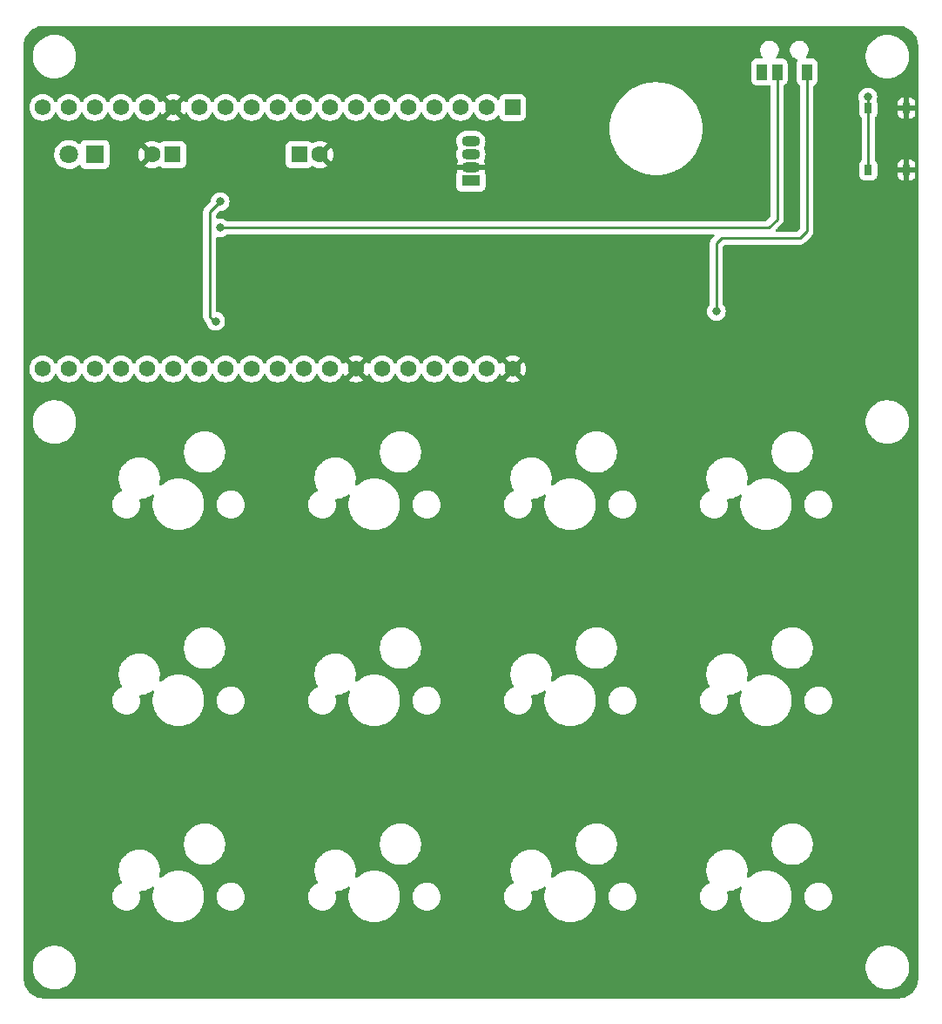
<source format=gtl>
G04 #@! TF.GenerationSoftware,KiCad,Pcbnew,(6.0.6)*
G04 #@! TF.CreationDate,2022-07-26T07:29:36+09:00*
G04 #@! TF.ProjectId,ble_macro_keyboard,626c655f-6d61-4637-926f-5f6b6579626f,rev?*
G04 #@! TF.SameCoordinates,Original*
G04 #@! TF.FileFunction,Copper,L1,Top*
G04 #@! TF.FilePolarity,Positive*
%FSLAX46Y46*%
G04 Gerber Fmt 4.6, Leading zero omitted, Abs format (unit mm)*
G04 Created by KiCad (PCBNEW (6.0.6)) date 2022-07-26 07:29:36*
%MOMM*%
%LPD*%
G01*
G04 APERTURE LIST*
G04 #@! TA.AperFunction,SMDPad,CuDef*
%ADD10R,0.700000X1.000000*%
G04 #@! TD*
G04 #@! TA.AperFunction,SMDPad,CuDef*
%ADD11R,1.000000X1.600000*%
G04 #@! TD*
G04 #@! TA.AperFunction,ComponentPad*
%ADD12R,1.560000X1.560000*%
G04 #@! TD*
G04 #@! TA.AperFunction,ComponentPad*
%ADD13C,1.560000*%
G04 #@! TD*
G04 #@! TA.AperFunction,ComponentPad*
%ADD14R,1.600000X1.600000*%
G04 #@! TD*
G04 #@! TA.AperFunction,ComponentPad*
%ADD15C,1.600000*%
G04 #@! TD*
G04 #@! TA.AperFunction,ComponentPad*
%ADD16R,1.800000X1.800000*%
G04 #@! TD*
G04 #@! TA.AperFunction,ComponentPad*
%ADD17C,1.800000*%
G04 #@! TD*
G04 #@! TA.AperFunction,ComponentPad*
%ADD18R,1.800000X1.070000*%
G04 #@! TD*
G04 #@! TA.AperFunction,ComponentPad*
%ADD19O,1.800000X1.070000*%
G04 #@! TD*
G04 #@! TA.AperFunction,ViaPad*
%ADD20C,0.800000*%
G04 #@! TD*
G04 #@! TA.AperFunction,Conductor*
%ADD21C,0.250000*%
G04 #@! TD*
G04 APERTURE END LIST*
D10*
X38650000Y29500000D03*
X38650000Y35500000D03*
X42350000Y35500000D03*
X42350000Y29500000D03*
D11*
X28280000Y38998000D03*
X29780000Y38998000D03*
X32680000Y38998000D03*
D12*
X4064000Y35560000D03*
D13*
X1524000Y35560000D03*
X-1016000Y35560000D03*
X-3556000Y35560000D03*
X-6096000Y35560000D03*
X-8636000Y35560000D03*
X-11176000Y35560000D03*
X-13716000Y35560000D03*
X-16256000Y35560000D03*
X-18796000Y35560000D03*
X-21336000Y35560000D03*
X-23876000Y35560000D03*
X-26416000Y35560000D03*
X-28956000Y35560000D03*
X-31496000Y35560000D03*
X-34036000Y35560000D03*
X-36576000Y35560000D03*
X-39116000Y35560000D03*
X-41656000Y35560000D03*
X4064000Y10160000D03*
X1524000Y10160000D03*
X-1016000Y10160000D03*
X-3556000Y10160000D03*
X-6096000Y10160000D03*
X-8636000Y10160000D03*
X-11176000Y10160000D03*
X-13716000Y10160000D03*
X-16256000Y10160000D03*
X-18796000Y10160000D03*
X-21336000Y10160000D03*
X-23876000Y10160000D03*
X-26416000Y10160000D03*
X-28956000Y10160000D03*
X-31496000Y10160000D03*
X-34036000Y10160000D03*
X-36576000Y10160000D03*
X-39116000Y10160000D03*
X-41656000Y10160000D03*
D14*
X-16703112Y30988000D03*
D15*
X-14703112Y30988000D03*
D16*
X-36576000Y30988000D03*
D17*
X-39116000Y30988000D03*
D14*
X-29016887Y30988000D03*
D15*
X-31016887Y30988000D03*
D18*
X0Y28448000D03*
D19*
X0Y29718000D03*
X0Y30988000D03*
X0Y32258000D03*
D20*
X-31750000Y-6350000D03*
X25400000Y30480000D03*
X-12700000Y-25400000D03*
X6350000Y-44450000D03*
X-22352000Y21844000D03*
X-31750000Y19050000D03*
X25400000Y-25400000D03*
X-31750000Y-44450000D03*
X25400000Y-44450000D03*
X-12700000Y-6350000D03*
X10160000Y30480000D03*
X0Y25400000D03*
X6350000Y-6350000D03*
X25400000Y-6350000D03*
X-10160000Y20320000D03*
X40640000Y-25400000D03*
X-25400000Y40640000D03*
X-31750000Y-25400000D03*
X0Y40640000D03*
X6350000Y-25400000D03*
X-12700000Y-44450000D03*
X23876000Y15748000D03*
X38608000Y36576000D03*
X-24384000Y26416000D03*
X-24826000Y14798000D03*
X-24384000Y23876000D03*
D21*
X32004000Y22860000D02*
X24384000Y22860000D01*
X23876000Y22352000D02*
X23876000Y15748000D01*
X32680000Y38998000D02*
X32680000Y23536000D01*
X32680000Y23536000D02*
X32004000Y22860000D01*
X24384000Y22860000D02*
X23876000Y22352000D01*
X38608000Y35542000D02*
X38650000Y35500000D01*
X38608000Y36576000D02*
X38608000Y35542000D01*
X38650000Y35500000D02*
X38650000Y29500000D01*
X-24384000Y26416000D02*
X-25400000Y25400000D01*
X-25400000Y15240000D02*
X-24958000Y14798000D01*
X-25400000Y25400000D02*
X-25400000Y15240000D01*
X-24958000Y14798000D02*
X-24826000Y14798000D01*
X29780000Y24700000D02*
X28956000Y23876000D01*
X29780000Y38998000D02*
X29780000Y24700000D01*
X28956000Y23876000D02*
X-24384000Y23876000D01*
G04 #@! TA.AperFunction,Conductor*
G36*
X41623347Y43491178D02*
G01*
X41656947Y43488775D01*
X41775650Y43480285D01*
X41793433Y43477728D01*
X42054658Y43420902D01*
X42071900Y43415840D01*
X42322393Y43322411D01*
X42338740Y43314945D01*
X42573375Y43186824D01*
X42588498Y43177105D01*
X42802510Y43016897D01*
X42816096Y43005124D01*
X43005124Y42816096D01*
X43016897Y42802510D01*
X43177105Y42588498D01*
X43186824Y42573375D01*
X43314945Y42338740D01*
X43322411Y42322393D01*
X43395858Y42125473D01*
X43415839Y42071903D01*
X43420902Y42054658D01*
X43477728Y41793433D01*
X43480285Y41775650D01*
X43485016Y41709508D01*
X43491178Y41623347D01*
X43491499Y41614359D01*
X43491500Y-49114346D01*
X43491179Y-49123334D01*
X43484222Y-49220614D01*
X43480286Y-49275645D01*
X43477728Y-49293433D01*
X43448632Y-49427186D01*
X43420903Y-49554654D01*
X43415840Y-49571900D01*
X43322411Y-49822393D01*
X43314945Y-49838740D01*
X43186824Y-50073375D01*
X43177105Y-50088498D01*
X43016897Y-50302510D01*
X43005124Y-50316096D01*
X42816096Y-50505124D01*
X42802510Y-50516897D01*
X42588498Y-50677105D01*
X42573375Y-50686824D01*
X42338740Y-50814945D01*
X42322393Y-50822411D01*
X42071900Y-50915840D01*
X42054658Y-50920902D01*
X41793433Y-50977728D01*
X41775650Y-50980285D01*
X41657247Y-50988754D01*
X41623333Y-50991179D01*
X41614345Y-50991500D01*
X-41614345Y-50991500D01*
X-41623333Y-50991179D01*
X-41657247Y-50988754D01*
X-41775650Y-50980285D01*
X-41793433Y-50977728D01*
X-42054658Y-50920902D01*
X-42071900Y-50915840D01*
X-42322393Y-50822411D01*
X-42338740Y-50814945D01*
X-42573375Y-50686824D01*
X-42588498Y-50677105D01*
X-42802510Y-50516897D01*
X-42816096Y-50505124D01*
X-43005124Y-50316096D01*
X-43016897Y-50302510D01*
X-43177105Y-50088498D01*
X-43186824Y-50073375D01*
X-43314945Y-49838740D01*
X-43322411Y-49822393D01*
X-43415840Y-49571900D01*
X-43420903Y-49554654D01*
X-43448632Y-49427186D01*
X-43477728Y-49293433D01*
X-43480286Y-49275645D01*
X-43484221Y-49220614D01*
X-43491179Y-49123334D01*
X-43491500Y-49114346D01*
X-43491500Y-48132703D01*
X-42609257Y-48132703D01*
X-42571732Y-48417734D01*
X-42495871Y-48695036D01*
X-42383077Y-48959476D01*
X-42235439Y-49206161D01*
X-42055687Y-49430528D01*
X-41847149Y-49628423D01*
X-41613683Y-49796186D01*
X-41609888Y-49798195D01*
X-41609887Y-49798196D01*
X-41588131Y-49809715D01*
X-41359608Y-49930712D01*
X-41089627Y-50029511D01*
X-40808736Y-50090755D01*
X-40780159Y-50093004D01*
X-40585718Y-50108307D01*
X-40585709Y-50108307D01*
X-40583261Y-50108500D01*
X-40427729Y-50108500D01*
X-40425593Y-50108354D01*
X-40425582Y-50108354D01*
X-40217452Y-50094165D01*
X-40217446Y-50094164D01*
X-40213175Y-50093873D01*
X-40208980Y-50093004D01*
X-40208978Y-50093004D01*
X-40072417Y-50064724D01*
X-39931658Y-50035574D01*
X-39660657Y-49939607D01*
X-39405188Y-49807750D01*
X-39401687Y-49805289D01*
X-39401683Y-49805287D01*
X-39287582Y-49725095D01*
X-39169977Y-49642441D01*
X-38959378Y-49446740D01*
X-38777287Y-49224268D01*
X-38627073Y-48979142D01*
X-38511517Y-48715898D01*
X-38432756Y-48439406D01*
X-38392249Y-48154784D01*
X-38392155Y-48136951D01*
X-38392133Y-48132703D01*
X38390743Y-48132703D01*
X38428268Y-48417734D01*
X38504129Y-48695036D01*
X38616923Y-48959476D01*
X38764561Y-49206161D01*
X38944313Y-49430528D01*
X39152851Y-49628423D01*
X39386317Y-49796186D01*
X39390112Y-49798195D01*
X39390113Y-49798196D01*
X39411869Y-49809715D01*
X39640392Y-49930712D01*
X39910373Y-50029511D01*
X40191264Y-50090755D01*
X40219841Y-50093004D01*
X40414282Y-50108307D01*
X40414291Y-50108307D01*
X40416739Y-50108500D01*
X40572271Y-50108500D01*
X40574407Y-50108354D01*
X40574418Y-50108354D01*
X40782548Y-50094165D01*
X40782554Y-50094164D01*
X40786825Y-50093873D01*
X40791020Y-50093004D01*
X40791022Y-50093004D01*
X40927584Y-50064723D01*
X41068342Y-50035574D01*
X41339343Y-49939607D01*
X41594812Y-49807750D01*
X41598313Y-49805289D01*
X41598317Y-49805287D01*
X41712418Y-49725095D01*
X41830023Y-49642441D01*
X42040622Y-49446740D01*
X42222713Y-49224268D01*
X42372927Y-48979142D01*
X42488483Y-48715898D01*
X42567244Y-48439406D01*
X42607751Y-48154784D01*
X42607845Y-48136951D01*
X42609235Y-47871583D01*
X42609235Y-47871576D01*
X42609257Y-47867297D01*
X42571732Y-47582266D01*
X42495871Y-47304964D01*
X42383077Y-47040524D01*
X42235439Y-46793839D01*
X42055687Y-46569472D01*
X41847149Y-46371577D01*
X41613683Y-46203814D01*
X41591843Y-46192250D01*
X41568654Y-46179972D01*
X41359608Y-46069288D01*
X41089627Y-45970489D01*
X40808736Y-45909245D01*
X40777685Y-45906801D01*
X40585718Y-45891693D01*
X40585709Y-45891693D01*
X40583261Y-45891500D01*
X40427729Y-45891500D01*
X40425593Y-45891646D01*
X40425582Y-45891646D01*
X40217452Y-45905835D01*
X40217446Y-45905836D01*
X40213175Y-45906127D01*
X40208980Y-45906996D01*
X40208978Y-45906996D01*
X40072417Y-45935276D01*
X39931658Y-45964426D01*
X39660657Y-46060393D01*
X39405188Y-46192250D01*
X39401687Y-46194711D01*
X39401683Y-46194713D01*
X39391594Y-46201804D01*
X39169977Y-46357559D01*
X38959378Y-46553260D01*
X38777287Y-46775732D01*
X38627073Y-47020858D01*
X38511517Y-47284102D01*
X38432756Y-47560594D01*
X38392249Y-47845216D01*
X38392227Y-47849505D01*
X38392226Y-47849512D01*
X38390765Y-48128417D01*
X38390743Y-48132703D01*
X-38392133Y-48132703D01*
X-38390765Y-47871583D01*
X-38390765Y-47871576D01*
X-38390743Y-47867297D01*
X-38428268Y-47582266D01*
X-38504129Y-47304964D01*
X-38616923Y-47040524D01*
X-38764561Y-46793839D01*
X-38944313Y-46569472D01*
X-39152851Y-46371577D01*
X-39386317Y-46203814D01*
X-39408157Y-46192250D01*
X-39431346Y-46179972D01*
X-39640392Y-46069288D01*
X-39910373Y-45970489D01*
X-40191264Y-45909245D01*
X-40222315Y-45906801D01*
X-40414282Y-45891693D01*
X-40414291Y-45891693D01*
X-40416739Y-45891500D01*
X-40572271Y-45891500D01*
X-40574407Y-45891646D01*
X-40574418Y-45891646D01*
X-40782548Y-45905835D01*
X-40782554Y-45905836D01*
X-40786825Y-45906127D01*
X-40791020Y-45906996D01*
X-40791022Y-45906996D01*
X-40927583Y-45935276D01*
X-41068342Y-45964426D01*
X-41339343Y-46060393D01*
X-41594812Y-46192250D01*
X-41598313Y-46194711D01*
X-41598317Y-46194713D01*
X-41608406Y-46201804D01*
X-41830023Y-46357559D01*
X-42040622Y-46553260D01*
X-42222713Y-46775732D01*
X-42372927Y-47020858D01*
X-42488483Y-47284102D01*
X-42567244Y-47560594D01*
X-42607751Y-47845216D01*
X-42607773Y-47849505D01*
X-42607774Y-47849512D01*
X-42609235Y-48128417D01*
X-42609257Y-48132703D01*
X-43491500Y-48132703D01*
X-43491500Y-41035732D01*
X-34890800Y-41035732D01*
X-34882146Y-41266268D01*
X-34834772Y-41492050D01*
X-34832814Y-41497009D01*
X-34832813Y-41497011D01*
X-34804055Y-41569830D01*
X-34750033Y-41706622D01*
X-34630353Y-41903849D01*
X-34626856Y-41907879D01*
X-34540232Y-42007704D01*
X-34479153Y-42078092D01*
X-34475022Y-42081479D01*
X-34304885Y-42220984D01*
X-34304879Y-42220988D01*
X-34300757Y-42224368D01*
X-34100265Y-42338494D01*
X-34095249Y-42340315D01*
X-34095244Y-42340317D01*
X-33888425Y-42415389D01*
X-33888421Y-42415390D01*
X-33883410Y-42417209D01*
X-33878161Y-42418158D01*
X-33878158Y-42418159D01*
X-33660477Y-42457522D01*
X-33660470Y-42457523D01*
X-33656393Y-42458260D01*
X-33638656Y-42459096D01*
X-33633708Y-42459330D01*
X-33633701Y-42459330D01*
X-33632220Y-42459400D01*
X-33470075Y-42459400D01*
X-33403119Y-42453719D01*
X-33303438Y-42445261D01*
X-33303434Y-42445260D01*
X-33298127Y-42444810D01*
X-33292972Y-42443472D01*
X-33292966Y-42443471D01*
X-33079997Y-42388195D01*
X-33079993Y-42388194D01*
X-33074828Y-42386853D01*
X-33069962Y-42384661D01*
X-33069959Y-42384660D01*
X-32869351Y-42294293D01*
X-32864485Y-42292101D01*
X-32860065Y-42289125D01*
X-32860061Y-42289123D01*
X-32684667Y-42171039D01*
X-32673115Y-42163262D01*
X-32506188Y-42004022D01*
X-32428262Y-41899286D01*
X-32371663Y-41823214D01*
X-32371661Y-41823211D01*
X-32368479Y-41818934D01*
X-32313695Y-41711183D01*
X-32266342Y-41618046D01*
X-32266342Y-41618045D01*
X-32263923Y-41613288D01*
X-32224657Y-41486831D01*
X-32197095Y-41398070D01*
X-32197094Y-41398064D01*
X-32195511Y-41392967D01*
X-32165200Y-41164268D01*
X-32173854Y-40933732D01*
X-32219896Y-40714298D01*
X-32214309Y-40643523D01*
X-32171344Y-40587003D01*
X-32105371Y-40562732D01*
X-32060743Y-40559612D01*
X-31982172Y-40554118D01*
X-31982166Y-40554117D01*
X-31977788Y-40553811D01*
X-31703030Y-40495409D01*
X-31698901Y-40493906D01*
X-31698897Y-40493905D01*
X-31443219Y-40400846D01*
X-31443215Y-40400844D01*
X-31439074Y-40399337D01*
X-31191058Y-40267464D01*
X-31006673Y-40133501D01*
X-30939805Y-40109642D01*
X-30870653Y-40125723D01*
X-30821173Y-40176637D01*
X-30807074Y-40246220D01*
X-30815460Y-40281820D01*
X-30832630Y-40325187D01*
X-30910936Y-40630170D01*
X-30950400Y-40942562D01*
X-30950400Y-41257438D01*
X-30910936Y-41569830D01*
X-30832630Y-41874813D01*
X-30716716Y-42167577D01*
X-30714814Y-42171036D01*
X-30714813Y-42171039D01*
X-30580480Y-42415389D01*
X-30565024Y-42443504D01*
X-30379945Y-42698244D01*
X-30164398Y-42927778D01*
X-29921782Y-43128487D01*
X-29655924Y-43297206D01*
X-29652345Y-43298890D01*
X-29652338Y-43298894D01*
X-29374606Y-43429584D01*
X-29374602Y-43429586D01*
X-29371016Y-43431273D01*
X-29071552Y-43528575D01*
X-28762254Y-43587577D01*
X-28668700Y-43593463D01*
X-28528642Y-43602275D01*
X-28528626Y-43602276D01*
X-28526647Y-43602400D01*
X-28369353Y-43602400D01*
X-28367374Y-43602276D01*
X-28367358Y-43602275D01*
X-28227300Y-43593463D01*
X-28133746Y-43587577D01*
X-27824448Y-43528575D01*
X-27524984Y-43431273D01*
X-27521398Y-43429586D01*
X-27521394Y-43429584D01*
X-27243662Y-43298894D01*
X-27243655Y-43298890D01*
X-27240076Y-43297206D01*
X-26974218Y-43128487D01*
X-26731602Y-42927778D01*
X-26516055Y-42698244D01*
X-26330976Y-42443504D01*
X-26315519Y-42415389D01*
X-26181187Y-42171039D01*
X-26181186Y-42171036D01*
X-26179284Y-42167577D01*
X-26063370Y-41874813D01*
X-25985064Y-41569830D01*
X-25945600Y-41257438D01*
X-25945600Y-41035732D01*
X-24730800Y-41035732D01*
X-24722146Y-41266268D01*
X-24674772Y-41492050D01*
X-24672814Y-41497009D01*
X-24672813Y-41497011D01*
X-24644055Y-41569830D01*
X-24590033Y-41706622D01*
X-24470353Y-41903849D01*
X-24466856Y-41907879D01*
X-24380232Y-42007704D01*
X-24319153Y-42078092D01*
X-24315022Y-42081479D01*
X-24144885Y-42220984D01*
X-24144879Y-42220988D01*
X-24140757Y-42224368D01*
X-23940265Y-42338494D01*
X-23935249Y-42340315D01*
X-23935244Y-42340317D01*
X-23728425Y-42415389D01*
X-23728421Y-42415390D01*
X-23723410Y-42417209D01*
X-23718161Y-42418158D01*
X-23718158Y-42418159D01*
X-23500477Y-42457522D01*
X-23500470Y-42457523D01*
X-23496393Y-42458260D01*
X-23478656Y-42459096D01*
X-23473708Y-42459330D01*
X-23473701Y-42459330D01*
X-23472220Y-42459400D01*
X-23310075Y-42459400D01*
X-23243119Y-42453719D01*
X-23143438Y-42445261D01*
X-23143434Y-42445260D01*
X-23138127Y-42444810D01*
X-23132972Y-42443472D01*
X-23132966Y-42443471D01*
X-22919997Y-42388195D01*
X-22919993Y-42388194D01*
X-22914828Y-42386853D01*
X-22909962Y-42384661D01*
X-22909959Y-42384660D01*
X-22709351Y-42294293D01*
X-22704485Y-42292101D01*
X-22700065Y-42289125D01*
X-22700061Y-42289123D01*
X-22524667Y-42171039D01*
X-22513115Y-42163262D01*
X-22346188Y-42004022D01*
X-22268262Y-41899286D01*
X-22211663Y-41823214D01*
X-22211661Y-41823211D01*
X-22208479Y-41818934D01*
X-22153695Y-41711183D01*
X-22106342Y-41618046D01*
X-22106342Y-41618045D01*
X-22103923Y-41613288D01*
X-22064657Y-41486831D01*
X-22037095Y-41398070D01*
X-22037094Y-41398064D01*
X-22035511Y-41392967D01*
X-22005200Y-41164268D01*
X-22010025Y-41035732D01*
X-15840800Y-41035732D01*
X-15832146Y-41266268D01*
X-15784772Y-41492050D01*
X-15782814Y-41497009D01*
X-15782813Y-41497011D01*
X-15754055Y-41569830D01*
X-15700033Y-41706622D01*
X-15580353Y-41903849D01*
X-15576856Y-41907879D01*
X-15490232Y-42007704D01*
X-15429153Y-42078092D01*
X-15425022Y-42081479D01*
X-15254885Y-42220984D01*
X-15254879Y-42220988D01*
X-15250757Y-42224368D01*
X-15050265Y-42338494D01*
X-15045249Y-42340315D01*
X-15045244Y-42340317D01*
X-14838425Y-42415389D01*
X-14838421Y-42415390D01*
X-14833410Y-42417209D01*
X-14828161Y-42418158D01*
X-14828158Y-42418159D01*
X-14610477Y-42457522D01*
X-14610470Y-42457523D01*
X-14606393Y-42458260D01*
X-14588656Y-42459096D01*
X-14583708Y-42459330D01*
X-14583701Y-42459330D01*
X-14582220Y-42459400D01*
X-14420075Y-42459400D01*
X-14353119Y-42453719D01*
X-14253438Y-42445261D01*
X-14253434Y-42445260D01*
X-14248127Y-42444810D01*
X-14242972Y-42443472D01*
X-14242966Y-42443471D01*
X-14029997Y-42388195D01*
X-14029993Y-42388194D01*
X-14024828Y-42386853D01*
X-14019962Y-42384661D01*
X-14019959Y-42384660D01*
X-13819351Y-42294293D01*
X-13814485Y-42292101D01*
X-13810065Y-42289125D01*
X-13810061Y-42289123D01*
X-13634667Y-42171039D01*
X-13623115Y-42163262D01*
X-13456188Y-42004022D01*
X-13378262Y-41899286D01*
X-13321663Y-41823214D01*
X-13321661Y-41823211D01*
X-13318479Y-41818934D01*
X-13263695Y-41711183D01*
X-13216342Y-41618046D01*
X-13216342Y-41618045D01*
X-13213923Y-41613288D01*
X-13174657Y-41486831D01*
X-13147095Y-41398070D01*
X-13147094Y-41398064D01*
X-13145511Y-41392967D01*
X-13115200Y-41164268D01*
X-13123854Y-40933732D01*
X-13169896Y-40714298D01*
X-13164309Y-40643523D01*
X-13121344Y-40587003D01*
X-13055371Y-40562732D01*
X-13010743Y-40559612D01*
X-12932172Y-40554118D01*
X-12932166Y-40554117D01*
X-12927788Y-40553811D01*
X-12653030Y-40495409D01*
X-12648901Y-40493906D01*
X-12648897Y-40493905D01*
X-12393219Y-40400846D01*
X-12393215Y-40400844D01*
X-12389074Y-40399337D01*
X-12141058Y-40267464D01*
X-11956673Y-40133501D01*
X-11889805Y-40109642D01*
X-11820653Y-40125723D01*
X-11771173Y-40176637D01*
X-11757074Y-40246220D01*
X-11765460Y-40281820D01*
X-11782630Y-40325187D01*
X-11860936Y-40630170D01*
X-11900400Y-40942562D01*
X-11900400Y-41257438D01*
X-11860936Y-41569830D01*
X-11782630Y-41874813D01*
X-11666716Y-42167577D01*
X-11664814Y-42171036D01*
X-11664813Y-42171039D01*
X-11530480Y-42415389D01*
X-11515024Y-42443504D01*
X-11329945Y-42698244D01*
X-11114398Y-42927778D01*
X-10871782Y-43128487D01*
X-10605924Y-43297206D01*
X-10602345Y-43298890D01*
X-10602338Y-43298894D01*
X-10324606Y-43429584D01*
X-10324602Y-43429586D01*
X-10321016Y-43431273D01*
X-10021552Y-43528575D01*
X-9712254Y-43587577D01*
X-9618700Y-43593463D01*
X-9478642Y-43602275D01*
X-9478626Y-43602276D01*
X-9476647Y-43602400D01*
X-9319353Y-43602400D01*
X-9317374Y-43602276D01*
X-9317358Y-43602275D01*
X-9177300Y-43593463D01*
X-9083746Y-43587577D01*
X-8774448Y-43528575D01*
X-8474984Y-43431273D01*
X-8471398Y-43429586D01*
X-8471394Y-43429584D01*
X-8193662Y-43298894D01*
X-8193655Y-43298890D01*
X-8190076Y-43297206D01*
X-7924218Y-43128487D01*
X-7681602Y-42927778D01*
X-7466055Y-42698244D01*
X-7280976Y-42443504D01*
X-7265519Y-42415389D01*
X-7131187Y-42171039D01*
X-7131186Y-42171036D01*
X-7129284Y-42167577D01*
X-7013370Y-41874813D01*
X-6935064Y-41569830D01*
X-6895600Y-41257438D01*
X-6895600Y-41035732D01*
X-5680800Y-41035732D01*
X-5672146Y-41266268D01*
X-5624772Y-41492050D01*
X-5622814Y-41497009D01*
X-5622813Y-41497011D01*
X-5594055Y-41569830D01*
X-5540033Y-41706622D01*
X-5420353Y-41903849D01*
X-5416856Y-41907879D01*
X-5330232Y-42007704D01*
X-5269153Y-42078092D01*
X-5265022Y-42081479D01*
X-5094885Y-42220984D01*
X-5094879Y-42220988D01*
X-5090757Y-42224368D01*
X-4890265Y-42338494D01*
X-4885249Y-42340315D01*
X-4885244Y-42340317D01*
X-4678425Y-42415389D01*
X-4678421Y-42415390D01*
X-4673410Y-42417209D01*
X-4668161Y-42418158D01*
X-4668158Y-42418159D01*
X-4450477Y-42457522D01*
X-4450470Y-42457523D01*
X-4446393Y-42458260D01*
X-4428656Y-42459096D01*
X-4423708Y-42459330D01*
X-4423701Y-42459330D01*
X-4422220Y-42459400D01*
X-4260075Y-42459400D01*
X-4193119Y-42453719D01*
X-4093438Y-42445261D01*
X-4093434Y-42445260D01*
X-4088127Y-42444810D01*
X-4082972Y-42443472D01*
X-4082966Y-42443471D01*
X-3869997Y-42388195D01*
X-3869993Y-42388194D01*
X-3864828Y-42386853D01*
X-3859962Y-42384661D01*
X-3859959Y-42384660D01*
X-3659351Y-42294293D01*
X-3654485Y-42292101D01*
X-3650065Y-42289125D01*
X-3650061Y-42289123D01*
X-3474667Y-42171039D01*
X-3463115Y-42163262D01*
X-3296188Y-42004022D01*
X-3218262Y-41899286D01*
X-3161663Y-41823214D01*
X-3161661Y-41823211D01*
X-3158479Y-41818934D01*
X-3103695Y-41711183D01*
X-3056342Y-41618046D01*
X-3056342Y-41618045D01*
X-3053923Y-41613288D01*
X-3014657Y-41486831D01*
X-2987095Y-41398070D01*
X-2987094Y-41398064D01*
X-2985511Y-41392967D01*
X-2955200Y-41164268D01*
X-2960025Y-41035732D01*
X3209200Y-41035732D01*
X3217854Y-41266268D01*
X3265228Y-41492050D01*
X3267186Y-41497009D01*
X3267187Y-41497011D01*
X3295945Y-41569830D01*
X3349967Y-41706622D01*
X3469647Y-41903849D01*
X3473144Y-41907879D01*
X3559768Y-42007704D01*
X3620847Y-42078092D01*
X3624978Y-42081479D01*
X3795115Y-42220984D01*
X3795121Y-42220988D01*
X3799243Y-42224368D01*
X3999735Y-42338494D01*
X4004751Y-42340315D01*
X4004756Y-42340317D01*
X4211575Y-42415389D01*
X4211579Y-42415390D01*
X4216590Y-42417209D01*
X4221839Y-42418158D01*
X4221842Y-42418159D01*
X4439523Y-42457522D01*
X4439530Y-42457523D01*
X4443607Y-42458260D01*
X4461344Y-42459096D01*
X4466292Y-42459330D01*
X4466299Y-42459330D01*
X4467780Y-42459400D01*
X4629925Y-42459400D01*
X4696881Y-42453719D01*
X4796562Y-42445261D01*
X4796566Y-42445260D01*
X4801873Y-42444810D01*
X4807028Y-42443472D01*
X4807034Y-42443471D01*
X5020003Y-42388195D01*
X5020007Y-42388194D01*
X5025172Y-42386853D01*
X5030038Y-42384661D01*
X5030041Y-42384660D01*
X5230649Y-42294293D01*
X5235515Y-42292101D01*
X5239935Y-42289125D01*
X5239939Y-42289123D01*
X5415333Y-42171039D01*
X5426885Y-42163262D01*
X5593812Y-42004022D01*
X5671738Y-41899286D01*
X5728337Y-41823214D01*
X5728339Y-41823211D01*
X5731521Y-41818934D01*
X5786305Y-41711183D01*
X5833658Y-41618046D01*
X5833658Y-41618045D01*
X5836077Y-41613288D01*
X5875343Y-41486831D01*
X5902905Y-41398070D01*
X5902906Y-41398064D01*
X5904489Y-41392967D01*
X5934800Y-41164268D01*
X5926146Y-40933732D01*
X5880104Y-40714298D01*
X5885691Y-40643523D01*
X5928656Y-40587003D01*
X5994629Y-40562732D01*
X6039257Y-40559612D01*
X6117828Y-40554118D01*
X6117834Y-40554117D01*
X6122212Y-40553811D01*
X6396970Y-40495409D01*
X6401099Y-40493906D01*
X6401103Y-40493905D01*
X6656781Y-40400846D01*
X6656785Y-40400844D01*
X6660926Y-40399337D01*
X6908942Y-40267464D01*
X7093327Y-40133501D01*
X7160195Y-40109642D01*
X7229347Y-40125723D01*
X7278827Y-40176637D01*
X7292926Y-40246220D01*
X7284540Y-40281820D01*
X7267370Y-40325187D01*
X7189064Y-40630170D01*
X7149600Y-40942562D01*
X7149600Y-41257438D01*
X7189064Y-41569830D01*
X7267370Y-41874813D01*
X7383284Y-42167577D01*
X7385186Y-42171036D01*
X7385187Y-42171039D01*
X7519520Y-42415389D01*
X7534976Y-42443504D01*
X7720055Y-42698244D01*
X7935602Y-42927778D01*
X8178218Y-43128487D01*
X8444076Y-43297206D01*
X8447655Y-43298890D01*
X8447662Y-43298894D01*
X8725394Y-43429584D01*
X8725398Y-43429586D01*
X8728984Y-43431273D01*
X9028448Y-43528575D01*
X9337746Y-43587577D01*
X9431300Y-43593463D01*
X9571358Y-43602275D01*
X9571374Y-43602276D01*
X9573353Y-43602400D01*
X9730647Y-43602400D01*
X9732626Y-43602276D01*
X9732642Y-43602275D01*
X9872700Y-43593463D01*
X9966254Y-43587577D01*
X10275552Y-43528575D01*
X10575016Y-43431273D01*
X10578602Y-43429586D01*
X10578606Y-43429584D01*
X10856338Y-43298894D01*
X10856345Y-43298890D01*
X10859924Y-43297206D01*
X11125782Y-43128487D01*
X11368398Y-42927778D01*
X11583945Y-42698244D01*
X11769024Y-42443504D01*
X11784481Y-42415389D01*
X11918813Y-42171039D01*
X11918814Y-42171036D01*
X11920716Y-42167577D01*
X12036630Y-41874813D01*
X12114936Y-41569830D01*
X12154400Y-41257438D01*
X12154400Y-41035732D01*
X13369200Y-41035732D01*
X13377854Y-41266268D01*
X13425228Y-41492050D01*
X13427186Y-41497009D01*
X13427187Y-41497011D01*
X13455945Y-41569830D01*
X13509967Y-41706622D01*
X13629647Y-41903849D01*
X13633144Y-41907879D01*
X13719768Y-42007704D01*
X13780847Y-42078092D01*
X13784978Y-42081479D01*
X13955115Y-42220984D01*
X13955121Y-42220988D01*
X13959243Y-42224368D01*
X14159735Y-42338494D01*
X14164751Y-42340315D01*
X14164756Y-42340317D01*
X14371575Y-42415389D01*
X14371579Y-42415390D01*
X14376590Y-42417209D01*
X14381839Y-42418158D01*
X14381842Y-42418159D01*
X14599523Y-42457522D01*
X14599530Y-42457523D01*
X14603607Y-42458260D01*
X14621344Y-42459096D01*
X14626292Y-42459330D01*
X14626299Y-42459330D01*
X14627780Y-42459400D01*
X14789925Y-42459400D01*
X14856881Y-42453719D01*
X14956562Y-42445261D01*
X14956566Y-42445260D01*
X14961873Y-42444810D01*
X14967028Y-42443472D01*
X14967034Y-42443471D01*
X15180003Y-42388195D01*
X15180007Y-42388194D01*
X15185172Y-42386853D01*
X15190038Y-42384661D01*
X15190041Y-42384660D01*
X15390649Y-42294293D01*
X15395515Y-42292101D01*
X15399935Y-42289125D01*
X15399939Y-42289123D01*
X15575333Y-42171039D01*
X15586885Y-42163262D01*
X15753812Y-42004022D01*
X15831738Y-41899286D01*
X15888337Y-41823214D01*
X15888339Y-41823211D01*
X15891521Y-41818934D01*
X15946305Y-41711183D01*
X15993658Y-41618046D01*
X15993658Y-41618045D01*
X15996077Y-41613288D01*
X16035343Y-41486831D01*
X16062905Y-41398070D01*
X16062906Y-41398064D01*
X16064489Y-41392967D01*
X16094800Y-41164268D01*
X16089975Y-41035732D01*
X22259200Y-41035732D01*
X22267854Y-41266268D01*
X22315228Y-41492050D01*
X22317186Y-41497009D01*
X22317187Y-41497011D01*
X22345945Y-41569830D01*
X22399967Y-41706622D01*
X22519647Y-41903849D01*
X22523144Y-41907879D01*
X22609768Y-42007704D01*
X22670847Y-42078092D01*
X22674978Y-42081479D01*
X22845115Y-42220984D01*
X22845121Y-42220988D01*
X22849243Y-42224368D01*
X23049735Y-42338494D01*
X23054751Y-42340315D01*
X23054756Y-42340317D01*
X23261575Y-42415389D01*
X23261579Y-42415390D01*
X23266590Y-42417209D01*
X23271839Y-42418158D01*
X23271842Y-42418159D01*
X23489523Y-42457522D01*
X23489530Y-42457523D01*
X23493607Y-42458260D01*
X23511344Y-42459096D01*
X23516292Y-42459330D01*
X23516299Y-42459330D01*
X23517780Y-42459400D01*
X23679925Y-42459400D01*
X23746881Y-42453719D01*
X23846562Y-42445261D01*
X23846566Y-42445260D01*
X23851873Y-42444810D01*
X23857028Y-42443472D01*
X23857034Y-42443471D01*
X24070003Y-42388195D01*
X24070007Y-42388194D01*
X24075172Y-42386853D01*
X24080038Y-42384661D01*
X24080041Y-42384660D01*
X24280649Y-42294293D01*
X24285515Y-42292101D01*
X24289935Y-42289125D01*
X24289939Y-42289123D01*
X24465333Y-42171039D01*
X24476885Y-42163262D01*
X24643812Y-42004022D01*
X24721738Y-41899286D01*
X24778337Y-41823214D01*
X24778339Y-41823211D01*
X24781521Y-41818934D01*
X24836305Y-41711183D01*
X24883658Y-41618046D01*
X24883658Y-41618045D01*
X24886077Y-41613288D01*
X24925343Y-41486831D01*
X24952905Y-41398070D01*
X24952906Y-41398064D01*
X24954489Y-41392967D01*
X24984800Y-41164268D01*
X24976146Y-40933732D01*
X24930104Y-40714298D01*
X24935691Y-40643523D01*
X24978656Y-40587003D01*
X25044629Y-40562732D01*
X25089257Y-40559612D01*
X25167828Y-40554118D01*
X25167834Y-40554117D01*
X25172212Y-40553811D01*
X25446970Y-40495409D01*
X25451099Y-40493906D01*
X25451103Y-40493905D01*
X25706781Y-40400846D01*
X25706785Y-40400844D01*
X25710926Y-40399337D01*
X25958942Y-40267464D01*
X26143327Y-40133501D01*
X26210195Y-40109642D01*
X26279347Y-40125723D01*
X26328827Y-40176637D01*
X26342926Y-40246220D01*
X26334540Y-40281820D01*
X26317370Y-40325187D01*
X26239064Y-40630170D01*
X26199600Y-40942562D01*
X26199600Y-41257438D01*
X26239064Y-41569830D01*
X26317370Y-41874813D01*
X26433284Y-42167577D01*
X26435186Y-42171036D01*
X26435187Y-42171039D01*
X26569520Y-42415389D01*
X26584976Y-42443504D01*
X26770055Y-42698244D01*
X26985602Y-42927778D01*
X27228218Y-43128487D01*
X27494076Y-43297206D01*
X27497655Y-43298890D01*
X27497662Y-43298894D01*
X27775394Y-43429584D01*
X27775398Y-43429586D01*
X27778984Y-43431273D01*
X28078448Y-43528575D01*
X28387746Y-43587577D01*
X28481300Y-43593463D01*
X28621358Y-43602275D01*
X28621374Y-43602276D01*
X28623353Y-43602400D01*
X28780647Y-43602400D01*
X28782626Y-43602276D01*
X28782642Y-43602275D01*
X28922700Y-43593463D01*
X29016254Y-43587577D01*
X29325552Y-43528575D01*
X29625016Y-43431273D01*
X29628602Y-43429586D01*
X29628606Y-43429584D01*
X29906338Y-43298894D01*
X29906345Y-43298890D01*
X29909924Y-43297206D01*
X30175782Y-43128487D01*
X30418398Y-42927778D01*
X30633945Y-42698244D01*
X30819024Y-42443504D01*
X30834481Y-42415389D01*
X30968813Y-42171039D01*
X30968814Y-42171036D01*
X30970716Y-42167577D01*
X31086630Y-41874813D01*
X31164936Y-41569830D01*
X31204400Y-41257438D01*
X31204400Y-41035732D01*
X32419200Y-41035732D01*
X32427854Y-41266268D01*
X32475228Y-41492050D01*
X32477186Y-41497009D01*
X32477187Y-41497011D01*
X32505945Y-41569830D01*
X32559967Y-41706622D01*
X32679647Y-41903849D01*
X32683144Y-41907879D01*
X32769768Y-42007704D01*
X32830847Y-42078092D01*
X32834978Y-42081479D01*
X33005115Y-42220984D01*
X33005121Y-42220988D01*
X33009243Y-42224368D01*
X33209735Y-42338494D01*
X33214751Y-42340315D01*
X33214756Y-42340317D01*
X33421575Y-42415389D01*
X33421579Y-42415390D01*
X33426590Y-42417209D01*
X33431839Y-42418158D01*
X33431842Y-42418159D01*
X33649523Y-42457522D01*
X33649530Y-42457523D01*
X33653607Y-42458260D01*
X33671344Y-42459096D01*
X33676292Y-42459330D01*
X33676299Y-42459330D01*
X33677780Y-42459400D01*
X33839925Y-42459400D01*
X33906881Y-42453719D01*
X34006562Y-42445261D01*
X34006566Y-42445260D01*
X34011873Y-42444810D01*
X34017028Y-42443472D01*
X34017034Y-42443471D01*
X34230003Y-42388195D01*
X34230007Y-42388194D01*
X34235172Y-42386853D01*
X34240038Y-42384661D01*
X34240041Y-42384660D01*
X34440649Y-42294293D01*
X34445515Y-42292101D01*
X34449935Y-42289125D01*
X34449939Y-42289123D01*
X34625333Y-42171039D01*
X34636885Y-42163262D01*
X34803812Y-42004022D01*
X34881738Y-41899286D01*
X34938337Y-41823214D01*
X34938339Y-41823211D01*
X34941521Y-41818934D01*
X34996305Y-41711183D01*
X35043658Y-41618046D01*
X35043658Y-41618045D01*
X35046077Y-41613288D01*
X35085343Y-41486831D01*
X35112905Y-41398070D01*
X35112906Y-41398064D01*
X35114489Y-41392967D01*
X35144800Y-41164268D01*
X35136146Y-40933732D01*
X35088772Y-40707950D01*
X35063329Y-40643523D01*
X35040893Y-40586712D01*
X35004033Y-40493378D01*
X34884353Y-40296151D01*
X34797428Y-40195978D01*
X34736653Y-40125941D01*
X34736651Y-40125939D01*
X34733153Y-40121908D01*
X34691018Y-40087360D01*
X34558885Y-39979016D01*
X34558879Y-39979012D01*
X34554757Y-39975632D01*
X34354265Y-39861506D01*
X34349249Y-39859685D01*
X34349244Y-39859683D01*
X34142425Y-39784611D01*
X34142421Y-39784610D01*
X34137410Y-39782791D01*
X34132161Y-39781842D01*
X34132158Y-39781841D01*
X33914477Y-39742478D01*
X33914470Y-39742477D01*
X33910393Y-39741740D01*
X33892656Y-39740904D01*
X33887708Y-39740670D01*
X33887701Y-39740670D01*
X33886220Y-39740600D01*
X33724075Y-39740600D01*
X33657119Y-39746281D01*
X33557438Y-39754739D01*
X33557434Y-39754740D01*
X33552127Y-39755190D01*
X33546972Y-39756528D01*
X33546966Y-39756529D01*
X33333997Y-39811805D01*
X33333993Y-39811806D01*
X33328828Y-39813147D01*
X33323962Y-39815339D01*
X33323959Y-39815340D01*
X33225521Y-39859683D01*
X33118485Y-39907899D01*
X33114065Y-39910875D01*
X33114061Y-39910877D01*
X33021800Y-39972992D01*
X32927115Y-40036738D01*
X32760188Y-40195978D01*
X32757000Y-40200263D01*
X32666785Y-40321517D01*
X32622479Y-40381066D01*
X32620064Y-40385816D01*
X32565377Y-40493378D01*
X32517923Y-40586712D01*
X32505620Y-40626335D01*
X32451095Y-40801930D01*
X32451094Y-40801936D01*
X32449511Y-40807033D01*
X32419200Y-41035732D01*
X31204400Y-41035732D01*
X31204400Y-40942562D01*
X31164936Y-40630170D01*
X31086630Y-40325187D01*
X30970716Y-40032423D01*
X30968813Y-40028961D01*
X30820933Y-39759968D01*
X30820931Y-39759965D01*
X30819024Y-39756496D01*
X30633945Y-39501756D01*
X30418398Y-39272222D01*
X30175782Y-39071513D01*
X29909924Y-38902794D01*
X29906345Y-38901110D01*
X29906338Y-38901106D01*
X29628606Y-38770416D01*
X29628602Y-38770414D01*
X29625016Y-38768727D01*
X29325552Y-38671425D01*
X29016254Y-38612423D01*
X28922700Y-38606537D01*
X28782642Y-38597725D01*
X28782626Y-38597724D01*
X28780647Y-38597600D01*
X28623353Y-38597600D01*
X28621374Y-38597724D01*
X28621358Y-38597725D01*
X28481300Y-38606537D01*
X28387746Y-38612423D01*
X28078448Y-38671425D01*
X27778984Y-38768727D01*
X27775398Y-38770414D01*
X27775394Y-38770416D01*
X27497662Y-38901106D01*
X27497655Y-38901110D01*
X27494076Y-38902794D01*
X27228218Y-39071513D01*
X27148249Y-39137669D01*
X27027413Y-39237633D01*
X26962176Y-39265643D01*
X26892151Y-39253936D01*
X26839571Y-39206229D01*
X26821131Y-39137669D01*
X26824841Y-39110066D01*
X26873753Y-38913893D01*
X26873754Y-38913888D01*
X26874817Y-38909624D01*
X26875713Y-38901106D01*
X26903719Y-38634636D01*
X26903719Y-38634633D01*
X26904178Y-38630267D01*
X26903555Y-38612423D01*
X26894529Y-38353939D01*
X26894528Y-38353933D01*
X26894375Y-38349542D01*
X26870608Y-38214749D01*
X26846360Y-38077236D01*
X26845598Y-38072913D01*
X26758797Y-37805765D01*
X26755750Y-37799516D01*
X26694320Y-37673569D01*
X26635660Y-37553298D01*
X26633205Y-37549659D01*
X26633202Y-37549653D01*
X26512218Y-37370287D01*
X26478585Y-37320424D01*
X26290629Y-37111678D01*
X26075450Y-36931121D01*
X25837236Y-36782269D01*
X25580625Y-36668018D01*
X25310610Y-36590593D01*
X25306260Y-36589982D01*
X25306257Y-36589981D01*
X25203310Y-36575513D01*
X25032448Y-36551500D01*
X24821854Y-36551500D01*
X24819668Y-36551653D01*
X24819664Y-36551653D01*
X24616173Y-36565882D01*
X24616168Y-36565883D01*
X24611788Y-36566189D01*
X24337030Y-36624591D01*
X24332901Y-36626094D01*
X24332897Y-36626095D01*
X24077219Y-36719154D01*
X24077215Y-36719156D01*
X24073074Y-36720663D01*
X23825058Y-36852536D01*
X23821499Y-36855122D01*
X23821497Y-36855123D01*
X23716895Y-36931121D01*
X23597808Y-37017642D01*
X23594644Y-37020698D01*
X23594641Y-37020700D01*
X23505865Y-37106431D01*
X23395748Y-37212769D01*
X23222812Y-37434118D01*
X23220616Y-37437922D01*
X23220611Y-37437929D01*
X23147278Y-37564947D01*
X23082364Y-37677381D01*
X22977138Y-37937824D01*
X22976073Y-37942097D01*
X22976072Y-37942099D01*
X22942379Y-38077236D01*
X22909183Y-38210376D01*
X22879822Y-38489733D01*
X22879975Y-38494121D01*
X22879975Y-38494127D01*
X22886210Y-38672652D01*
X22889625Y-38770458D01*
X22890387Y-38774781D01*
X22890388Y-38774788D01*
X22914164Y-38909624D01*
X22938402Y-39047087D01*
X23025203Y-39314235D01*
X23148340Y-39566702D01*
X23150796Y-39570344D01*
X23150800Y-39570350D01*
X23197008Y-39638855D01*
X23218519Y-39706515D01*
X23200035Y-39775063D01*
X23144300Y-39824196D01*
X22958485Y-39907899D01*
X22954065Y-39910875D01*
X22954061Y-39910877D01*
X22861800Y-39972992D01*
X22767115Y-40036738D01*
X22600188Y-40195978D01*
X22597000Y-40200263D01*
X22506785Y-40321517D01*
X22462479Y-40381066D01*
X22460064Y-40385816D01*
X22405377Y-40493378D01*
X22357923Y-40586712D01*
X22345620Y-40626335D01*
X22291095Y-40801930D01*
X22291094Y-40801936D01*
X22289511Y-40807033D01*
X22259200Y-41035732D01*
X16089975Y-41035732D01*
X16086146Y-40933732D01*
X16038772Y-40707950D01*
X16013329Y-40643523D01*
X15990893Y-40586712D01*
X15954033Y-40493378D01*
X15834353Y-40296151D01*
X15747428Y-40195978D01*
X15686653Y-40125941D01*
X15686651Y-40125939D01*
X15683153Y-40121908D01*
X15641018Y-40087360D01*
X15508885Y-39979016D01*
X15508879Y-39979012D01*
X15504757Y-39975632D01*
X15304265Y-39861506D01*
X15299249Y-39859685D01*
X15299244Y-39859683D01*
X15092425Y-39784611D01*
X15092421Y-39784610D01*
X15087410Y-39782791D01*
X15082161Y-39781842D01*
X15082158Y-39781841D01*
X14864477Y-39742478D01*
X14864470Y-39742477D01*
X14860393Y-39741740D01*
X14842656Y-39740904D01*
X14837708Y-39740670D01*
X14837701Y-39740670D01*
X14836220Y-39740600D01*
X14674075Y-39740600D01*
X14607119Y-39746281D01*
X14507438Y-39754739D01*
X14507434Y-39754740D01*
X14502127Y-39755190D01*
X14496972Y-39756528D01*
X14496966Y-39756529D01*
X14283997Y-39811805D01*
X14283993Y-39811806D01*
X14278828Y-39813147D01*
X14273962Y-39815339D01*
X14273959Y-39815340D01*
X14175521Y-39859683D01*
X14068485Y-39907899D01*
X14064065Y-39910875D01*
X14064061Y-39910877D01*
X13971800Y-39972992D01*
X13877115Y-40036738D01*
X13710188Y-40195978D01*
X13707000Y-40200263D01*
X13616785Y-40321517D01*
X13572479Y-40381066D01*
X13570064Y-40385816D01*
X13515377Y-40493378D01*
X13467923Y-40586712D01*
X13455620Y-40626335D01*
X13401095Y-40801930D01*
X13401094Y-40801936D01*
X13399511Y-40807033D01*
X13369200Y-41035732D01*
X12154400Y-41035732D01*
X12154400Y-40942562D01*
X12114936Y-40630170D01*
X12036630Y-40325187D01*
X11920716Y-40032423D01*
X11918813Y-40028961D01*
X11770933Y-39759968D01*
X11770931Y-39759965D01*
X11769024Y-39756496D01*
X11583945Y-39501756D01*
X11368398Y-39272222D01*
X11125782Y-39071513D01*
X10859924Y-38902794D01*
X10856345Y-38901110D01*
X10856338Y-38901106D01*
X10578606Y-38770416D01*
X10578602Y-38770414D01*
X10575016Y-38768727D01*
X10275552Y-38671425D01*
X9966254Y-38612423D01*
X9872700Y-38606537D01*
X9732642Y-38597725D01*
X9732626Y-38597724D01*
X9730647Y-38597600D01*
X9573353Y-38597600D01*
X9571374Y-38597724D01*
X9571358Y-38597725D01*
X9431300Y-38606537D01*
X9337746Y-38612423D01*
X9028448Y-38671425D01*
X8728984Y-38768727D01*
X8725398Y-38770414D01*
X8725394Y-38770416D01*
X8447662Y-38901106D01*
X8447655Y-38901110D01*
X8444076Y-38902794D01*
X8178218Y-39071513D01*
X8098249Y-39137669D01*
X7977413Y-39237633D01*
X7912176Y-39265643D01*
X7842151Y-39253936D01*
X7789571Y-39206229D01*
X7771131Y-39137669D01*
X7774841Y-39110066D01*
X7823753Y-38913893D01*
X7823754Y-38913888D01*
X7824817Y-38909624D01*
X7825713Y-38901106D01*
X7853719Y-38634636D01*
X7853719Y-38634633D01*
X7854178Y-38630267D01*
X7853555Y-38612423D01*
X7844529Y-38353939D01*
X7844528Y-38353933D01*
X7844375Y-38349542D01*
X7820608Y-38214749D01*
X7796360Y-38077236D01*
X7795598Y-38072913D01*
X7708797Y-37805765D01*
X7705750Y-37799516D01*
X7644320Y-37673569D01*
X7585660Y-37553298D01*
X7583205Y-37549659D01*
X7583202Y-37549653D01*
X7462218Y-37370287D01*
X7428585Y-37320424D01*
X7240629Y-37111678D01*
X7025450Y-36931121D01*
X6787236Y-36782269D01*
X6530625Y-36668018D01*
X6260610Y-36590593D01*
X6256260Y-36589982D01*
X6256257Y-36589981D01*
X6153310Y-36575513D01*
X5982448Y-36551500D01*
X5771854Y-36551500D01*
X5769668Y-36551653D01*
X5769664Y-36551653D01*
X5566173Y-36565882D01*
X5566168Y-36565883D01*
X5561788Y-36566189D01*
X5287030Y-36624591D01*
X5282901Y-36626094D01*
X5282897Y-36626095D01*
X5027219Y-36719154D01*
X5027215Y-36719156D01*
X5023074Y-36720663D01*
X4775058Y-36852536D01*
X4771499Y-36855122D01*
X4771497Y-36855123D01*
X4666895Y-36931121D01*
X4547808Y-37017642D01*
X4544644Y-37020698D01*
X4544641Y-37020700D01*
X4455865Y-37106431D01*
X4345748Y-37212769D01*
X4172812Y-37434118D01*
X4170616Y-37437922D01*
X4170611Y-37437929D01*
X4097278Y-37564947D01*
X4032364Y-37677381D01*
X3927138Y-37937824D01*
X3926073Y-37942097D01*
X3926072Y-37942099D01*
X3892379Y-38077236D01*
X3859183Y-38210376D01*
X3829822Y-38489733D01*
X3829975Y-38494121D01*
X3829975Y-38494127D01*
X3836210Y-38672652D01*
X3839625Y-38770458D01*
X3840387Y-38774781D01*
X3840388Y-38774788D01*
X3864164Y-38909624D01*
X3888402Y-39047087D01*
X3975203Y-39314235D01*
X4098340Y-39566702D01*
X4100796Y-39570344D01*
X4100800Y-39570350D01*
X4147008Y-39638855D01*
X4168519Y-39706515D01*
X4150035Y-39775063D01*
X4094300Y-39824196D01*
X3908485Y-39907899D01*
X3904065Y-39910875D01*
X3904061Y-39910877D01*
X3811800Y-39972992D01*
X3717115Y-40036738D01*
X3550188Y-40195978D01*
X3547000Y-40200263D01*
X3456785Y-40321517D01*
X3412479Y-40381066D01*
X3410064Y-40385816D01*
X3355377Y-40493378D01*
X3307923Y-40586712D01*
X3295620Y-40626335D01*
X3241095Y-40801930D01*
X3241094Y-40801936D01*
X3239511Y-40807033D01*
X3209200Y-41035732D01*
X-2960025Y-41035732D01*
X-2963854Y-40933732D01*
X-3011228Y-40707950D01*
X-3036671Y-40643523D01*
X-3059107Y-40586712D01*
X-3095967Y-40493378D01*
X-3215647Y-40296151D01*
X-3302572Y-40195978D01*
X-3363347Y-40125941D01*
X-3363349Y-40125939D01*
X-3366847Y-40121908D01*
X-3408982Y-40087360D01*
X-3541115Y-39979016D01*
X-3541121Y-39979012D01*
X-3545243Y-39975632D01*
X-3745735Y-39861506D01*
X-3750751Y-39859685D01*
X-3750756Y-39859683D01*
X-3957575Y-39784611D01*
X-3957579Y-39784610D01*
X-3962590Y-39782791D01*
X-3967839Y-39781842D01*
X-3967842Y-39781841D01*
X-4185523Y-39742478D01*
X-4185530Y-39742477D01*
X-4189607Y-39741740D01*
X-4207344Y-39740904D01*
X-4212292Y-39740670D01*
X-4212299Y-39740670D01*
X-4213780Y-39740600D01*
X-4375925Y-39740600D01*
X-4442881Y-39746281D01*
X-4542562Y-39754739D01*
X-4542566Y-39754740D01*
X-4547873Y-39755190D01*
X-4553028Y-39756528D01*
X-4553034Y-39756529D01*
X-4766003Y-39811805D01*
X-4766007Y-39811806D01*
X-4771172Y-39813147D01*
X-4776038Y-39815339D01*
X-4776041Y-39815340D01*
X-4874479Y-39859683D01*
X-4981515Y-39907899D01*
X-4985935Y-39910875D01*
X-4985939Y-39910877D01*
X-5078200Y-39972992D01*
X-5172885Y-40036738D01*
X-5339812Y-40195978D01*
X-5343000Y-40200263D01*
X-5433215Y-40321517D01*
X-5477521Y-40381066D01*
X-5479936Y-40385816D01*
X-5534623Y-40493378D01*
X-5582077Y-40586712D01*
X-5594380Y-40626335D01*
X-5648905Y-40801930D01*
X-5648906Y-40801936D01*
X-5650489Y-40807033D01*
X-5680800Y-41035732D01*
X-6895600Y-41035732D01*
X-6895600Y-40942562D01*
X-6935064Y-40630170D01*
X-7013370Y-40325187D01*
X-7129284Y-40032423D01*
X-7131187Y-40028961D01*
X-7279067Y-39759968D01*
X-7279069Y-39759965D01*
X-7280976Y-39756496D01*
X-7466055Y-39501756D01*
X-7681602Y-39272222D01*
X-7924218Y-39071513D01*
X-8190076Y-38902794D01*
X-8193655Y-38901110D01*
X-8193662Y-38901106D01*
X-8471394Y-38770416D01*
X-8471398Y-38770414D01*
X-8474984Y-38768727D01*
X-8774448Y-38671425D01*
X-9083746Y-38612423D01*
X-9177300Y-38606537D01*
X-9317358Y-38597725D01*
X-9317374Y-38597724D01*
X-9319353Y-38597600D01*
X-9476647Y-38597600D01*
X-9478626Y-38597724D01*
X-9478642Y-38597725D01*
X-9618700Y-38606537D01*
X-9712254Y-38612423D01*
X-10021552Y-38671425D01*
X-10321016Y-38768727D01*
X-10324602Y-38770414D01*
X-10324606Y-38770416D01*
X-10602338Y-38901106D01*
X-10602345Y-38901110D01*
X-10605924Y-38902794D01*
X-10871782Y-39071513D01*
X-10951751Y-39137669D01*
X-11072587Y-39237633D01*
X-11137824Y-39265643D01*
X-11207849Y-39253936D01*
X-11260429Y-39206229D01*
X-11278869Y-39137669D01*
X-11275159Y-39110066D01*
X-11226247Y-38913893D01*
X-11226246Y-38913888D01*
X-11225183Y-38909624D01*
X-11224287Y-38901106D01*
X-11196281Y-38634636D01*
X-11196281Y-38634633D01*
X-11195822Y-38630267D01*
X-11196445Y-38612423D01*
X-11205471Y-38353939D01*
X-11205472Y-38353933D01*
X-11205625Y-38349542D01*
X-11229392Y-38214749D01*
X-11253640Y-38077236D01*
X-11254402Y-38072913D01*
X-11341203Y-37805765D01*
X-11344250Y-37799516D01*
X-11405680Y-37673569D01*
X-11464340Y-37553298D01*
X-11466795Y-37549659D01*
X-11466798Y-37549653D01*
X-11587782Y-37370287D01*
X-11621415Y-37320424D01*
X-11809371Y-37111678D01*
X-12024550Y-36931121D01*
X-12262764Y-36782269D01*
X-12519375Y-36668018D01*
X-12789390Y-36590593D01*
X-12793740Y-36589982D01*
X-12793743Y-36589981D01*
X-12896690Y-36575513D01*
X-13067552Y-36551500D01*
X-13278146Y-36551500D01*
X-13280332Y-36551653D01*
X-13280336Y-36551653D01*
X-13483827Y-36565882D01*
X-13483832Y-36565883D01*
X-13488212Y-36566189D01*
X-13762970Y-36624591D01*
X-13767099Y-36626094D01*
X-13767103Y-36626095D01*
X-14022781Y-36719154D01*
X-14022785Y-36719156D01*
X-14026926Y-36720663D01*
X-14274942Y-36852536D01*
X-14278501Y-36855122D01*
X-14278503Y-36855123D01*
X-14383105Y-36931121D01*
X-14502192Y-37017642D01*
X-14505356Y-37020698D01*
X-14505359Y-37020700D01*
X-14594135Y-37106431D01*
X-14704252Y-37212769D01*
X-14877188Y-37434118D01*
X-14879384Y-37437922D01*
X-14879389Y-37437929D01*
X-14952722Y-37564947D01*
X-15017636Y-37677381D01*
X-15122862Y-37937824D01*
X-15123927Y-37942097D01*
X-15123928Y-37942099D01*
X-15157621Y-38077236D01*
X-15190817Y-38210376D01*
X-15220178Y-38489733D01*
X-15220025Y-38494121D01*
X-15220025Y-38494127D01*
X-15213790Y-38672652D01*
X-15210375Y-38770458D01*
X-15209613Y-38774781D01*
X-15209612Y-38774788D01*
X-15185836Y-38909624D01*
X-15161598Y-39047087D01*
X-15074797Y-39314235D01*
X-14951660Y-39566702D01*
X-14949204Y-39570344D01*
X-14949200Y-39570350D01*
X-14902992Y-39638855D01*
X-14881481Y-39706515D01*
X-14899965Y-39775063D01*
X-14955700Y-39824196D01*
X-15141515Y-39907899D01*
X-15145935Y-39910875D01*
X-15145939Y-39910877D01*
X-15238200Y-39972992D01*
X-15332885Y-40036738D01*
X-15499812Y-40195978D01*
X-15503000Y-40200263D01*
X-15593215Y-40321517D01*
X-15637521Y-40381066D01*
X-15639936Y-40385816D01*
X-15694623Y-40493378D01*
X-15742077Y-40586712D01*
X-15754380Y-40626335D01*
X-15808905Y-40801930D01*
X-15808906Y-40801936D01*
X-15810489Y-40807033D01*
X-15840800Y-41035732D01*
X-22010025Y-41035732D01*
X-22013854Y-40933732D01*
X-22061228Y-40707950D01*
X-22086671Y-40643523D01*
X-22109107Y-40586712D01*
X-22145967Y-40493378D01*
X-22265647Y-40296151D01*
X-22352572Y-40195978D01*
X-22413347Y-40125941D01*
X-22413349Y-40125939D01*
X-22416847Y-40121908D01*
X-22458982Y-40087360D01*
X-22591115Y-39979016D01*
X-22591121Y-39979012D01*
X-22595243Y-39975632D01*
X-22795735Y-39861506D01*
X-22800751Y-39859685D01*
X-22800756Y-39859683D01*
X-23007575Y-39784611D01*
X-23007579Y-39784610D01*
X-23012590Y-39782791D01*
X-23017839Y-39781842D01*
X-23017842Y-39781841D01*
X-23235523Y-39742478D01*
X-23235530Y-39742477D01*
X-23239607Y-39741740D01*
X-23257344Y-39740904D01*
X-23262292Y-39740670D01*
X-23262299Y-39740670D01*
X-23263780Y-39740600D01*
X-23425925Y-39740600D01*
X-23492881Y-39746281D01*
X-23592562Y-39754739D01*
X-23592566Y-39754740D01*
X-23597873Y-39755190D01*
X-23603028Y-39756528D01*
X-23603034Y-39756529D01*
X-23816003Y-39811805D01*
X-23816007Y-39811806D01*
X-23821172Y-39813147D01*
X-23826038Y-39815339D01*
X-23826041Y-39815340D01*
X-23924479Y-39859683D01*
X-24031515Y-39907899D01*
X-24035935Y-39910875D01*
X-24035939Y-39910877D01*
X-24128200Y-39972992D01*
X-24222885Y-40036738D01*
X-24389812Y-40195978D01*
X-24393000Y-40200263D01*
X-24483215Y-40321517D01*
X-24527521Y-40381066D01*
X-24529936Y-40385816D01*
X-24584623Y-40493378D01*
X-24632077Y-40586712D01*
X-24644380Y-40626335D01*
X-24698905Y-40801930D01*
X-24698906Y-40801936D01*
X-24700489Y-40807033D01*
X-24730800Y-41035732D01*
X-25945600Y-41035732D01*
X-25945600Y-40942562D01*
X-25985064Y-40630170D01*
X-26063370Y-40325187D01*
X-26179284Y-40032423D01*
X-26181187Y-40028961D01*
X-26329067Y-39759968D01*
X-26329069Y-39759965D01*
X-26330976Y-39756496D01*
X-26516055Y-39501756D01*
X-26731602Y-39272222D01*
X-26974218Y-39071513D01*
X-27240076Y-38902794D01*
X-27243655Y-38901110D01*
X-27243662Y-38901106D01*
X-27521394Y-38770416D01*
X-27521398Y-38770414D01*
X-27524984Y-38768727D01*
X-27824448Y-38671425D01*
X-28133746Y-38612423D01*
X-28227300Y-38606537D01*
X-28367358Y-38597725D01*
X-28367374Y-38597724D01*
X-28369353Y-38597600D01*
X-28526647Y-38597600D01*
X-28528626Y-38597724D01*
X-28528642Y-38597725D01*
X-28668700Y-38606537D01*
X-28762254Y-38612423D01*
X-29071552Y-38671425D01*
X-29371016Y-38768727D01*
X-29374602Y-38770414D01*
X-29374606Y-38770416D01*
X-29652338Y-38901106D01*
X-29652345Y-38901110D01*
X-29655924Y-38902794D01*
X-29921782Y-39071513D01*
X-30001751Y-39137669D01*
X-30122587Y-39237633D01*
X-30187824Y-39265643D01*
X-30257849Y-39253936D01*
X-30310429Y-39206229D01*
X-30328869Y-39137669D01*
X-30325159Y-39110066D01*
X-30276247Y-38913893D01*
X-30276246Y-38913888D01*
X-30275183Y-38909624D01*
X-30274287Y-38901106D01*
X-30246281Y-38634636D01*
X-30246281Y-38634633D01*
X-30245822Y-38630267D01*
X-30246445Y-38612423D01*
X-30255471Y-38353939D01*
X-30255472Y-38353933D01*
X-30255625Y-38349542D01*
X-30279392Y-38214749D01*
X-30303640Y-38077236D01*
X-30304402Y-38072913D01*
X-30391203Y-37805765D01*
X-30394250Y-37799516D01*
X-30455680Y-37673569D01*
X-30514340Y-37553298D01*
X-30516795Y-37549659D01*
X-30516798Y-37549653D01*
X-30637782Y-37370287D01*
X-30671415Y-37320424D01*
X-30859371Y-37111678D01*
X-31074550Y-36931121D01*
X-31312764Y-36782269D01*
X-31569375Y-36668018D01*
X-31839390Y-36590593D01*
X-31843740Y-36589982D01*
X-31843743Y-36589981D01*
X-31946690Y-36575513D01*
X-32117552Y-36551500D01*
X-32328146Y-36551500D01*
X-32330332Y-36551653D01*
X-32330336Y-36551653D01*
X-32533827Y-36565882D01*
X-32533832Y-36565883D01*
X-32538212Y-36566189D01*
X-32812970Y-36624591D01*
X-32817099Y-36626094D01*
X-32817103Y-36626095D01*
X-33072781Y-36719154D01*
X-33072785Y-36719156D01*
X-33076926Y-36720663D01*
X-33324942Y-36852536D01*
X-33328501Y-36855122D01*
X-33328503Y-36855123D01*
X-33433105Y-36931121D01*
X-33552192Y-37017642D01*
X-33555356Y-37020698D01*
X-33555359Y-37020700D01*
X-33644135Y-37106431D01*
X-33754252Y-37212769D01*
X-33927188Y-37434118D01*
X-33929384Y-37437922D01*
X-33929389Y-37437929D01*
X-34002722Y-37564947D01*
X-34067636Y-37677381D01*
X-34172862Y-37937824D01*
X-34173927Y-37942097D01*
X-34173928Y-37942099D01*
X-34207621Y-38077236D01*
X-34240817Y-38210376D01*
X-34270178Y-38489733D01*
X-34270025Y-38494121D01*
X-34270025Y-38494127D01*
X-34263790Y-38672652D01*
X-34260375Y-38770458D01*
X-34259613Y-38774781D01*
X-34259612Y-38774788D01*
X-34235836Y-38909624D01*
X-34211598Y-39047087D01*
X-34124797Y-39314235D01*
X-34001660Y-39566702D01*
X-33999204Y-39570344D01*
X-33999200Y-39570350D01*
X-33952992Y-39638855D01*
X-33931481Y-39706515D01*
X-33949965Y-39775063D01*
X-34005700Y-39824196D01*
X-34191515Y-39907899D01*
X-34195935Y-39910875D01*
X-34195939Y-39910877D01*
X-34288200Y-39972992D01*
X-34382885Y-40036738D01*
X-34549812Y-40195978D01*
X-34553000Y-40200263D01*
X-34643215Y-40321517D01*
X-34687521Y-40381066D01*
X-34689936Y-40385816D01*
X-34744623Y-40493378D01*
X-34792077Y-40586712D01*
X-34804380Y-40626335D01*
X-34858905Y-40801930D01*
X-34858906Y-40801936D01*
X-34860489Y-40807033D01*
X-34890800Y-41035732D01*
X-43491500Y-41035732D01*
X-43491500Y-35949733D01*
X-27920178Y-35949733D01*
X-27910375Y-36230458D01*
X-27909613Y-36234781D01*
X-27909612Y-36234788D01*
X-27885836Y-36369624D01*
X-27861598Y-36507087D01*
X-27774797Y-36774235D01*
X-27772869Y-36778188D01*
X-27772867Y-36778193D01*
X-27770879Y-36782269D01*
X-27651660Y-37026702D01*
X-27649205Y-37030341D01*
X-27649202Y-37030347D01*
X-27596247Y-37108856D01*
X-27494585Y-37259576D01*
X-27306629Y-37468322D01*
X-27091450Y-37648879D01*
X-26853236Y-37797731D01*
X-26596625Y-37911982D01*
X-26326610Y-37989407D01*
X-26322260Y-37990018D01*
X-26322257Y-37990019D01*
X-26219310Y-38004487D01*
X-26048448Y-38028500D01*
X-25837854Y-38028500D01*
X-25835668Y-38028347D01*
X-25835664Y-38028347D01*
X-25632173Y-38014118D01*
X-25632168Y-38014117D01*
X-25627788Y-38013811D01*
X-25353030Y-37955409D01*
X-25348901Y-37953906D01*
X-25348897Y-37953905D01*
X-25093219Y-37860846D01*
X-25093215Y-37860844D01*
X-25089074Y-37859337D01*
X-24841058Y-37727464D01*
X-24772124Y-37677381D01*
X-24617371Y-37564947D01*
X-24617368Y-37564944D01*
X-24613808Y-37562358D01*
X-24608518Y-37557250D01*
X-24481012Y-37434118D01*
X-24411748Y-37367231D01*
X-24238812Y-37145882D01*
X-24236616Y-37142078D01*
X-24236611Y-37142071D01*
X-24100565Y-36906431D01*
X-24098364Y-36902619D01*
X-23993138Y-36642176D01*
X-23992072Y-36637901D01*
X-23926247Y-36373893D01*
X-23926246Y-36373888D01*
X-23925183Y-36369624D01*
X-23895822Y-36090267D01*
X-23900729Y-35949733D01*
X-8870178Y-35949733D01*
X-8860375Y-36230458D01*
X-8859613Y-36234781D01*
X-8859612Y-36234788D01*
X-8835836Y-36369624D01*
X-8811598Y-36507087D01*
X-8724797Y-36774235D01*
X-8722869Y-36778188D01*
X-8722867Y-36778193D01*
X-8720879Y-36782269D01*
X-8601660Y-37026702D01*
X-8599205Y-37030341D01*
X-8599202Y-37030347D01*
X-8546247Y-37108856D01*
X-8444585Y-37259576D01*
X-8256629Y-37468322D01*
X-8041450Y-37648879D01*
X-7803236Y-37797731D01*
X-7546625Y-37911982D01*
X-7276610Y-37989407D01*
X-7272260Y-37990018D01*
X-7272257Y-37990019D01*
X-7169310Y-38004487D01*
X-6998448Y-38028500D01*
X-6787854Y-38028500D01*
X-6785668Y-38028347D01*
X-6785664Y-38028347D01*
X-6582173Y-38014118D01*
X-6582168Y-38014117D01*
X-6577788Y-38013811D01*
X-6303030Y-37955409D01*
X-6298901Y-37953906D01*
X-6298897Y-37953905D01*
X-6043219Y-37860846D01*
X-6043215Y-37860844D01*
X-6039074Y-37859337D01*
X-5791058Y-37727464D01*
X-5722124Y-37677381D01*
X-5567371Y-37564947D01*
X-5567368Y-37564944D01*
X-5563808Y-37562358D01*
X-5558518Y-37557250D01*
X-5431012Y-37434118D01*
X-5361748Y-37367231D01*
X-5188812Y-37145882D01*
X-5186616Y-37142078D01*
X-5186611Y-37142071D01*
X-5050565Y-36906431D01*
X-5048364Y-36902619D01*
X-4943138Y-36642176D01*
X-4942072Y-36637901D01*
X-4876247Y-36373893D01*
X-4876246Y-36373888D01*
X-4875183Y-36369624D01*
X-4845822Y-36090267D01*
X-4850729Y-35949733D01*
X10179822Y-35949733D01*
X10189625Y-36230458D01*
X10190387Y-36234781D01*
X10190388Y-36234788D01*
X10214164Y-36369624D01*
X10238402Y-36507087D01*
X10325203Y-36774235D01*
X10327131Y-36778188D01*
X10327133Y-36778193D01*
X10329121Y-36782269D01*
X10448340Y-37026702D01*
X10450795Y-37030341D01*
X10450798Y-37030347D01*
X10503753Y-37108856D01*
X10605415Y-37259576D01*
X10793371Y-37468322D01*
X11008550Y-37648879D01*
X11246764Y-37797731D01*
X11503375Y-37911982D01*
X11773390Y-37989407D01*
X11777740Y-37990018D01*
X11777743Y-37990019D01*
X11880690Y-38004487D01*
X12051552Y-38028500D01*
X12262146Y-38028500D01*
X12264332Y-38028347D01*
X12264336Y-38028347D01*
X12467827Y-38014118D01*
X12467832Y-38014117D01*
X12472212Y-38013811D01*
X12746970Y-37955409D01*
X12751099Y-37953906D01*
X12751103Y-37953905D01*
X13006781Y-37860846D01*
X13006785Y-37860844D01*
X13010926Y-37859337D01*
X13258942Y-37727464D01*
X13327876Y-37677381D01*
X13482629Y-37564947D01*
X13482632Y-37564944D01*
X13486192Y-37562358D01*
X13491482Y-37557250D01*
X13618988Y-37434118D01*
X13688252Y-37367231D01*
X13861188Y-37145882D01*
X13863384Y-37142078D01*
X13863389Y-37142071D01*
X13999435Y-36906431D01*
X14001636Y-36902619D01*
X14106862Y-36642176D01*
X14107928Y-36637901D01*
X14173753Y-36373893D01*
X14173754Y-36373888D01*
X14174817Y-36369624D01*
X14204178Y-36090267D01*
X14199271Y-35949733D01*
X29229822Y-35949733D01*
X29239625Y-36230458D01*
X29240387Y-36234781D01*
X29240388Y-36234788D01*
X29264164Y-36369624D01*
X29288402Y-36507087D01*
X29375203Y-36774235D01*
X29377131Y-36778188D01*
X29377133Y-36778193D01*
X29379121Y-36782269D01*
X29498340Y-37026702D01*
X29500795Y-37030341D01*
X29500798Y-37030347D01*
X29553753Y-37108856D01*
X29655415Y-37259576D01*
X29843371Y-37468322D01*
X30058550Y-37648879D01*
X30296764Y-37797731D01*
X30553375Y-37911982D01*
X30823390Y-37989407D01*
X30827740Y-37990018D01*
X30827743Y-37990019D01*
X30930690Y-38004487D01*
X31101552Y-38028500D01*
X31312146Y-38028500D01*
X31314332Y-38028347D01*
X31314336Y-38028347D01*
X31517827Y-38014118D01*
X31517832Y-38014117D01*
X31522212Y-38013811D01*
X31796970Y-37955409D01*
X31801099Y-37953906D01*
X31801103Y-37953905D01*
X32056781Y-37860846D01*
X32056785Y-37860844D01*
X32060926Y-37859337D01*
X32308942Y-37727464D01*
X32377876Y-37677381D01*
X32532629Y-37564947D01*
X32532632Y-37564944D01*
X32536192Y-37562358D01*
X32541482Y-37557250D01*
X32668988Y-37434118D01*
X32738252Y-37367231D01*
X32911188Y-37145882D01*
X32913384Y-37142078D01*
X32913389Y-37142071D01*
X33049435Y-36906431D01*
X33051636Y-36902619D01*
X33156862Y-36642176D01*
X33157928Y-36637901D01*
X33223753Y-36373893D01*
X33223754Y-36373888D01*
X33224817Y-36369624D01*
X33254178Y-36090267D01*
X33244375Y-35809542D01*
X33220608Y-35674749D01*
X33196360Y-35537236D01*
X33195598Y-35532913D01*
X33108797Y-35265765D01*
X32985660Y-35013298D01*
X32983205Y-35009659D01*
X32983202Y-35009653D01*
X32902935Y-34890653D01*
X32828585Y-34780424D01*
X32640629Y-34571678D01*
X32425450Y-34391121D01*
X32187236Y-34242269D01*
X31930625Y-34128018D01*
X31660610Y-34050593D01*
X31656260Y-34049982D01*
X31656257Y-34049981D01*
X31553310Y-34035513D01*
X31382448Y-34011500D01*
X31171854Y-34011500D01*
X31169668Y-34011653D01*
X31169664Y-34011653D01*
X30966173Y-34025882D01*
X30966168Y-34025883D01*
X30961788Y-34026189D01*
X30687030Y-34084591D01*
X30682901Y-34086094D01*
X30682897Y-34086095D01*
X30427219Y-34179154D01*
X30427215Y-34179156D01*
X30423074Y-34180663D01*
X30175058Y-34312536D01*
X30171499Y-34315122D01*
X30171497Y-34315123D01*
X30066895Y-34391121D01*
X29947808Y-34477642D01*
X29745748Y-34672769D01*
X29572812Y-34894118D01*
X29570616Y-34897922D01*
X29570611Y-34897929D01*
X29456794Y-35095067D01*
X29432364Y-35137381D01*
X29327138Y-35397824D01*
X29326073Y-35402097D01*
X29326072Y-35402099D01*
X29292379Y-35537236D01*
X29259183Y-35670376D01*
X29229822Y-35949733D01*
X14199271Y-35949733D01*
X14194375Y-35809542D01*
X14170608Y-35674749D01*
X14146360Y-35537236D01*
X14145598Y-35532913D01*
X14058797Y-35265765D01*
X13935660Y-35013298D01*
X13933205Y-35009659D01*
X13933202Y-35009653D01*
X13852935Y-34890653D01*
X13778585Y-34780424D01*
X13590629Y-34571678D01*
X13375450Y-34391121D01*
X13137236Y-34242269D01*
X12880625Y-34128018D01*
X12610610Y-34050593D01*
X12606260Y-34049982D01*
X12606257Y-34049981D01*
X12503310Y-34035513D01*
X12332448Y-34011500D01*
X12121854Y-34011500D01*
X12119668Y-34011653D01*
X12119664Y-34011653D01*
X11916173Y-34025882D01*
X11916168Y-34025883D01*
X11911788Y-34026189D01*
X11637030Y-34084591D01*
X11632901Y-34086094D01*
X11632897Y-34086095D01*
X11377219Y-34179154D01*
X11377215Y-34179156D01*
X11373074Y-34180663D01*
X11125058Y-34312536D01*
X11121499Y-34315122D01*
X11121497Y-34315123D01*
X11016895Y-34391121D01*
X10897808Y-34477642D01*
X10695748Y-34672769D01*
X10522812Y-34894118D01*
X10520616Y-34897922D01*
X10520611Y-34897929D01*
X10406794Y-35095067D01*
X10382364Y-35137381D01*
X10277138Y-35397824D01*
X10276073Y-35402097D01*
X10276072Y-35402099D01*
X10242379Y-35537236D01*
X10209183Y-35670376D01*
X10179822Y-35949733D01*
X-4850729Y-35949733D01*
X-4855625Y-35809542D01*
X-4879392Y-35674749D01*
X-4903640Y-35537236D01*
X-4904402Y-35532913D01*
X-4991203Y-35265765D01*
X-5114340Y-35013298D01*
X-5116795Y-35009659D01*
X-5116798Y-35009653D01*
X-5197065Y-34890653D01*
X-5271415Y-34780424D01*
X-5459371Y-34571678D01*
X-5674550Y-34391121D01*
X-5912764Y-34242269D01*
X-6169375Y-34128018D01*
X-6439390Y-34050593D01*
X-6443740Y-34049982D01*
X-6443743Y-34049981D01*
X-6546690Y-34035513D01*
X-6717552Y-34011500D01*
X-6928146Y-34011500D01*
X-6930332Y-34011653D01*
X-6930336Y-34011653D01*
X-7133827Y-34025882D01*
X-7133832Y-34025883D01*
X-7138212Y-34026189D01*
X-7412970Y-34084591D01*
X-7417099Y-34086094D01*
X-7417103Y-34086095D01*
X-7672781Y-34179154D01*
X-7672785Y-34179156D01*
X-7676926Y-34180663D01*
X-7924942Y-34312536D01*
X-7928501Y-34315122D01*
X-7928503Y-34315123D01*
X-8033105Y-34391121D01*
X-8152192Y-34477642D01*
X-8354252Y-34672769D01*
X-8527188Y-34894118D01*
X-8529384Y-34897922D01*
X-8529389Y-34897929D01*
X-8643206Y-35095067D01*
X-8667636Y-35137381D01*
X-8772862Y-35397824D01*
X-8773927Y-35402097D01*
X-8773928Y-35402099D01*
X-8807621Y-35537236D01*
X-8840817Y-35670376D01*
X-8870178Y-35949733D01*
X-23900729Y-35949733D01*
X-23905625Y-35809542D01*
X-23929392Y-35674749D01*
X-23953640Y-35537236D01*
X-23954402Y-35532913D01*
X-24041203Y-35265765D01*
X-24164340Y-35013298D01*
X-24166795Y-35009659D01*
X-24166798Y-35009653D01*
X-24247065Y-34890653D01*
X-24321415Y-34780424D01*
X-24509371Y-34571678D01*
X-24724550Y-34391121D01*
X-24962764Y-34242269D01*
X-25219375Y-34128018D01*
X-25489390Y-34050593D01*
X-25493740Y-34049982D01*
X-25493743Y-34049981D01*
X-25596690Y-34035513D01*
X-25767552Y-34011500D01*
X-25978146Y-34011500D01*
X-25980332Y-34011653D01*
X-25980336Y-34011653D01*
X-26183827Y-34025882D01*
X-26183832Y-34025883D01*
X-26188212Y-34026189D01*
X-26462970Y-34084591D01*
X-26467099Y-34086094D01*
X-26467103Y-34086095D01*
X-26722781Y-34179154D01*
X-26722785Y-34179156D01*
X-26726926Y-34180663D01*
X-26974942Y-34312536D01*
X-26978501Y-34315122D01*
X-26978503Y-34315123D01*
X-27083105Y-34391121D01*
X-27202192Y-34477642D01*
X-27404252Y-34672769D01*
X-27577188Y-34894118D01*
X-27579384Y-34897922D01*
X-27579389Y-34897929D01*
X-27693206Y-35095067D01*
X-27717636Y-35137381D01*
X-27822862Y-35397824D01*
X-27823927Y-35402097D01*
X-27823928Y-35402099D01*
X-27857621Y-35537236D01*
X-27890817Y-35670376D01*
X-27920178Y-35949733D01*
X-43491500Y-35949733D01*
X-43491499Y-21985732D01*
X-34890800Y-21985732D01*
X-34882146Y-22216268D01*
X-34834772Y-22442050D01*
X-34832814Y-22447009D01*
X-34832813Y-22447011D01*
X-34804055Y-22519830D01*
X-34750033Y-22656622D01*
X-34630353Y-22853849D01*
X-34626856Y-22857879D01*
X-34540232Y-22957704D01*
X-34479153Y-23028092D01*
X-34475022Y-23031479D01*
X-34304885Y-23170984D01*
X-34304879Y-23170988D01*
X-34300757Y-23174368D01*
X-34100265Y-23288494D01*
X-34095249Y-23290315D01*
X-34095244Y-23290317D01*
X-33888425Y-23365389D01*
X-33888421Y-23365390D01*
X-33883410Y-23367209D01*
X-33878161Y-23368158D01*
X-33878158Y-23368159D01*
X-33660477Y-23407522D01*
X-33660470Y-23407523D01*
X-33656393Y-23408260D01*
X-33638656Y-23409096D01*
X-33633708Y-23409330D01*
X-33633701Y-23409330D01*
X-33632220Y-23409400D01*
X-33470075Y-23409400D01*
X-33403119Y-23403719D01*
X-33303438Y-23395261D01*
X-33303434Y-23395260D01*
X-33298127Y-23394810D01*
X-33292972Y-23393472D01*
X-33292966Y-23393471D01*
X-33079997Y-23338195D01*
X-33079993Y-23338194D01*
X-33074828Y-23336853D01*
X-33069962Y-23334661D01*
X-33069959Y-23334660D01*
X-32869351Y-23244293D01*
X-32864485Y-23242101D01*
X-32860065Y-23239125D01*
X-32860061Y-23239123D01*
X-32684667Y-23121039D01*
X-32673115Y-23113262D01*
X-32506188Y-22954022D01*
X-32428262Y-22849286D01*
X-32371663Y-22773214D01*
X-32371661Y-22773211D01*
X-32368479Y-22768934D01*
X-32313695Y-22661183D01*
X-32266342Y-22568046D01*
X-32266342Y-22568045D01*
X-32263923Y-22563288D01*
X-32224657Y-22436831D01*
X-32197095Y-22348070D01*
X-32197094Y-22348064D01*
X-32195511Y-22342967D01*
X-32165200Y-22114268D01*
X-32173854Y-21883732D01*
X-32219896Y-21664298D01*
X-32214309Y-21593523D01*
X-32171344Y-21537003D01*
X-32105371Y-21512732D01*
X-32060743Y-21509612D01*
X-31982172Y-21504118D01*
X-31982166Y-21504117D01*
X-31977788Y-21503811D01*
X-31703030Y-21445409D01*
X-31698901Y-21443906D01*
X-31698897Y-21443905D01*
X-31443219Y-21350846D01*
X-31443215Y-21350844D01*
X-31439074Y-21349337D01*
X-31191058Y-21217464D01*
X-31006673Y-21083501D01*
X-30939805Y-21059642D01*
X-30870653Y-21075723D01*
X-30821173Y-21126637D01*
X-30807074Y-21196220D01*
X-30815460Y-21231820D01*
X-30832630Y-21275187D01*
X-30910936Y-21580170D01*
X-30950400Y-21892562D01*
X-30950400Y-22207438D01*
X-30910936Y-22519830D01*
X-30832630Y-22824813D01*
X-30716716Y-23117577D01*
X-30714814Y-23121036D01*
X-30714813Y-23121039D01*
X-30580480Y-23365389D01*
X-30565024Y-23393504D01*
X-30379945Y-23648244D01*
X-30164398Y-23877778D01*
X-29921782Y-24078487D01*
X-29655924Y-24247206D01*
X-29652345Y-24248890D01*
X-29652338Y-24248894D01*
X-29374606Y-24379584D01*
X-29374602Y-24379586D01*
X-29371016Y-24381273D01*
X-29071552Y-24478575D01*
X-28762254Y-24537577D01*
X-28668700Y-24543463D01*
X-28528642Y-24552275D01*
X-28528626Y-24552276D01*
X-28526647Y-24552400D01*
X-28369353Y-24552400D01*
X-28367374Y-24552276D01*
X-28367358Y-24552275D01*
X-28227300Y-24543463D01*
X-28133746Y-24537577D01*
X-27824448Y-24478575D01*
X-27524984Y-24381273D01*
X-27521398Y-24379586D01*
X-27521394Y-24379584D01*
X-27243662Y-24248894D01*
X-27243655Y-24248890D01*
X-27240076Y-24247206D01*
X-26974218Y-24078487D01*
X-26731602Y-23877778D01*
X-26516055Y-23648244D01*
X-26330976Y-23393504D01*
X-26315519Y-23365389D01*
X-26181187Y-23121039D01*
X-26181186Y-23121036D01*
X-26179284Y-23117577D01*
X-26063370Y-22824813D01*
X-25985064Y-22519830D01*
X-25945600Y-22207438D01*
X-25945600Y-21985732D01*
X-24730800Y-21985732D01*
X-24722146Y-22216268D01*
X-24674772Y-22442050D01*
X-24672814Y-22447009D01*
X-24672813Y-22447011D01*
X-24644055Y-22519830D01*
X-24590033Y-22656622D01*
X-24470353Y-22853849D01*
X-24466856Y-22857879D01*
X-24380232Y-22957704D01*
X-24319153Y-23028092D01*
X-24315022Y-23031479D01*
X-24144885Y-23170984D01*
X-24144879Y-23170988D01*
X-24140757Y-23174368D01*
X-23940265Y-23288494D01*
X-23935249Y-23290315D01*
X-23935244Y-23290317D01*
X-23728425Y-23365389D01*
X-23728421Y-23365390D01*
X-23723410Y-23367209D01*
X-23718161Y-23368158D01*
X-23718158Y-23368159D01*
X-23500477Y-23407522D01*
X-23500470Y-23407523D01*
X-23496393Y-23408260D01*
X-23478656Y-23409096D01*
X-23473708Y-23409330D01*
X-23473701Y-23409330D01*
X-23472220Y-23409400D01*
X-23310075Y-23409400D01*
X-23243119Y-23403719D01*
X-23143438Y-23395261D01*
X-23143434Y-23395260D01*
X-23138127Y-23394810D01*
X-23132972Y-23393472D01*
X-23132966Y-23393471D01*
X-22919997Y-23338195D01*
X-22919993Y-23338194D01*
X-22914828Y-23336853D01*
X-22909962Y-23334661D01*
X-22909959Y-23334660D01*
X-22709351Y-23244293D01*
X-22704485Y-23242101D01*
X-22700065Y-23239125D01*
X-22700061Y-23239123D01*
X-22524667Y-23121039D01*
X-22513115Y-23113262D01*
X-22346188Y-22954022D01*
X-22268262Y-22849286D01*
X-22211663Y-22773214D01*
X-22211661Y-22773211D01*
X-22208479Y-22768934D01*
X-22153695Y-22661183D01*
X-22106342Y-22568046D01*
X-22106342Y-22568045D01*
X-22103923Y-22563288D01*
X-22064657Y-22436831D01*
X-22037095Y-22348070D01*
X-22037094Y-22348064D01*
X-22035511Y-22342967D01*
X-22005200Y-22114268D01*
X-22010025Y-21985732D01*
X-15840800Y-21985732D01*
X-15832146Y-22216268D01*
X-15784772Y-22442050D01*
X-15782814Y-22447009D01*
X-15782813Y-22447011D01*
X-15754055Y-22519830D01*
X-15700033Y-22656622D01*
X-15580353Y-22853849D01*
X-15576856Y-22857879D01*
X-15490232Y-22957704D01*
X-15429153Y-23028092D01*
X-15425022Y-23031479D01*
X-15254885Y-23170984D01*
X-15254879Y-23170988D01*
X-15250757Y-23174368D01*
X-15050265Y-23288494D01*
X-15045249Y-23290315D01*
X-15045244Y-23290317D01*
X-14838425Y-23365389D01*
X-14838421Y-23365390D01*
X-14833410Y-23367209D01*
X-14828161Y-23368158D01*
X-14828158Y-23368159D01*
X-14610477Y-23407522D01*
X-14610470Y-23407523D01*
X-14606393Y-23408260D01*
X-14588656Y-23409096D01*
X-14583708Y-23409330D01*
X-14583701Y-23409330D01*
X-14582220Y-23409400D01*
X-14420075Y-23409400D01*
X-14353119Y-23403719D01*
X-14253438Y-23395261D01*
X-14253434Y-23395260D01*
X-14248127Y-23394810D01*
X-14242972Y-23393472D01*
X-14242966Y-23393471D01*
X-14029997Y-23338195D01*
X-14029993Y-23338194D01*
X-14024828Y-23336853D01*
X-14019962Y-23334661D01*
X-14019959Y-23334660D01*
X-13819351Y-23244293D01*
X-13814485Y-23242101D01*
X-13810065Y-23239125D01*
X-13810061Y-23239123D01*
X-13634667Y-23121039D01*
X-13623115Y-23113262D01*
X-13456188Y-22954022D01*
X-13378262Y-22849286D01*
X-13321663Y-22773214D01*
X-13321661Y-22773211D01*
X-13318479Y-22768934D01*
X-13263695Y-22661183D01*
X-13216342Y-22568046D01*
X-13216342Y-22568045D01*
X-13213923Y-22563288D01*
X-13174657Y-22436831D01*
X-13147095Y-22348070D01*
X-13147094Y-22348064D01*
X-13145511Y-22342967D01*
X-13115200Y-22114268D01*
X-13123854Y-21883732D01*
X-13169896Y-21664298D01*
X-13164309Y-21593523D01*
X-13121344Y-21537003D01*
X-13055371Y-21512732D01*
X-13010743Y-21509612D01*
X-12932172Y-21504118D01*
X-12932166Y-21504117D01*
X-12927788Y-21503811D01*
X-12653030Y-21445409D01*
X-12648901Y-21443906D01*
X-12648897Y-21443905D01*
X-12393219Y-21350846D01*
X-12393215Y-21350844D01*
X-12389074Y-21349337D01*
X-12141058Y-21217464D01*
X-11956673Y-21083501D01*
X-11889805Y-21059642D01*
X-11820653Y-21075723D01*
X-11771173Y-21126637D01*
X-11757074Y-21196220D01*
X-11765460Y-21231820D01*
X-11782630Y-21275187D01*
X-11860936Y-21580170D01*
X-11900400Y-21892562D01*
X-11900400Y-22207438D01*
X-11860936Y-22519830D01*
X-11782630Y-22824813D01*
X-11666716Y-23117577D01*
X-11664814Y-23121036D01*
X-11664813Y-23121039D01*
X-11530480Y-23365389D01*
X-11515024Y-23393504D01*
X-11329945Y-23648244D01*
X-11114398Y-23877778D01*
X-10871782Y-24078487D01*
X-10605924Y-24247206D01*
X-10602345Y-24248890D01*
X-10602338Y-24248894D01*
X-10324606Y-24379584D01*
X-10324602Y-24379586D01*
X-10321016Y-24381273D01*
X-10021552Y-24478575D01*
X-9712254Y-24537577D01*
X-9618700Y-24543463D01*
X-9478642Y-24552275D01*
X-9478626Y-24552276D01*
X-9476647Y-24552400D01*
X-9319353Y-24552400D01*
X-9317374Y-24552276D01*
X-9317358Y-24552275D01*
X-9177300Y-24543463D01*
X-9083746Y-24537577D01*
X-8774448Y-24478575D01*
X-8474984Y-24381273D01*
X-8471398Y-24379586D01*
X-8471394Y-24379584D01*
X-8193662Y-24248894D01*
X-8193655Y-24248890D01*
X-8190076Y-24247206D01*
X-7924218Y-24078487D01*
X-7681602Y-23877778D01*
X-7466055Y-23648244D01*
X-7280976Y-23393504D01*
X-7265519Y-23365389D01*
X-7131187Y-23121039D01*
X-7131186Y-23121036D01*
X-7129284Y-23117577D01*
X-7013370Y-22824813D01*
X-6935064Y-22519830D01*
X-6895600Y-22207438D01*
X-6895600Y-21985732D01*
X-5680800Y-21985732D01*
X-5672146Y-22216268D01*
X-5624772Y-22442050D01*
X-5622814Y-22447009D01*
X-5622813Y-22447011D01*
X-5594055Y-22519830D01*
X-5540033Y-22656622D01*
X-5420353Y-22853849D01*
X-5416856Y-22857879D01*
X-5330232Y-22957704D01*
X-5269153Y-23028092D01*
X-5265022Y-23031479D01*
X-5094885Y-23170984D01*
X-5094879Y-23170988D01*
X-5090757Y-23174368D01*
X-4890265Y-23288494D01*
X-4885249Y-23290315D01*
X-4885244Y-23290317D01*
X-4678425Y-23365389D01*
X-4678421Y-23365390D01*
X-4673410Y-23367209D01*
X-4668161Y-23368158D01*
X-4668158Y-23368159D01*
X-4450477Y-23407522D01*
X-4450470Y-23407523D01*
X-4446393Y-23408260D01*
X-4428656Y-23409096D01*
X-4423708Y-23409330D01*
X-4423701Y-23409330D01*
X-4422220Y-23409400D01*
X-4260075Y-23409400D01*
X-4193119Y-23403719D01*
X-4093438Y-23395261D01*
X-4093434Y-23395260D01*
X-4088127Y-23394810D01*
X-4082972Y-23393472D01*
X-4082966Y-23393471D01*
X-3869997Y-23338195D01*
X-3869993Y-23338194D01*
X-3864828Y-23336853D01*
X-3859962Y-23334661D01*
X-3859959Y-23334660D01*
X-3659351Y-23244293D01*
X-3654485Y-23242101D01*
X-3650065Y-23239125D01*
X-3650061Y-23239123D01*
X-3474667Y-23121039D01*
X-3463115Y-23113262D01*
X-3296188Y-22954022D01*
X-3218262Y-22849286D01*
X-3161663Y-22773214D01*
X-3161661Y-22773211D01*
X-3158479Y-22768934D01*
X-3103695Y-22661183D01*
X-3056342Y-22568046D01*
X-3056342Y-22568045D01*
X-3053923Y-22563288D01*
X-3014657Y-22436831D01*
X-2987095Y-22348070D01*
X-2987094Y-22348064D01*
X-2985511Y-22342967D01*
X-2955200Y-22114268D01*
X-2960025Y-21985732D01*
X3209200Y-21985732D01*
X3217854Y-22216268D01*
X3265228Y-22442050D01*
X3267186Y-22447009D01*
X3267187Y-22447011D01*
X3295945Y-22519830D01*
X3349967Y-22656622D01*
X3469647Y-22853849D01*
X3473144Y-22857879D01*
X3559768Y-22957704D01*
X3620847Y-23028092D01*
X3624978Y-23031479D01*
X3795115Y-23170984D01*
X3795121Y-23170988D01*
X3799243Y-23174368D01*
X3999735Y-23288494D01*
X4004751Y-23290315D01*
X4004756Y-23290317D01*
X4211575Y-23365389D01*
X4211579Y-23365390D01*
X4216590Y-23367209D01*
X4221839Y-23368158D01*
X4221842Y-23368159D01*
X4439523Y-23407522D01*
X4439530Y-23407523D01*
X4443607Y-23408260D01*
X4461344Y-23409096D01*
X4466292Y-23409330D01*
X4466299Y-23409330D01*
X4467780Y-23409400D01*
X4629925Y-23409400D01*
X4696881Y-23403719D01*
X4796562Y-23395261D01*
X4796566Y-23395260D01*
X4801873Y-23394810D01*
X4807028Y-23393472D01*
X4807034Y-23393471D01*
X5020003Y-23338195D01*
X5020007Y-23338194D01*
X5025172Y-23336853D01*
X5030038Y-23334661D01*
X5030041Y-23334660D01*
X5230649Y-23244293D01*
X5235515Y-23242101D01*
X5239935Y-23239125D01*
X5239939Y-23239123D01*
X5415333Y-23121039D01*
X5426885Y-23113262D01*
X5593812Y-22954022D01*
X5671738Y-22849286D01*
X5728337Y-22773214D01*
X5728339Y-22773211D01*
X5731521Y-22768934D01*
X5786305Y-22661183D01*
X5833658Y-22568046D01*
X5833658Y-22568045D01*
X5836077Y-22563288D01*
X5875343Y-22436831D01*
X5902905Y-22348070D01*
X5902906Y-22348064D01*
X5904489Y-22342967D01*
X5934800Y-22114268D01*
X5926146Y-21883732D01*
X5880104Y-21664298D01*
X5885691Y-21593523D01*
X5928656Y-21537003D01*
X5994629Y-21512732D01*
X6039257Y-21509612D01*
X6117828Y-21504118D01*
X6117834Y-21504117D01*
X6122212Y-21503811D01*
X6396970Y-21445409D01*
X6401099Y-21443906D01*
X6401103Y-21443905D01*
X6656781Y-21350846D01*
X6656785Y-21350844D01*
X6660926Y-21349337D01*
X6908942Y-21217464D01*
X7093327Y-21083501D01*
X7160195Y-21059642D01*
X7229347Y-21075723D01*
X7278827Y-21126637D01*
X7292926Y-21196220D01*
X7284540Y-21231820D01*
X7267370Y-21275187D01*
X7189064Y-21580170D01*
X7149600Y-21892562D01*
X7149600Y-22207438D01*
X7189064Y-22519830D01*
X7267370Y-22824813D01*
X7383284Y-23117577D01*
X7385186Y-23121036D01*
X7385187Y-23121039D01*
X7519520Y-23365389D01*
X7534976Y-23393504D01*
X7720055Y-23648244D01*
X7935602Y-23877778D01*
X8178218Y-24078487D01*
X8444076Y-24247206D01*
X8447655Y-24248890D01*
X8447662Y-24248894D01*
X8725394Y-24379584D01*
X8725398Y-24379586D01*
X8728984Y-24381273D01*
X9028448Y-24478575D01*
X9337746Y-24537577D01*
X9431300Y-24543463D01*
X9571358Y-24552275D01*
X9571374Y-24552276D01*
X9573353Y-24552400D01*
X9730647Y-24552400D01*
X9732626Y-24552276D01*
X9732642Y-24552275D01*
X9872700Y-24543463D01*
X9966254Y-24537577D01*
X10275552Y-24478575D01*
X10575016Y-24381273D01*
X10578602Y-24379586D01*
X10578606Y-24379584D01*
X10856338Y-24248894D01*
X10856345Y-24248890D01*
X10859924Y-24247206D01*
X11125782Y-24078487D01*
X11368398Y-23877778D01*
X11583945Y-23648244D01*
X11769024Y-23393504D01*
X11784481Y-23365389D01*
X11918813Y-23121039D01*
X11918814Y-23121036D01*
X11920716Y-23117577D01*
X12036630Y-22824813D01*
X12114936Y-22519830D01*
X12154400Y-22207438D01*
X12154400Y-21985732D01*
X13369200Y-21985732D01*
X13377854Y-22216268D01*
X13425228Y-22442050D01*
X13427186Y-22447009D01*
X13427187Y-22447011D01*
X13455945Y-22519830D01*
X13509967Y-22656622D01*
X13629647Y-22853849D01*
X13633144Y-22857879D01*
X13719768Y-22957704D01*
X13780847Y-23028092D01*
X13784978Y-23031479D01*
X13955115Y-23170984D01*
X13955121Y-23170988D01*
X13959243Y-23174368D01*
X14159735Y-23288494D01*
X14164751Y-23290315D01*
X14164756Y-23290317D01*
X14371575Y-23365389D01*
X14371579Y-23365390D01*
X14376590Y-23367209D01*
X14381839Y-23368158D01*
X14381842Y-23368159D01*
X14599523Y-23407522D01*
X14599530Y-23407523D01*
X14603607Y-23408260D01*
X14621344Y-23409096D01*
X14626292Y-23409330D01*
X14626299Y-23409330D01*
X14627780Y-23409400D01*
X14789925Y-23409400D01*
X14856881Y-23403719D01*
X14956562Y-23395261D01*
X14956566Y-23395260D01*
X14961873Y-23394810D01*
X14967028Y-23393472D01*
X14967034Y-23393471D01*
X15180003Y-23338195D01*
X15180007Y-23338194D01*
X15185172Y-23336853D01*
X15190038Y-23334661D01*
X15190041Y-23334660D01*
X15390649Y-23244293D01*
X15395515Y-23242101D01*
X15399935Y-23239125D01*
X15399939Y-23239123D01*
X15575333Y-23121039D01*
X15586885Y-23113262D01*
X15753812Y-22954022D01*
X15831738Y-22849286D01*
X15888337Y-22773214D01*
X15888339Y-22773211D01*
X15891521Y-22768934D01*
X15946305Y-22661183D01*
X15993658Y-22568046D01*
X15993658Y-22568045D01*
X15996077Y-22563288D01*
X16035343Y-22436831D01*
X16062905Y-22348070D01*
X16062906Y-22348064D01*
X16064489Y-22342967D01*
X16094800Y-22114268D01*
X16089975Y-21985732D01*
X22259200Y-21985732D01*
X22267854Y-22216268D01*
X22315228Y-22442050D01*
X22317186Y-22447009D01*
X22317187Y-22447011D01*
X22345945Y-22519830D01*
X22399967Y-22656622D01*
X22519647Y-22853849D01*
X22523144Y-22857879D01*
X22609768Y-22957704D01*
X22670847Y-23028092D01*
X22674978Y-23031479D01*
X22845115Y-23170984D01*
X22845121Y-23170988D01*
X22849243Y-23174368D01*
X23049735Y-23288494D01*
X23054751Y-23290315D01*
X23054756Y-23290317D01*
X23261575Y-23365389D01*
X23261579Y-23365390D01*
X23266590Y-23367209D01*
X23271839Y-23368158D01*
X23271842Y-23368159D01*
X23489523Y-23407522D01*
X23489530Y-23407523D01*
X23493607Y-23408260D01*
X23511344Y-23409096D01*
X23516292Y-23409330D01*
X23516299Y-23409330D01*
X23517780Y-23409400D01*
X23679925Y-23409400D01*
X23746881Y-23403719D01*
X23846562Y-23395261D01*
X23846566Y-23395260D01*
X23851873Y-23394810D01*
X23857028Y-23393472D01*
X23857034Y-23393471D01*
X24070003Y-23338195D01*
X24070007Y-23338194D01*
X24075172Y-23336853D01*
X24080038Y-23334661D01*
X24080041Y-23334660D01*
X24280649Y-23244293D01*
X24285515Y-23242101D01*
X24289935Y-23239125D01*
X24289939Y-23239123D01*
X24465333Y-23121039D01*
X24476885Y-23113262D01*
X24643812Y-22954022D01*
X24721738Y-22849286D01*
X24778337Y-22773214D01*
X24778339Y-22773211D01*
X24781521Y-22768934D01*
X24836305Y-22661183D01*
X24883658Y-22568046D01*
X24883658Y-22568045D01*
X24886077Y-22563288D01*
X24925343Y-22436831D01*
X24952905Y-22348070D01*
X24952906Y-22348064D01*
X24954489Y-22342967D01*
X24984800Y-22114268D01*
X24976146Y-21883732D01*
X24930104Y-21664298D01*
X24935691Y-21593523D01*
X24978656Y-21537003D01*
X25044629Y-21512732D01*
X25089257Y-21509612D01*
X25167828Y-21504118D01*
X25167834Y-21504117D01*
X25172212Y-21503811D01*
X25446970Y-21445409D01*
X25451099Y-21443906D01*
X25451103Y-21443905D01*
X25706781Y-21350846D01*
X25706785Y-21350844D01*
X25710926Y-21349337D01*
X25958942Y-21217464D01*
X26143327Y-21083501D01*
X26210195Y-21059642D01*
X26279347Y-21075723D01*
X26328827Y-21126637D01*
X26342926Y-21196220D01*
X26334540Y-21231820D01*
X26317370Y-21275187D01*
X26239064Y-21580170D01*
X26199600Y-21892562D01*
X26199600Y-22207438D01*
X26239064Y-22519830D01*
X26317370Y-22824813D01*
X26433284Y-23117577D01*
X26435186Y-23121036D01*
X26435187Y-23121039D01*
X26569520Y-23365389D01*
X26584976Y-23393504D01*
X26770055Y-23648244D01*
X26985602Y-23877778D01*
X27228218Y-24078487D01*
X27494076Y-24247206D01*
X27497655Y-24248890D01*
X27497662Y-24248894D01*
X27775394Y-24379584D01*
X27775398Y-24379586D01*
X27778984Y-24381273D01*
X28078448Y-24478575D01*
X28387746Y-24537577D01*
X28481300Y-24543463D01*
X28621358Y-24552275D01*
X28621374Y-24552276D01*
X28623353Y-24552400D01*
X28780647Y-24552400D01*
X28782626Y-24552276D01*
X28782642Y-24552275D01*
X28922700Y-24543463D01*
X29016254Y-24537577D01*
X29325552Y-24478575D01*
X29625016Y-24381273D01*
X29628602Y-24379586D01*
X29628606Y-24379584D01*
X29906338Y-24248894D01*
X29906345Y-24248890D01*
X29909924Y-24247206D01*
X30175782Y-24078487D01*
X30418398Y-23877778D01*
X30633945Y-23648244D01*
X30819024Y-23393504D01*
X30834481Y-23365389D01*
X30968813Y-23121039D01*
X30968814Y-23121036D01*
X30970716Y-23117577D01*
X31086630Y-22824813D01*
X31164936Y-22519830D01*
X31204400Y-22207438D01*
X31204400Y-21985732D01*
X32419200Y-21985732D01*
X32427854Y-22216268D01*
X32475228Y-22442050D01*
X32477186Y-22447009D01*
X32477187Y-22447011D01*
X32505945Y-22519830D01*
X32559967Y-22656622D01*
X32679647Y-22853849D01*
X32683144Y-22857879D01*
X32769768Y-22957704D01*
X32830847Y-23028092D01*
X32834978Y-23031479D01*
X33005115Y-23170984D01*
X33005121Y-23170988D01*
X33009243Y-23174368D01*
X33209735Y-23288494D01*
X33214751Y-23290315D01*
X33214756Y-23290317D01*
X33421575Y-23365389D01*
X33421579Y-23365390D01*
X33426590Y-23367209D01*
X33431839Y-23368158D01*
X33431842Y-23368159D01*
X33649523Y-23407522D01*
X33649530Y-23407523D01*
X33653607Y-23408260D01*
X33671344Y-23409096D01*
X33676292Y-23409330D01*
X33676299Y-23409330D01*
X33677780Y-23409400D01*
X33839925Y-23409400D01*
X33906881Y-23403719D01*
X34006562Y-23395261D01*
X34006566Y-23395260D01*
X34011873Y-23394810D01*
X34017028Y-23393472D01*
X34017034Y-23393471D01*
X34230003Y-23338195D01*
X34230007Y-23338194D01*
X34235172Y-23336853D01*
X34240038Y-23334661D01*
X34240041Y-23334660D01*
X34440649Y-23244293D01*
X34445515Y-23242101D01*
X34449935Y-23239125D01*
X34449939Y-23239123D01*
X34625333Y-23121039D01*
X34636885Y-23113262D01*
X34803812Y-22954022D01*
X34881738Y-22849286D01*
X34938337Y-22773214D01*
X34938339Y-22773211D01*
X34941521Y-22768934D01*
X34996305Y-22661183D01*
X35043658Y-22568046D01*
X35043658Y-22568045D01*
X35046077Y-22563288D01*
X35085343Y-22436831D01*
X35112905Y-22348070D01*
X35112906Y-22348064D01*
X35114489Y-22342967D01*
X35144800Y-22114268D01*
X35136146Y-21883732D01*
X35088772Y-21657950D01*
X35063329Y-21593523D01*
X35040893Y-21536712D01*
X35004033Y-21443378D01*
X34884353Y-21246151D01*
X34797428Y-21145978D01*
X34736653Y-21075941D01*
X34736651Y-21075939D01*
X34733153Y-21071908D01*
X34691018Y-21037360D01*
X34558885Y-20929016D01*
X34558879Y-20929012D01*
X34554757Y-20925632D01*
X34354265Y-20811506D01*
X34349249Y-20809685D01*
X34349244Y-20809683D01*
X34142425Y-20734611D01*
X34142421Y-20734610D01*
X34137410Y-20732791D01*
X34132161Y-20731842D01*
X34132158Y-20731841D01*
X33914477Y-20692478D01*
X33914470Y-20692477D01*
X33910393Y-20691740D01*
X33892656Y-20690904D01*
X33887708Y-20690670D01*
X33887701Y-20690670D01*
X33886220Y-20690600D01*
X33724075Y-20690600D01*
X33657119Y-20696281D01*
X33557438Y-20704739D01*
X33557434Y-20704740D01*
X33552127Y-20705190D01*
X33546972Y-20706528D01*
X33546966Y-20706529D01*
X33333997Y-20761805D01*
X33333993Y-20761806D01*
X33328828Y-20763147D01*
X33323962Y-20765339D01*
X33323959Y-20765340D01*
X33225521Y-20809683D01*
X33118485Y-20857899D01*
X33114065Y-20860875D01*
X33114061Y-20860877D01*
X33021800Y-20922992D01*
X32927115Y-20986738D01*
X32760188Y-21145978D01*
X32757000Y-21150263D01*
X32666785Y-21271517D01*
X32622479Y-21331066D01*
X32620064Y-21335816D01*
X32565377Y-21443378D01*
X32517923Y-21536712D01*
X32505620Y-21576335D01*
X32451095Y-21751930D01*
X32451094Y-21751936D01*
X32449511Y-21757033D01*
X32419200Y-21985732D01*
X31204400Y-21985732D01*
X31204400Y-21892562D01*
X31164936Y-21580170D01*
X31086630Y-21275187D01*
X30970716Y-20982423D01*
X30968813Y-20978961D01*
X30820933Y-20709968D01*
X30820931Y-20709965D01*
X30819024Y-20706496D01*
X30633945Y-20451756D01*
X30418398Y-20222222D01*
X30175782Y-20021513D01*
X29909924Y-19852794D01*
X29906345Y-19851110D01*
X29906338Y-19851106D01*
X29628606Y-19720416D01*
X29628602Y-19720414D01*
X29625016Y-19718727D01*
X29325552Y-19621425D01*
X29016254Y-19562423D01*
X28922700Y-19556537D01*
X28782642Y-19547725D01*
X28782626Y-19547724D01*
X28780647Y-19547600D01*
X28623353Y-19547600D01*
X28621374Y-19547724D01*
X28621358Y-19547725D01*
X28481300Y-19556537D01*
X28387746Y-19562423D01*
X28078448Y-19621425D01*
X27778984Y-19718727D01*
X27775398Y-19720414D01*
X27775394Y-19720416D01*
X27497662Y-19851106D01*
X27497655Y-19851110D01*
X27494076Y-19852794D01*
X27228218Y-20021513D01*
X27148249Y-20087669D01*
X27027413Y-20187633D01*
X26962176Y-20215643D01*
X26892151Y-20203936D01*
X26839571Y-20156229D01*
X26821131Y-20087669D01*
X26824841Y-20060066D01*
X26873753Y-19863893D01*
X26873754Y-19863888D01*
X26874817Y-19859624D01*
X26875713Y-19851106D01*
X26903719Y-19584636D01*
X26903719Y-19584633D01*
X26904178Y-19580267D01*
X26903555Y-19562423D01*
X26894529Y-19303939D01*
X26894528Y-19303933D01*
X26894375Y-19299542D01*
X26870608Y-19164749D01*
X26846360Y-19027236D01*
X26845598Y-19022913D01*
X26758797Y-18755765D01*
X26755750Y-18749516D01*
X26694320Y-18623569D01*
X26635660Y-18503298D01*
X26633205Y-18499659D01*
X26633202Y-18499653D01*
X26512218Y-18320287D01*
X26478585Y-18270424D01*
X26290629Y-18061678D01*
X26075450Y-17881121D01*
X25837236Y-17732269D01*
X25580625Y-17618018D01*
X25310610Y-17540593D01*
X25306260Y-17539982D01*
X25306257Y-17539981D01*
X25203310Y-17525513D01*
X25032448Y-17501500D01*
X24821854Y-17501500D01*
X24819668Y-17501653D01*
X24819664Y-17501653D01*
X24616173Y-17515882D01*
X24616168Y-17515883D01*
X24611788Y-17516189D01*
X24337030Y-17574591D01*
X24332901Y-17576094D01*
X24332897Y-17576095D01*
X24077219Y-17669154D01*
X24077215Y-17669156D01*
X24073074Y-17670663D01*
X23825058Y-17802536D01*
X23821499Y-17805122D01*
X23821497Y-17805123D01*
X23716895Y-17881121D01*
X23597808Y-17967642D01*
X23594644Y-17970698D01*
X23594641Y-17970700D01*
X23505865Y-18056431D01*
X23395748Y-18162769D01*
X23222812Y-18384118D01*
X23220616Y-18387922D01*
X23220611Y-18387929D01*
X23147278Y-18514947D01*
X23082364Y-18627381D01*
X22977138Y-18887824D01*
X22976073Y-18892097D01*
X22976072Y-18892099D01*
X22942379Y-19027236D01*
X22909183Y-19160376D01*
X22879822Y-19439733D01*
X22879975Y-19444121D01*
X22879975Y-19444127D01*
X22886210Y-19622652D01*
X22889625Y-19720458D01*
X22890387Y-19724781D01*
X22890388Y-19724788D01*
X22914164Y-19859624D01*
X22938402Y-19997087D01*
X23025203Y-20264235D01*
X23148340Y-20516702D01*
X23150796Y-20520344D01*
X23150800Y-20520350D01*
X23197008Y-20588855D01*
X23218519Y-20656515D01*
X23200035Y-20725063D01*
X23144300Y-20774196D01*
X22958485Y-20857899D01*
X22954065Y-20860875D01*
X22954061Y-20860877D01*
X22861800Y-20922992D01*
X22767115Y-20986738D01*
X22600188Y-21145978D01*
X22597000Y-21150263D01*
X22506785Y-21271517D01*
X22462479Y-21331066D01*
X22460064Y-21335816D01*
X22405377Y-21443378D01*
X22357923Y-21536712D01*
X22345620Y-21576335D01*
X22291095Y-21751930D01*
X22291094Y-21751936D01*
X22289511Y-21757033D01*
X22259200Y-21985732D01*
X16089975Y-21985732D01*
X16086146Y-21883732D01*
X16038772Y-21657950D01*
X16013329Y-21593523D01*
X15990893Y-21536712D01*
X15954033Y-21443378D01*
X15834353Y-21246151D01*
X15747428Y-21145978D01*
X15686653Y-21075941D01*
X15686651Y-21075939D01*
X15683153Y-21071908D01*
X15641018Y-21037360D01*
X15508885Y-20929016D01*
X15508879Y-20929012D01*
X15504757Y-20925632D01*
X15304265Y-20811506D01*
X15299249Y-20809685D01*
X15299244Y-20809683D01*
X15092425Y-20734611D01*
X15092421Y-20734610D01*
X15087410Y-20732791D01*
X15082161Y-20731842D01*
X15082158Y-20731841D01*
X14864477Y-20692478D01*
X14864470Y-20692477D01*
X14860393Y-20691740D01*
X14842656Y-20690904D01*
X14837708Y-20690670D01*
X14837701Y-20690670D01*
X14836220Y-20690600D01*
X14674075Y-20690600D01*
X14607119Y-20696281D01*
X14507438Y-20704739D01*
X14507434Y-20704740D01*
X14502127Y-20705190D01*
X14496972Y-20706528D01*
X14496966Y-20706529D01*
X14283997Y-20761805D01*
X14283993Y-20761806D01*
X14278828Y-20763147D01*
X14273962Y-20765339D01*
X14273959Y-20765340D01*
X14175521Y-20809683D01*
X14068485Y-20857899D01*
X14064065Y-20860875D01*
X14064061Y-20860877D01*
X13971800Y-20922992D01*
X13877115Y-20986738D01*
X13710188Y-21145978D01*
X13707000Y-21150263D01*
X13616785Y-21271517D01*
X13572479Y-21331066D01*
X13570064Y-21335816D01*
X13515377Y-21443378D01*
X13467923Y-21536712D01*
X13455620Y-21576335D01*
X13401095Y-21751930D01*
X13401094Y-21751936D01*
X13399511Y-21757033D01*
X13369200Y-21985732D01*
X12154400Y-21985732D01*
X12154400Y-21892562D01*
X12114936Y-21580170D01*
X12036630Y-21275187D01*
X11920716Y-20982423D01*
X11918813Y-20978961D01*
X11770933Y-20709968D01*
X11770931Y-20709965D01*
X11769024Y-20706496D01*
X11583945Y-20451756D01*
X11368398Y-20222222D01*
X11125782Y-20021513D01*
X10859924Y-19852794D01*
X10856345Y-19851110D01*
X10856338Y-19851106D01*
X10578606Y-19720416D01*
X10578602Y-19720414D01*
X10575016Y-19718727D01*
X10275552Y-19621425D01*
X9966254Y-19562423D01*
X9872700Y-19556537D01*
X9732642Y-19547725D01*
X9732626Y-19547724D01*
X9730647Y-19547600D01*
X9573353Y-19547600D01*
X9571374Y-19547724D01*
X9571358Y-19547725D01*
X9431300Y-19556537D01*
X9337746Y-19562423D01*
X9028448Y-19621425D01*
X8728984Y-19718727D01*
X8725398Y-19720414D01*
X8725394Y-19720416D01*
X8447662Y-19851106D01*
X8447655Y-19851110D01*
X8444076Y-19852794D01*
X8178218Y-20021513D01*
X8098249Y-20087669D01*
X7977413Y-20187633D01*
X7912176Y-20215643D01*
X7842151Y-20203936D01*
X7789571Y-20156229D01*
X7771131Y-20087669D01*
X7774841Y-20060066D01*
X7823753Y-19863893D01*
X7823754Y-19863888D01*
X7824817Y-19859624D01*
X7825713Y-19851106D01*
X7853719Y-19584636D01*
X7853719Y-19584633D01*
X7854178Y-19580267D01*
X7853555Y-19562423D01*
X7844529Y-19303939D01*
X7844528Y-19303933D01*
X7844375Y-19299542D01*
X7820608Y-19164749D01*
X7796360Y-19027236D01*
X7795598Y-19022913D01*
X7708797Y-18755765D01*
X7705750Y-18749516D01*
X7644320Y-18623569D01*
X7585660Y-18503298D01*
X7583205Y-18499659D01*
X7583202Y-18499653D01*
X7462218Y-18320287D01*
X7428585Y-18270424D01*
X7240629Y-18061678D01*
X7025450Y-17881121D01*
X6787236Y-17732269D01*
X6530625Y-17618018D01*
X6260610Y-17540593D01*
X6256260Y-17539982D01*
X6256257Y-17539981D01*
X6153310Y-17525513D01*
X5982448Y-17501500D01*
X5771854Y-17501500D01*
X5769668Y-17501653D01*
X5769664Y-17501653D01*
X5566173Y-17515882D01*
X5566168Y-17515883D01*
X5561788Y-17516189D01*
X5287030Y-17574591D01*
X5282901Y-17576094D01*
X5282897Y-17576095D01*
X5027219Y-17669154D01*
X5027215Y-17669156D01*
X5023074Y-17670663D01*
X4775058Y-17802536D01*
X4771499Y-17805122D01*
X4771497Y-17805123D01*
X4666895Y-17881121D01*
X4547808Y-17967642D01*
X4544644Y-17970698D01*
X4544641Y-17970700D01*
X4455865Y-18056431D01*
X4345748Y-18162769D01*
X4172812Y-18384118D01*
X4170616Y-18387922D01*
X4170611Y-18387929D01*
X4097278Y-18514947D01*
X4032364Y-18627381D01*
X3927138Y-18887824D01*
X3926073Y-18892097D01*
X3926072Y-18892099D01*
X3892379Y-19027236D01*
X3859183Y-19160376D01*
X3829822Y-19439733D01*
X3829975Y-19444121D01*
X3829975Y-19444127D01*
X3836210Y-19622652D01*
X3839625Y-19720458D01*
X3840387Y-19724781D01*
X3840388Y-19724788D01*
X3864164Y-19859624D01*
X3888402Y-19997087D01*
X3975203Y-20264235D01*
X4098340Y-20516702D01*
X4100796Y-20520344D01*
X4100800Y-20520350D01*
X4147008Y-20588855D01*
X4168519Y-20656515D01*
X4150035Y-20725063D01*
X4094300Y-20774196D01*
X3908485Y-20857899D01*
X3904065Y-20860875D01*
X3904061Y-20860877D01*
X3811800Y-20922992D01*
X3717115Y-20986738D01*
X3550188Y-21145978D01*
X3547000Y-21150263D01*
X3456785Y-21271517D01*
X3412479Y-21331066D01*
X3410064Y-21335816D01*
X3355377Y-21443378D01*
X3307923Y-21536712D01*
X3295620Y-21576335D01*
X3241095Y-21751930D01*
X3241094Y-21751936D01*
X3239511Y-21757033D01*
X3209200Y-21985732D01*
X-2960025Y-21985732D01*
X-2963854Y-21883732D01*
X-3011228Y-21657950D01*
X-3036671Y-21593523D01*
X-3059107Y-21536712D01*
X-3095967Y-21443378D01*
X-3215647Y-21246151D01*
X-3302572Y-21145978D01*
X-3363347Y-21075941D01*
X-3363349Y-21075939D01*
X-3366847Y-21071908D01*
X-3408982Y-21037360D01*
X-3541115Y-20929016D01*
X-3541121Y-20929012D01*
X-3545243Y-20925632D01*
X-3745735Y-20811506D01*
X-3750751Y-20809685D01*
X-3750756Y-20809683D01*
X-3957575Y-20734611D01*
X-3957579Y-20734610D01*
X-3962590Y-20732791D01*
X-3967839Y-20731842D01*
X-3967842Y-20731841D01*
X-4185523Y-20692478D01*
X-4185530Y-20692477D01*
X-4189607Y-20691740D01*
X-4207344Y-20690904D01*
X-4212292Y-20690670D01*
X-4212299Y-20690670D01*
X-4213780Y-20690600D01*
X-4375925Y-20690600D01*
X-4442881Y-20696281D01*
X-4542562Y-20704739D01*
X-4542566Y-20704740D01*
X-4547873Y-20705190D01*
X-4553028Y-20706528D01*
X-4553034Y-20706529D01*
X-4766003Y-20761805D01*
X-4766007Y-20761806D01*
X-4771172Y-20763147D01*
X-4776038Y-20765339D01*
X-4776041Y-20765340D01*
X-4874479Y-20809683D01*
X-4981515Y-20857899D01*
X-4985935Y-20860875D01*
X-4985939Y-20860877D01*
X-5078200Y-20922992D01*
X-5172885Y-20986738D01*
X-5339812Y-21145978D01*
X-5343000Y-21150263D01*
X-5433215Y-21271517D01*
X-5477521Y-21331066D01*
X-5479936Y-21335816D01*
X-5534623Y-21443378D01*
X-5582077Y-21536712D01*
X-5594380Y-21576335D01*
X-5648905Y-21751930D01*
X-5648906Y-21751936D01*
X-5650489Y-21757033D01*
X-5680800Y-21985732D01*
X-6895600Y-21985732D01*
X-6895600Y-21892562D01*
X-6935064Y-21580170D01*
X-7013370Y-21275187D01*
X-7129284Y-20982423D01*
X-7131187Y-20978961D01*
X-7279067Y-20709968D01*
X-7279069Y-20709965D01*
X-7280976Y-20706496D01*
X-7466055Y-20451756D01*
X-7681602Y-20222222D01*
X-7924218Y-20021513D01*
X-8190076Y-19852794D01*
X-8193655Y-19851110D01*
X-8193662Y-19851106D01*
X-8471394Y-19720416D01*
X-8471398Y-19720414D01*
X-8474984Y-19718727D01*
X-8774448Y-19621425D01*
X-9083746Y-19562423D01*
X-9177300Y-19556537D01*
X-9317358Y-19547725D01*
X-9317374Y-19547724D01*
X-9319353Y-19547600D01*
X-9476647Y-19547600D01*
X-9478626Y-19547724D01*
X-9478642Y-19547725D01*
X-9618700Y-19556537D01*
X-9712254Y-19562423D01*
X-10021552Y-19621425D01*
X-10321016Y-19718727D01*
X-10324602Y-19720414D01*
X-10324606Y-19720416D01*
X-10602338Y-19851106D01*
X-10602345Y-19851110D01*
X-10605924Y-19852794D01*
X-10871782Y-20021513D01*
X-10951751Y-20087669D01*
X-11072587Y-20187633D01*
X-11137824Y-20215643D01*
X-11207849Y-20203936D01*
X-11260429Y-20156229D01*
X-11278869Y-20087669D01*
X-11275159Y-20060066D01*
X-11226247Y-19863893D01*
X-11226246Y-19863888D01*
X-11225183Y-19859624D01*
X-11224287Y-19851106D01*
X-11196281Y-19584636D01*
X-11196281Y-19584633D01*
X-11195822Y-19580267D01*
X-11196445Y-19562423D01*
X-11205471Y-19303939D01*
X-11205472Y-19303933D01*
X-11205625Y-19299542D01*
X-11229392Y-19164749D01*
X-11253640Y-19027236D01*
X-11254402Y-19022913D01*
X-11341203Y-18755765D01*
X-11344250Y-18749516D01*
X-11405680Y-18623569D01*
X-11464340Y-18503298D01*
X-11466795Y-18499659D01*
X-11466798Y-18499653D01*
X-11587782Y-18320287D01*
X-11621415Y-18270424D01*
X-11809371Y-18061678D01*
X-12024550Y-17881121D01*
X-12262764Y-17732269D01*
X-12519375Y-17618018D01*
X-12789390Y-17540593D01*
X-12793740Y-17539982D01*
X-12793743Y-17539981D01*
X-12896690Y-17525513D01*
X-13067552Y-17501500D01*
X-13278146Y-17501500D01*
X-13280332Y-17501653D01*
X-13280336Y-17501653D01*
X-13483827Y-17515882D01*
X-13483832Y-17515883D01*
X-13488212Y-17516189D01*
X-13762970Y-17574591D01*
X-13767099Y-17576094D01*
X-13767103Y-17576095D01*
X-14022781Y-17669154D01*
X-14022785Y-17669156D01*
X-14026926Y-17670663D01*
X-14274942Y-17802536D01*
X-14278501Y-17805122D01*
X-14278503Y-17805123D01*
X-14383105Y-17881121D01*
X-14502192Y-17967642D01*
X-14505356Y-17970698D01*
X-14505359Y-17970700D01*
X-14594135Y-18056431D01*
X-14704252Y-18162769D01*
X-14877188Y-18384118D01*
X-14879384Y-18387922D01*
X-14879389Y-18387929D01*
X-14952722Y-18514947D01*
X-15017636Y-18627381D01*
X-15122862Y-18887824D01*
X-15123927Y-18892097D01*
X-15123928Y-18892099D01*
X-15157621Y-19027236D01*
X-15190817Y-19160376D01*
X-15220178Y-19439733D01*
X-15220025Y-19444121D01*
X-15220025Y-19444127D01*
X-15213790Y-19622652D01*
X-15210375Y-19720458D01*
X-15209613Y-19724781D01*
X-15209612Y-19724788D01*
X-15185836Y-19859624D01*
X-15161598Y-19997087D01*
X-15074797Y-20264235D01*
X-14951660Y-20516702D01*
X-14949204Y-20520344D01*
X-14949200Y-20520350D01*
X-14902992Y-20588855D01*
X-14881481Y-20656515D01*
X-14899965Y-20725063D01*
X-14955700Y-20774196D01*
X-15141515Y-20857899D01*
X-15145935Y-20860875D01*
X-15145939Y-20860877D01*
X-15238200Y-20922992D01*
X-15332885Y-20986738D01*
X-15499812Y-21145978D01*
X-15503000Y-21150263D01*
X-15593215Y-21271517D01*
X-15637521Y-21331066D01*
X-15639936Y-21335816D01*
X-15694623Y-21443378D01*
X-15742077Y-21536712D01*
X-15754380Y-21576335D01*
X-15808905Y-21751930D01*
X-15808906Y-21751936D01*
X-15810489Y-21757033D01*
X-15840800Y-21985732D01*
X-22010025Y-21985732D01*
X-22013854Y-21883732D01*
X-22061228Y-21657950D01*
X-22086671Y-21593523D01*
X-22109107Y-21536712D01*
X-22145967Y-21443378D01*
X-22265647Y-21246151D01*
X-22352572Y-21145978D01*
X-22413347Y-21075941D01*
X-22413349Y-21075939D01*
X-22416847Y-21071908D01*
X-22458982Y-21037360D01*
X-22591115Y-20929016D01*
X-22591121Y-20929012D01*
X-22595243Y-20925632D01*
X-22795735Y-20811506D01*
X-22800751Y-20809685D01*
X-22800756Y-20809683D01*
X-23007575Y-20734611D01*
X-23007579Y-20734610D01*
X-23012590Y-20732791D01*
X-23017839Y-20731842D01*
X-23017842Y-20731841D01*
X-23235523Y-20692478D01*
X-23235530Y-20692477D01*
X-23239607Y-20691740D01*
X-23257344Y-20690904D01*
X-23262292Y-20690670D01*
X-23262299Y-20690670D01*
X-23263780Y-20690600D01*
X-23425925Y-20690600D01*
X-23492881Y-20696281D01*
X-23592562Y-20704739D01*
X-23592566Y-20704740D01*
X-23597873Y-20705190D01*
X-23603028Y-20706528D01*
X-23603034Y-20706529D01*
X-23816003Y-20761805D01*
X-23816007Y-20761806D01*
X-23821172Y-20763147D01*
X-23826038Y-20765339D01*
X-23826041Y-20765340D01*
X-23924479Y-20809683D01*
X-24031515Y-20857899D01*
X-24035935Y-20860875D01*
X-24035939Y-20860877D01*
X-24128200Y-20922992D01*
X-24222885Y-20986738D01*
X-24389812Y-21145978D01*
X-24393000Y-21150263D01*
X-24483215Y-21271517D01*
X-24527521Y-21331066D01*
X-24529936Y-21335816D01*
X-24584623Y-21443378D01*
X-24632077Y-21536712D01*
X-24644380Y-21576335D01*
X-24698905Y-21751930D01*
X-24698906Y-21751936D01*
X-24700489Y-21757033D01*
X-24730800Y-21985732D01*
X-25945600Y-21985732D01*
X-25945600Y-21892562D01*
X-25985064Y-21580170D01*
X-26063370Y-21275187D01*
X-26179284Y-20982423D01*
X-26181187Y-20978961D01*
X-26329067Y-20709968D01*
X-26329069Y-20709965D01*
X-26330976Y-20706496D01*
X-26516055Y-20451756D01*
X-26731602Y-20222222D01*
X-26974218Y-20021513D01*
X-27240076Y-19852794D01*
X-27243655Y-19851110D01*
X-27243662Y-19851106D01*
X-27521394Y-19720416D01*
X-27521398Y-19720414D01*
X-27524984Y-19718727D01*
X-27824448Y-19621425D01*
X-28133746Y-19562423D01*
X-28227300Y-19556537D01*
X-28367358Y-19547725D01*
X-28367374Y-19547724D01*
X-28369353Y-19547600D01*
X-28526647Y-19547600D01*
X-28528626Y-19547724D01*
X-28528642Y-19547725D01*
X-28668700Y-19556537D01*
X-28762254Y-19562423D01*
X-29071552Y-19621425D01*
X-29371016Y-19718727D01*
X-29374602Y-19720414D01*
X-29374606Y-19720416D01*
X-29652338Y-19851106D01*
X-29652345Y-19851110D01*
X-29655924Y-19852794D01*
X-29921782Y-20021513D01*
X-30001751Y-20087669D01*
X-30122587Y-20187633D01*
X-30187824Y-20215643D01*
X-30257849Y-20203936D01*
X-30310429Y-20156229D01*
X-30328869Y-20087669D01*
X-30325159Y-20060066D01*
X-30276247Y-19863893D01*
X-30276246Y-19863888D01*
X-30275183Y-19859624D01*
X-30274287Y-19851106D01*
X-30246281Y-19584636D01*
X-30246281Y-19584633D01*
X-30245822Y-19580267D01*
X-30246445Y-19562423D01*
X-30255471Y-19303939D01*
X-30255472Y-19303933D01*
X-30255625Y-19299542D01*
X-30279392Y-19164749D01*
X-30303640Y-19027236D01*
X-30304402Y-19022913D01*
X-30391203Y-18755765D01*
X-30394250Y-18749516D01*
X-30455680Y-18623569D01*
X-30514340Y-18503298D01*
X-30516795Y-18499659D01*
X-30516798Y-18499653D01*
X-30637782Y-18320287D01*
X-30671415Y-18270424D01*
X-30859371Y-18061678D01*
X-31074550Y-17881121D01*
X-31312764Y-17732269D01*
X-31569375Y-17618018D01*
X-31839390Y-17540593D01*
X-31843740Y-17539982D01*
X-31843743Y-17539981D01*
X-31946690Y-17525513D01*
X-32117552Y-17501500D01*
X-32328146Y-17501500D01*
X-32330332Y-17501653D01*
X-32330336Y-17501653D01*
X-32533827Y-17515882D01*
X-32533832Y-17515883D01*
X-32538212Y-17516189D01*
X-32812970Y-17574591D01*
X-32817099Y-17576094D01*
X-32817103Y-17576095D01*
X-33072781Y-17669154D01*
X-33072785Y-17669156D01*
X-33076926Y-17670663D01*
X-33324942Y-17802536D01*
X-33328501Y-17805122D01*
X-33328503Y-17805123D01*
X-33433105Y-17881121D01*
X-33552192Y-17967642D01*
X-33555356Y-17970698D01*
X-33555359Y-17970700D01*
X-33644135Y-18056431D01*
X-33754252Y-18162769D01*
X-33927188Y-18384118D01*
X-33929384Y-18387922D01*
X-33929389Y-18387929D01*
X-34002722Y-18514947D01*
X-34067636Y-18627381D01*
X-34172862Y-18887824D01*
X-34173927Y-18892097D01*
X-34173928Y-18892099D01*
X-34207621Y-19027236D01*
X-34240817Y-19160376D01*
X-34270178Y-19439733D01*
X-34270025Y-19444121D01*
X-34270025Y-19444127D01*
X-34263790Y-19622652D01*
X-34260375Y-19720458D01*
X-34259613Y-19724781D01*
X-34259612Y-19724788D01*
X-34235836Y-19859624D01*
X-34211598Y-19997087D01*
X-34124797Y-20264235D01*
X-34001660Y-20516702D01*
X-33999204Y-20520344D01*
X-33999200Y-20520350D01*
X-33952992Y-20588855D01*
X-33931481Y-20656515D01*
X-33949965Y-20725063D01*
X-34005700Y-20774196D01*
X-34191515Y-20857899D01*
X-34195935Y-20860875D01*
X-34195939Y-20860877D01*
X-34288200Y-20922992D01*
X-34382885Y-20986738D01*
X-34549812Y-21145978D01*
X-34553000Y-21150263D01*
X-34643215Y-21271517D01*
X-34687521Y-21331066D01*
X-34689936Y-21335816D01*
X-34744623Y-21443378D01*
X-34792077Y-21536712D01*
X-34804380Y-21576335D01*
X-34858905Y-21751930D01*
X-34858906Y-21751936D01*
X-34860489Y-21757033D01*
X-34890800Y-21985732D01*
X-43491499Y-21985732D01*
X-43491499Y-16899733D01*
X-27920178Y-16899733D01*
X-27910375Y-17180458D01*
X-27909613Y-17184781D01*
X-27909612Y-17184788D01*
X-27885836Y-17319624D01*
X-27861598Y-17457087D01*
X-27774797Y-17724235D01*
X-27772869Y-17728188D01*
X-27772867Y-17728193D01*
X-27770879Y-17732269D01*
X-27651660Y-17976702D01*
X-27649205Y-17980341D01*
X-27649202Y-17980347D01*
X-27596247Y-18058856D01*
X-27494585Y-18209576D01*
X-27306629Y-18418322D01*
X-27091450Y-18598879D01*
X-26853236Y-18747731D01*
X-26596625Y-18861982D01*
X-26326610Y-18939407D01*
X-26322260Y-18940018D01*
X-26322257Y-18940019D01*
X-26219310Y-18954487D01*
X-26048448Y-18978500D01*
X-25837854Y-18978500D01*
X-25835668Y-18978347D01*
X-25835664Y-18978347D01*
X-25632173Y-18964118D01*
X-25632168Y-18964117D01*
X-25627788Y-18963811D01*
X-25353030Y-18905409D01*
X-25348901Y-18903906D01*
X-25348897Y-18903905D01*
X-25093219Y-18810846D01*
X-25093215Y-18810844D01*
X-25089074Y-18809337D01*
X-24841058Y-18677464D01*
X-24772124Y-18627381D01*
X-24617371Y-18514947D01*
X-24617368Y-18514944D01*
X-24613808Y-18512358D01*
X-24608518Y-18507250D01*
X-24481012Y-18384118D01*
X-24411748Y-18317231D01*
X-24238812Y-18095882D01*
X-24236616Y-18092078D01*
X-24236611Y-18092071D01*
X-24100565Y-17856431D01*
X-24098364Y-17852619D01*
X-23993138Y-17592176D01*
X-23992072Y-17587901D01*
X-23926247Y-17323893D01*
X-23926246Y-17323888D01*
X-23925183Y-17319624D01*
X-23895822Y-17040267D01*
X-23900729Y-16899733D01*
X-8870178Y-16899733D01*
X-8860375Y-17180458D01*
X-8859613Y-17184781D01*
X-8859612Y-17184788D01*
X-8835836Y-17319624D01*
X-8811598Y-17457087D01*
X-8724797Y-17724235D01*
X-8722869Y-17728188D01*
X-8722867Y-17728193D01*
X-8720879Y-17732269D01*
X-8601660Y-17976702D01*
X-8599205Y-17980341D01*
X-8599202Y-17980347D01*
X-8546247Y-18058856D01*
X-8444585Y-18209576D01*
X-8256629Y-18418322D01*
X-8041450Y-18598879D01*
X-7803236Y-18747731D01*
X-7546625Y-18861982D01*
X-7276610Y-18939407D01*
X-7272260Y-18940018D01*
X-7272257Y-18940019D01*
X-7169310Y-18954487D01*
X-6998448Y-18978500D01*
X-6787854Y-18978500D01*
X-6785668Y-18978347D01*
X-6785664Y-18978347D01*
X-6582173Y-18964118D01*
X-6582168Y-18964117D01*
X-6577788Y-18963811D01*
X-6303030Y-18905409D01*
X-6298901Y-18903906D01*
X-6298897Y-18903905D01*
X-6043219Y-18810846D01*
X-6043215Y-18810844D01*
X-6039074Y-18809337D01*
X-5791058Y-18677464D01*
X-5722124Y-18627381D01*
X-5567371Y-18514947D01*
X-5567368Y-18514944D01*
X-5563808Y-18512358D01*
X-5558518Y-18507250D01*
X-5431012Y-18384118D01*
X-5361748Y-18317231D01*
X-5188812Y-18095882D01*
X-5186616Y-18092078D01*
X-5186611Y-18092071D01*
X-5050565Y-17856431D01*
X-5048364Y-17852619D01*
X-4943138Y-17592176D01*
X-4942072Y-17587901D01*
X-4876247Y-17323893D01*
X-4876246Y-17323888D01*
X-4875183Y-17319624D01*
X-4845822Y-17040267D01*
X-4850729Y-16899733D01*
X10179822Y-16899733D01*
X10189625Y-17180458D01*
X10190387Y-17184781D01*
X10190388Y-17184788D01*
X10214164Y-17319624D01*
X10238402Y-17457087D01*
X10325203Y-17724235D01*
X10327131Y-17728188D01*
X10327133Y-17728193D01*
X10329121Y-17732269D01*
X10448340Y-17976702D01*
X10450795Y-17980341D01*
X10450798Y-17980347D01*
X10503753Y-18058856D01*
X10605415Y-18209576D01*
X10793371Y-18418322D01*
X11008550Y-18598879D01*
X11246764Y-18747731D01*
X11503375Y-18861982D01*
X11773390Y-18939407D01*
X11777740Y-18940018D01*
X11777743Y-18940019D01*
X11880690Y-18954487D01*
X12051552Y-18978500D01*
X12262146Y-18978500D01*
X12264332Y-18978347D01*
X12264336Y-18978347D01*
X12467827Y-18964118D01*
X12467832Y-18964117D01*
X12472212Y-18963811D01*
X12746970Y-18905409D01*
X12751099Y-18903906D01*
X12751103Y-18903905D01*
X13006781Y-18810846D01*
X13006785Y-18810844D01*
X13010926Y-18809337D01*
X13258942Y-18677464D01*
X13327876Y-18627381D01*
X13482629Y-18514947D01*
X13482632Y-18514944D01*
X13486192Y-18512358D01*
X13491482Y-18507250D01*
X13618988Y-18384118D01*
X13688252Y-18317231D01*
X13861188Y-18095882D01*
X13863384Y-18092078D01*
X13863389Y-18092071D01*
X13999435Y-17856431D01*
X14001636Y-17852619D01*
X14106862Y-17592176D01*
X14107928Y-17587901D01*
X14173753Y-17323893D01*
X14173754Y-17323888D01*
X14174817Y-17319624D01*
X14204178Y-17040267D01*
X14199271Y-16899733D01*
X29229822Y-16899733D01*
X29239625Y-17180458D01*
X29240387Y-17184781D01*
X29240388Y-17184788D01*
X29264164Y-17319624D01*
X29288402Y-17457087D01*
X29375203Y-17724235D01*
X29377131Y-17728188D01*
X29377133Y-17728193D01*
X29379121Y-17732269D01*
X29498340Y-17976702D01*
X29500795Y-17980341D01*
X29500798Y-17980347D01*
X29553753Y-18058856D01*
X29655415Y-18209576D01*
X29843371Y-18418322D01*
X30058550Y-18598879D01*
X30296764Y-18747731D01*
X30553375Y-18861982D01*
X30823390Y-18939407D01*
X30827740Y-18940018D01*
X30827743Y-18940019D01*
X30930690Y-18954487D01*
X31101552Y-18978500D01*
X31312146Y-18978500D01*
X31314332Y-18978347D01*
X31314336Y-18978347D01*
X31517827Y-18964118D01*
X31517832Y-18964117D01*
X31522212Y-18963811D01*
X31796970Y-18905409D01*
X31801099Y-18903906D01*
X31801103Y-18903905D01*
X32056781Y-18810846D01*
X32056785Y-18810844D01*
X32060926Y-18809337D01*
X32308942Y-18677464D01*
X32377876Y-18627381D01*
X32532629Y-18514947D01*
X32532632Y-18514944D01*
X32536192Y-18512358D01*
X32541482Y-18507250D01*
X32668988Y-18384118D01*
X32738252Y-18317231D01*
X32911188Y-18095882D01*
X32913384Y-18092078D01*
X32913389Y-18092071D01*
X33049435Y-17856431D01*
X33051636Y-17852619D01*
X33156862Y-17592176D01*
X33157928Y-17587901D01*
X33223753Y-17323893D01*
X33223754Y-17323888D01*
X33224817Y-17319624D01*
X33254178Y-17040267D01*
X33244375Y-16759542D01*
X33220608Y-16624749D01*
X33196360Y-16487236D01*
X33195598Y-16482913D01*
X33108797Y-16215765D01*
X32985660Y-15963298D01*
X32983205Y-15959659D01*
X32983202Y-15959653D01*
X32902935Y-15840653D01*
X32828585Y-15730424D01*
X32640629Y-15521678D01*
X32425450Y-15341121D01*
X32187236Y-15192269D01*
X31930625Y-15078018D01*
X31660610Y-15000593D01*
X31656260Y-14999982D01*
X31656257Y-14999981D01*
X31553310Y-14985513D01*
X31382448Y-14961500D01*
X31171854Y-14961500D01*
X31169668Y-14961653D01*
X31169664Y-14961653D01*
X30966173Y-14975882D01*
X30966168Y-14975883D01*
X30961788Y-14976189D01*
X30687030Y-15034591D01*
X30682901Y-15036094D01*
X30682897Y-15036095D01*
X30427219Y-15129154D01*
X30427215Y-15129156D01*
X30423074Y-15130663D01*
X30175058Y-15262536D01*
X30171499Y-15265122D01*
X30171497Y-15265123D01*
X30066895Y-15341121D01*
X29947808Y-15427642D01*
X29745748Y-15622769D01*
X29572812Y-15844118D01*
X29570616Y-15847922D01*
X29570611Y-15847929D01*
X29456794Y-16045067D01*
X29432364Y-16087381D01*
X29327138Y-16347824D01*
X29326073Y-16352097D01*
X29326072Y-16352099D01*
X29292379Y-16487236D01*
X29259183Y-16620376D01*
X29229822Y-16899733D01*
X14199271Y-16899733D01*
X14194375Y-16759542D01*
X14170608Y-16624749D01*
X14146360Y-16487236D01*
X14145598Y-16482913D01*
X14058797Y-16215765D01*
X13935660Y-15963298D01*
X13933205Y-15959659D01*
X13933202Y-15959653D01*
X13852935Y-15840653D01*
X13778585Y-15730424D01*
X13590629Y-15521678D01*
X13375450Y-15341121D01*
X13137236Y-15192269D01*
X12880625Y-15078018D01*
X12610610Y-15000593D01*
X12606260Y-14999982D01*
X12606257Y-14999981D01*
X12503310Y-14985513D01*
X12332448Y-14961500D01*
X12121854Y-14961500D01*
X12119668Y-14961653D01*
X12119664Y-14961653D01*
X11916173Y-14975882D01*
X11916168Y-14975883D01*
X11911788Y-14976189D01*
X11637030Y-15034591D01*
X11632901Y-15036094D01*
X11632897Y-15036095D01*
X11377219Y-15129154D01*
X11377215Y-15129156D01*
X11373074Y-15130663D01*
X11125058Y-15262536D01*
X11121499Y-15265122D01*
X11121497Y-15265123D01*
X11016895Y-15341121D01*
X10897808Y-15427642D01*
X10695748Y-15622769D01*
X10522812Y-15844118D01*
X10520616Y-15847922D01*
X10520611Y-15847929D01*
X10406794Y-16045067D01*
X10382364Y-16087381D01*
X10277138Y-16347824D01*
X10276073Y-16352097D01*
X10276072Y-16352099D01*
X10242379Y-16487236D01*
X10209183Y-16620376D01*
X10179822Y-16899733D01*
X-4850729Y-16899733D01*
X-4855625Y-16759542D01*
X-4879392Y-16624749D01*
X-4903640Y-16487236D01*
X-4904402Y-16482913D01*
X-4991203Y-16215765D01*
X-5114340Y-15963298D01*
X-5116795Y-15959659D01*
X-5116798Y-15959653D01*
X-5197065Y-15840653D01*
X-5271415Y-15730424D01*
X-5459371Y-15521678D01*
X-5674550Y-15341121D01*
X-5912764Y-15192269D01*
X-6169375Y-15078018D01*
X-6439390Y-15000593D01*
X-6443740Y-14999982D01*
X-6443743Y-14999981D01*
X-6546690Y-14985513D01*
X-6717552Y-14961500D01*
X-6928146Y-14961500D01*
X-6930332Y-14961653D01*
X-6930336Y-14961653D01*
X-7133827Y-14975882D01*
X-7133832Y-14975883D01*
X-7138212Y-14976189D01*
X-7412970Y-15034591D01*
X-7417099Y-15036094D01*
X-7417103Y-15036095D01*
X-7672781Y-15129154D01*
X-7672785Y-15129156D01*
X-7676926Y-15130663D01*
X-7924942Y-15262536D01*
X-7928501Y-15265122D01*
X-7928503Y-15265123D01*
X-8033105Y-15341121D01*
X-8152192Y-15427642D01*
X-8354252Y-15622769D01*
X-8527188Y-15844118D01*
X-8529384Y-15847922D01*
X-8529389Y-15847929D01*
X-8643206Y-16045067D01*
X-8667636Y-16087381D01*
X-8772862Y-16347824D01*
X-8773927Y-16352097D01*
X-8773928Y-16352099D01*
X-8807621Y-16487236D01*
X-8840817Y-16620376D01*
X-8870178Y-16899733D01*
X-23900729Y-16899733D01*
X-23905625Y-16759542D01*
X-23929392Y-16624749D01*
X-23953640Y-16487236D01*
X-23954402Y-16482913D01*
X-24041203Y-16215765D01*
X-24164340Y-15963298D01*
X-24166795Y-15959659D01*
X-24166798Y-15959653D01*
X-24247065Y-15840653D01*
X-24321415Y-15730424D01*
X-24509371Y-15521678D01*
X-24724550Y-15341121D01*
X-24962764Y-15192269D01*
X-25219375Y-15078018D01*
X-25489390Y-15000593D01*
X-25493740Y-14999982D01*
X-25493743Y-14999981D01*
X-25596690Y-14985513D01*
X-25767552Y-14961500D01*
X-25978146Y-14961500D01*
X-25980332Y-14961653D01*
X-25980336Y-14961653D01*
X-26183827Y-14975882D01*
X-26183832Y-14975883D01*
X-26188212Y-14976189D01*
X-26462970Y-15034591D01*
X-26467099Y-15036094D01*
X-26467103Y-15036095D01*
X-26722781Y-15129154D01*
X-26722785Y-15129156D01*
X-26726926Y-15130663D01*
X-26974942Y-15262536D01*
X-26978501Y-15265122D01*
X-26978503Y-15265123D01*
X-27083105Y-15341121D01*
X-27202192Y-15427642D01*
X-27404252Y-15622769D01*
X-27577188Y-15844118D01*
X-27579384Y-15847922D01*
X-27579389Y-15847929D01*
X-27693206Y-16045067D01*
X-27717636Y-16087381D01*
X-27822862Y-16347824D01*
X-27823927Y-16352097D01*
X-27823928Y-16352099D01*
X-27857621Y-16487236D01*
X-27890817Y-16620376D01*
X-27920178Y-16899733D01*
X-43491499Y-16899733D01*
X-43491499Y-2935732D01*
X-34890800Y-2935732D01*
X-34882146Y-3166268D01*
X-34834772Y-3392050D01*
X-34832814Y-3397009D01*
X-34832813Y-3397011D01*
X-34804055Y-3469830D01*
X-34750033Y-3606622D01*
X-34630353Y-3803849D01*
X-34626856Y-3807879D01*
X-34540232Y-3907704D01*
X-34479153Y-3978092D01*
X-34475022Y-3981479D01*
X-34304885Y-4120984D01*
X-34304879Y-4120988D01*
X-34300757Y-4124368D01*
X-34100265Y-4238494D01*
X-34095249Y-4240315D01*
X-34095244Y-4240317D01*
X-33888425Y-4315389D01*
X-33888421Y-4315390D01*
X-33883410Y-4317209D01*
X-33878161Y-4318158D01*
X-33878158Y-4318159D01*
X-33660477Y-4357522D01*
X-33660470Y-4357523D01*
X-33656393Y-4358260D01*
X-33638656Y-4359096D01*
X-33633708Y-4359330D01*
X-33633701Y-4359330D01*
X-33632220Y-4359400D01*
X-33470075Y-4359400D01*
X-33403119Y-4353719D01*
X-33303438Y-4345261D01*
X-33303434Y-4345260D01*
X-33298127Y-4344810D01*
X-33292972Y-4343472D01*
X-33292966Y-4343471D01*
X-33079997Y-4288195D01*
X-33079993Y-4288194D01*
X-33074828Y-4286853D01*
X-33069962Y-4284661D01*
X-33069959Y-4284660D01*
X-32869351Y-4194293D01*
X-32864485Y-4192101D01*
X-32860065Y-4189125D01*
X-32860061Y-4189123D01*
X-32684667Y-4071039D01*
X-32673115Y-4063262D01*
X-32506188Y-3904022D01*
X-32428262Y-3799286D01*
X-32371663Y-3723214D01*
X-32371661Y-3723211D01*
X-32368479Y-3718934D01*
X-32313695Y-3611183D01*
X-32266342Y-3518046D01*
X-32266342Y-3518045D01*
X-32263923Y-3513288D01*
X-32224657Y-3386831D01*
X-32197095Y-3298070D01*
X-32197094Y-3298064D01*
X-32195511Y-3292967D01*
X-32165200Y-3064268D01*
X-32173854Y-2833732D01*
X-32219896Y-2614298D01*
X-32214309Y-2543523D01*
X-32171344Y-2487003D01*
X-32105371Y-2462732D01*
X-32060743Y-2459612D01*
X-31982172Y-2454118D01*
X-31982166Y-2454117D01*
X-31977788Y-2453811D01*
X-31703030Y-2395409D01*
X-31698901Y-2393906D01*
X-31698897Y-2393905D01*
X-31443219Y-2300846D01*
X-31443215Y-2300844D01*
X-31439074Y-2299337D01*
X-31191058Y-2167464D01*
X-31006673Y-2033501D01*
X-30939805Y-2009642D01*
X-30870653Y-2025723D01*
X-30821173Y-2076637D01*
X-30807074Y-2146220D01*
X-30815460Y-2181820D01*
X-30832630Y-2225187D01*
X-30910936Y-2530170D01*
X-30950400Y-2842562D01*
X-30950400Y-3157438D01*
X-30910936Y-3469830D01*
X-30832630Y-3774813D01*
X-30716716Y-4067577D01*
X-30714814Y-4071036D01*
X-30714813Y-4071039D01*
X-30580480Y-4315389D01*
X-30565024Y-4343504D01*
X-30379945Y-4598244D01*
X-30164398Y-4827778D01*
X-29921782Y-5028487D01*
X-29655924Y-5197206D01*
X-29652345Y-5198890D01*
X-29652338Y-5198894D01*
X-29374606Y-5329584D01*
X-29374602Y-5329586D01*
X-29371016Y-5331273D01*
X-29071552Y-5428575D01*
X-28762254Y-5487577D01*
X-28668700Y-5493463D01*
X-28528642Y-5502275D01*
X-28528626Y-5502276D01*
X-28526647Y-5502400D01*
X-28369353Y-5502400D01*
X-28367374Y-5502276D01*
X-28367358Y-5502275D01*
X-28227300Y-5493463D01*
X-28133746Y-5487577D01*
X-27824448Y-5428575D01*
X-27524984Y-5331273D01*
X-27521398Y-5329586D01*
X-27521394Y-5329584D01*
X-27243662Y-5198894D01*
X-27243655Y-5198890D01*
X-27240076Y-5197206D01*
X-26974218Y-5028487D01*
X-26731602Y-4827778D01*
X-26516055Y-4598244D01*
X-26330976Y-4343504D01*
X-26315519Y-4315389D01*
X-26181187Y-4071039D01*
X-26181186Y-4071036D01*
X-26179284Y-4067577D01*
X-26063370Y-3774813D01*
X-25985064Y-3469830D01*
X-25945600Y-3157438D01*
X-25945600Y-2935732D01*
X-24730800Y-2935732D01*
X-24722146Y-3166268D01*
X-24674772Y-3392050D01*
X-24672814Y-3397009D01*
X-24672813Y-3397011D01*
X-24644055Y-3469830D01*
X-24590033Y-3606622D01*
X-24470353Y-3803849D01*
X-24466856Y-3807879D01*
X-24380232Y-3907704D01*
X-24319153Y-3978092D01*
X-24315022Y-3981479D01*
X-24144885Y-4120984D01*
X-24144879Y-4120988D01*
X-24140757Y-4124368D01*
X-23940265Y-4238494D01*
X-23935249Y-4240315D01*
X-23935244Y-4240317D01*
X-23728425Y-4315389D01*
X-23728421Y-4315390D01*
X-23723410Y-4317209D01*
X-23718161Y-4318158D01*
X-23718158Y-4318159D01*
X-23500477Y-4357522D01*
X-23500470Y-4357523D01*
X-23496393Y-4358260D01*
X-23478656Y-4359096D01*
X-23473708Y-4359330D01*
X-23473701Y-4359330D01*
X-23472220Y-4359400D01*
X-23310075Y-4359400D01*
X-23243119Y-4353719D01*
X-23143438Y-4345261D01*
X-23143434Y-4345260D01*
X-23138127Y-4344810D01*
X-23132972Y-4343472D01*
X-23132966Y-4343471D01*
X-22919997Y-4288195D01*
X-22919993Y-4288194D01*
X-22914828Y-4286853D01*
X-22909962Y-4284661D01*
X-22909959Y-4284660D01*
X-22709351Y-4194293D01*
X-22704485Y-4192101D01*
X-22700065Y-4189125D01*
X-22700061Y-4189123D01*
X-22524667Y-4071039D01*
X-22513115Y-4063262D01*
X-22346188Y-3904022D01*
X-22268262Y-3799286D01*
X-22211663Y-3723214D01*
X-22211661Y-3723211D01*
X-22208479Y-3718934D01*
X-22153695Y-3611183D01*
X-22106342Y-3518046D01*
X-22106342Y-3518045D01*
X-22103923Y-3513288D01*
X-22064657Y-3386831D01*
X-22037095Y-3298070D01*
X-22037094Y-3298064D01*
X-22035511Y-3292967D01*
X-22005200Y-3064268D01*
X-22010025Y-2935732D01*
X-15840800Y-2935732D01*
X-15832146Y-3166268D01*
X-15784772Y-3392050D01*
X-15782814Y-3397009D01*
X-15782813Y-3397011D01*
X-15754055Y-3469830D01*
X-15700033Y-3606622D01*
X-15580353Y-3803849D01*
X-15576856Y-3807879D01*
X-15490232Y-3907704D01*
X-15429153Y-3978092D01*
X-15425022Y-3981479D01*
X-15254885Y-4120984D01*
X-15254879Y-4120988D01*
X-15250757Y-4124368D01*
X-15050265Y-4238494D01*
X-15045249Y-4240315D01*
X-15045244Y-4240317D01*
X-14838425Y-4315389D01*
X-14838421Y-4315390D01*
X-14833410Y-4317209D01*
X-14828161Y-4318158D01*
X-14828158Y-4318159D01*
X-14610477Y-4357522D01*
X-14610470Y-4357523D01*
X-14606393Y-4358260D01*
X-14588656Y-4359096D01*
X-14583708Y-4359330D01*
X-14583701Y-4359330D01*
X-14582220Y-4359400D01*
X-14420075Y-4359400D01*
X-14353119Y-4353719D01*
X-14253438Y-4345261D01*
X-14253434Y-4345260D01*
X-14248127Y-4344810D01*
X-14242972Y-4343472D01*
X-14242966Y-4343471D01*
X-14029997Y-4288195D01*
X-14029993Y-4288194D01*
X-14024828Y-4286853D01*
X-14019962Y-4284661D01*
X-14019959Y-4284660D01*
X-13819351Y-4194293D01*
X-13814485Y-4192101D01*
X-13810065Y-4189125D01*
X-13810061Y-4189123D01*
X-13634667Y-4071039D01*
X-13623115Y-4063262D01*
X-13456188Y-3904022D01*
X-13378262Y-3799286D01*
X-13321663Y-3723214D01*
X-13321661Y-3723211D01*
X-13318479Y-3718934D01*
X-13263695Y-3611183D01*
X-13216342Y-3518046D01*
X-13216342Y-3518045D01*
X-13213923Y-3513288D01*
X-13174657Y-3386831D01*
X-13147095Y-3298070D01*
X-13147094Y-3298064D01*
X-13145511Y-3292967D01*
X-13115200Y-3064268D01*
X-13123854Y-2833732D01*
X-13169896Y-2614298D01*
X-13164309Y-2543523D01*
X-13121344Y-2487003D01*
X-13055371Y-2462732D01*
X-13010743Y-2459612D01*
X-12932172Y-2454118D01*
X-12932166Y-2454117D01*
X-12927788Y-2453811D01*
X-12653030Y-2395409D01*
X-12648901Y-2393906D01*
X-12648897Y-2393905D01*
X-12393219Y-2300846D01*
X-12393215Y-2300844D01*
X-12389074Y-2299337D01*
X-12141058Y-2167464D01*
X-11956673Y-2033501D01*
X-11889805Y-2009642D01*
X-11820653Y-2025723D01*
X-11771173Y-2076637D01*
X-11757074Y-2146220D01*
X-11765460Y-2181820D01*
X-11782630Y-2225187D01*
X-11860936Y-2530170D01*
X-11900400Y-2842562D01*
X-11900400Y-3157438D01*
X-11860936Y-3469830D01*
X-11782630Y-3774813D01*
X-11666716Y-4067577D01*
X-11664814Y-4071036D01*
X-11664813Y-4071039D01*
X-11530480Y-4315389D01*
X-11515024Y-4343504D01*
X-11329945Y-4598244D01*
X-11114398Y-4827778D01*
X-10871782Y-5028487D01*
X-10605924Y-5197206D01*
X-10602345Y-5198890D01*
X-10602338Y-5198894D01*
X-10324606Y-5329584D01*
X-10324602Y-5329586D01*
X-10321016Y-5331273D01*
X-10021552Y-5428575D01*
X-9712254Y-5487577D01*
X-9618700Y-5493463D01*
X-9478642Y-5502275D01*
X-9478626Y-5502276D01*
X-9476647Y-5502400D01*
X-9319353Y-5502400D01*
X-9317374Y-5502276D01*
X-9317358Y-5502275D01*
X-9177300Y-5493463D01*
X-9083746Y-5487577D01*
X-8774448Y-5428575D01*
X-8474984Y-5331273D01*
X-8471398Y-5329586D01*
X-8471394Y-5329584D01*
X-8193662Y-5198894D01*
X-8193655Y-5198890D01*
X-8190076Y-5197206D01*
X-7924218Y-5028487D01*
X-7681602Y-4827778D01*
X-7466055Y-4598244D01*
X-7280976Y-4343504D01*
X-7265519Y-4315389D01*
X-7131187Y-4071039D01*
X-7131186Y-4071036D01*
X-7129284Y-4067577D01*
X-7013370Y-3774813D01*
X-6935064Y-3469830D01*
X-6895600Y-3157438D01*
X-6895600Y-2935732D01*
X-5680800Y-2935732D01*
X-5672146Y-3166268D01*
X-5624772Y-3392050D01*
X-5622814Y-3397009D01*
X-5622813Y-3397011D01*
X-5594055Y-3469830D01*
X-5540033Y-3606622D01*
X-5420353Y-3803849D01*
X-5416856Y-3807879D01*
X-5330232Y-3907704D01*
X-5269153Y-3978092D01*
X-5265022Y-3981479D01*
X-5094885Y-4120984D01*
X-5094879Y-4120988D01*
X-5090757Y-4124368D01*
X-4890265Y-4238494D01*
X-4885249Y-4240315D01*
X-4885244Y-4240317D01*
X-4678425Y-4315389D01*
X-4678421Y-4315390D01*
X-4673410Y-4317209D01*
X-4668161Y-4318158D01*
X-4668158Y-4318159D01*
X-4450477Y-4357522D01*
X-4450470Y-4357523D01*
X-4446393Y-4358260D01*
X-4428656Y-4359096D01*
X-4423708Y-4359330D01*
X-4423701Y-4359330D01*
X-4422220Y-4359400D01*
X-4260075Y-4359400D01*
X-4193119Y-4353719D01*
X-4093438Y-4345261D01*
X-4093434Y-4345260D01*
X-4088127Y-4344810D01*
X-4082972Y-4343472D01*
X-4082966Y-4343471D01*
X-3869997Y-4288195D01*
X-3869993Y-4288194D01*
X-3864828Y-4286853D01*
X-3859962Y-4284661D01*
X-3859959Y-4284660D01*
X-3659351Y-4194293D01*
X-3654485Y-4192101D01*
X-3650065Y-4189125D01*
X-3650061Y-4189123D01*
X-3474667Y-4071039D01*
X-3463115Y-4063262D01*
X-3296188Y-3904022D01*
X-3218262Y-3799286D01*
X-3161663Y-3723214D01*
X-3161661Y-3723211D01*
X-3158479Y-3718934D01*
X-3103695Y-3611183D01*
X-3056342Y-3518046D01*
X-3056342Y-3518045D01*
X-3053923Y-3513288D01*
X-3014657Y-3386831D01*
X-2987095Y-3298070D01*
X-2987094Y-3298064D01*
X-2985511Y-3292967D01*
X-2955200Y-3064268D01*
X-2960025Y-2935732D01*
X3209200Y-2935732D01*
X3217854Y-3166268D01*
X3265228Y-3392050D01*
X3267186Y-3397009D01*
X3267187Y-3397011D01*
X3295945Y-3469830D01*
X3349967Y-3606622D01*
X3469647Y-3803849D01*
X3473144Y-3807879D01*
X3559768Y-3907704D01*
X3620847Y-3978092D01*
X3624978Y-3981479D01*
X3795115Y-4120984D01*
X3795121Y-4120988D01*
X3799243Y-4124368D01*
X3999735Y-4238494D01*
X4004751Y-4240315D01*
X4004756Y-4240317D01*
X4211575Y-4315389D01*
X4211579Y-4315390D01*
X4216590Y-4317209D01*
X4221839Y-4318158D01*
X4221842Y-4318159D01*
X4439523Y-4357522D01*
X4439530Y-4357523D01*
X4443607Y-4358260D01*
X4461344Y-4359096D01*
X4466292Y-4359330D01*
X4466299Y-4359330D01*
X4467780Y-4359400D01*
X4629925Y-4359400D01*
X4696881Y-4353719D01*
X4796562Y-4345261D01*
X4796566Y-4345260D01*
X4801873Y-4344810D01*
X4807028Y-4343472D01*
X4807034Y-4343471D01*
X5020003Y-4288195D01*
X5020007Y-4288194D01*
X5025172Y-4286853D01*
X5030038Y-4284661D01*
X5030041Y-4284660D01*
X5230649Y-4194293D01*
X5235515Y-4192101D01*
X5239935Y-4189125D01*
X5239939Y-4189123D01*
X5415333Y-4071039D01*
X5426885Y-4063262D01*
X5593812Y-3904022D01*
X5671738Y-3799286D01*
X5728337Y-3723214D01*
X5728339Y-3723211D01*
X5731521Y-3718934D01*
X5786305Y-3611183D01*
X5833658Y-3518046D01*
X5833658Y-3518045D01*
X5836077Y-3513288D01*
X5875343Y-3386831D01*
X5902905Y-3298070D01*
X5902906Y-3298064D01*
X5904489Y-3292967D01*
X5934800Y-3064268D01*
X5926146Y-2833732D01*
X5880104Y-2614298D01*
X5885691Y-2543523D01*
X5928656Y-2487003D01*
X5994629Y-2462732D01*
X6039257Y-2459612D01*
X6117828Y-2454118D01*
X6117834Y-2454117D01*
X6122212Y-2453811D01*
X6396970Y-2395409D01*
X6401099Y-2393906D01*
X6401103Y-2393905D01*
X6656781Y-2300846D01*
X6656785Y-2300844D01*
X6660926Y-2299337D01*
X6908942Y-2167464D01*
X7093327Y-2033501D01*
X7160195Y-2009642D01*
X7229347Y-2025723D01*
X7278827Y-2076637D01*
X7292926Y-2146220D01*
X7284540Y-2181820D01*
X7267370Y-2225187D01*
X7189064Y-2530170D01*
X7149600Y-2842562D01*
X7149600Y-3157438D01*
X7189064Y-3469830D01*
X7267370Y-3774813D01*
X7383284Y-4067577D01*
X7385186Y-4071036D01*
X7385187Y-4071039D01*
X7519520Y-4315389D01*
X7534976Y-4343504D01*
X7720055Y-4598244D01*
X7935602Y-4827778D01*
X8178218Y-5028487D01*
X8444076Y-5197206D01*
X8447655Y-5198890D01*
X8447662Y-5198894D01*
X8725394Y-5329584D01*
X8725398Y-5329586D01*
X8728984Y-5331273D01*
X9028448Y-5428575D01*
X9337746Y-5487577D01*
X9431300Y-5493463D01*
X9571358Y-5502275D01*
X9571374Y-5502276D01*
X9573353Y-5502400D01*
X9730647Y-5502400D01*
X9732626Y-5502276D01*
X9732642Y-5502275D01*
X9872700Y-5493463D01*
X9966254Y-5487577D01*
X10275552Y-5428575D01*
X10575016Y-5331273D01*
X10578602Y-5329586D01*
X10578606Y-5329584D01*
X10856338Y-5198894D01*
X10856345Y-5198890D01*
X10859924Y-5197206D01*
X11125782Y-5028487D01*
X11368398Y-4827778D01*
X11583945Y-4598244D01*
X11769024Y-4343504D01*
X11784481Y-4315389D01*
X11918813Y-4071039D01*
X11918814Y-4071036D01*
X11920716Y-4067577D01*
X12036630Y-3774813D01*
X12114936Y-3469830D01*
X12154400Y-3157438D01*
X12154400Y-2935732D01*
X13369200Y-2935732D01*
X13377854Y-3166268D01*
X13425228Y-3392050D01*
X13427186Y-3397009D01*
X13427187Y-3397011D01*
X13455945Y-3469830D01*
X13509967Y-3606622D01*
X13629647Y-3803849D01*
X13633144Y-3807879D01*
X13719768Y-3907704D01*
X13780847Y-3978092D01*
X13784978Y-3981479D01*
X13955115Y-4120984D01*
X13955121Y-4120988D01*
X13959243Y-4124368D01*
X14159735Y-4238494D01*
X14164751Y-4240315D01*
X14164756Y-4240317D01*
X14371575Y-4315389D01*
X14371579Y-4315390D01*
X14376590Y-4317209D01*
X14381839Y-4318158D01*
X14381842Y-4318159D01*
X14599523Y-4357522D01*
X14599530Y-4357523D01*
X14603607Y-4358260D01*
X14621344Y-4359096D01*
X14626292Y-4359330D01*
X14626299Y-4359330D01*
X14627780Y-4359400D01*
X14789925Y-4359400D01*
X14856881Y-4353719D01*
X14956562Y-4345261D01*
X14956566Y-4345260D01*
X14961873Y-4344810D01*
X14967028Y-4343472D01*
X14967034Y-4343471D01*
X15180003Y-4288195D01*
X15180007Y-4288194D01*
X15185172Y-4286853D01*
X15190038Y-4284661D01*
X15190041Y-4284660D01*
X15390649Y-4194293D01*
X15395515Y-4192101D01*
X15399935Y-4189125D01*
X15399939Y-4189123D01*
X15575333Y-4071039D01*
X15586885Y-4063262D01*
X15753812Y-3904022D01*
X15831738Y-3799286D01*
X15888337Y-3723214D01*
X15888339Y-3723211D01*
X15891521Y-3718934D01*
X15946305Y-3611183D01*
X15993658Y-3518046D01*
X15993658Y-3518045D01*
X15996077Y-3513288D01*
X16035343Y-3386831D01*
X16062905Y-3298070D01*
X16062906Y-3298064D01*
X16064489Y-3292967D01*
X16094800Y-3064268D01*
X16089975Y-2935732D01*
X22259200Y-2935732D01*
X22267854Y-3166268D01*
X22315228Y-3392050D01*
X22317186Y-3397009D01*
X22317187Y-3397011D01*
X22345945Y-3469830D01*
X22399967Y-3606622D01*
X22519647Y-3803849D01*
X22523144Y-3807879D01*
X22609768Y-3907704D01*
X22670847Y-3978092D01*
X22674978Y-3981479D01*
X22845115Y-4120984D01*
X22845121Y-4120988D01*
X22849243Y-4124368D01*
X23049735Y-4238494D01*
X23054751Y-4240315D01*
X23054756Y-4240317D01*
X23261575Y-4315389D01*
X23261579Y-4315390D01*
X23266590Y-4317209D01*
X23271839Y-4318158D01*
X23271842Y-4318159D01*
X23489523Y-4357522D01*
X23489530Y-4357523D01*
X23493607Y-4358260D01*
X23511344Y-4359096D01*
X23516292Y-4359330D01*
X23516299Y-4359330D01*
X23517780Y-4359400D01*
X23679925Y-4359400D01*
X23746881Y-4353719D01*
X23846562Y-4345261D01*
X23846566Y-4345260D01*
X23851873Y-4344810D01*
X23857028Y-4343472D01*
X23857034Y-4343471D01*
X24070003Y-4288195D01*
X24070007Y-4288194D01*
X24075172Y-4286853D01*
X24080038Y-4284661D01*
X24080041Y-4284660D01*
X24280649Y-4194293D01*
X24285515Y-4192101D01*
X24289935Y-4189125D01*
X24289939Y-4189123D01*
X24465333Y-4071039D01*
X24476885Y-4063262D01*
X24643812Y-3904022D01*
X24721738Y-3799286D01*
X24778337Y-3723214D01*
X24778339Y-3723211D01*
X24781521Y-3718934D01*
X24836305Y-3611183D01*
X24883658Y-3518046D01*
X24883658Y-3518045D01*
X24886077Y-3513288D01*
X24925343Y-3386831D01*
X24952905Y-3298070D01*
X24952906Y-3298064D01*
X24954489Y-3292967D01*
X24984800Y-3064268D01*
X24976146Y-2833732D01*
X24930104Y-2614298D01*
X24935691Y-2543523D01*
X24978656Y-2487003D01*
X25044629Y-2462732D01*
X25089257Y-2459612D01*
X25167828Y-2454118D01*
X25167834Y-2454117D01*
X25172212Y-2453811D01*
X25446970Y-2395409D01*
X25451099Y-2393906D01*
X25451103Y-2393905D01*
X25706781Y-2300846D01*
X25706785Y-2300844D01*
X25710926Y-2299337D01*
X25958942Y-2167464D01*
X26143327Y-2033501D01*
X26210195Y-2009642D01*
X26279347Y-2025723D01*
X26328827Y-2076637D01*
X26342926Y-2146220D01*
X26334540Y-2181820D01*
X26317370Y-2225187D01*
X26239064Y-2530170D01*
X26199600Y-2842562D01*
X26199600Y-3157438D01*
X26239064Y-3469830D01*
X26317370Y-3774813D01*
X26433284Y-4067577D01*
X26435186Y-4071036D01*
X26435187Y-4071039D01*
X26569520Y-4315389D01*
X26584976Y-4343504D01*
X26770055Y-4598244D01*
X26985602Y-4827778D01*
X27228218Y-5028487D01*
X27494076Y-5197206D01*
X27497655Y-5198890D01*
X27497662Y-5198894D01*
X27775394Y-5329584D01*
X27775398Y-5329586D01*
X27778984Y-5331273D01*
X28078448Y-5428575D01*
X28387746Y-5487577D01*
X28481300Y-5493463D01*
X28621358Y-5502275D01*
X28621374Y-5502276D01*
X28623353Y-5502400D01*
X28780647Y-5502400D01*
X28782626Y-5502276D01*
X28782642Y-5502275D01*
X28922700Y-5493463D01*
X29016254Y-5487577D01*
X29325552Y-5428575D01*
X29625016Y-5331273D01*
X29628602Y-5329586D01*
X29628606Y-5329584D01*
X29906338Y-5198894D01*
X29906345Y-5198890D01*
X29909924Y-5197206D01*
X30175782Y-5028487D01*
X30418398Y-4827778D01*
X30633945Y-4598244D01*
X30819024Y-4343504D01*
X30834481Y-4315389D01*
X30968813Y-4071039D01*
X30968814Y-4071036D01*
X30970716Y-4067577D01*
X31086630Y-3774813D01*
X31164936Y-3469830D01*
X31204400Y-3157438D01*
X31204400Y-2935732D01*
X32419200Y-2935732D01*
X32427854Y-3166268D01*
X32475228Y-3392050D01*
X32477186Y-3397009D01*
X32477187Y-3397011D01*
X32505945Y-3469830D01*
X32559967Y-3606622D01*
X32679647Y-3803849D01*
X32683144Y-3807879D01*
X32769768Y-3907704D01*
X32830847Y-3978092D01*
X32834978Y-3981479D01*
X33005115Y-4120984D01*
X33005121Y-4120988D01*
X33009243Y-4124368D01*
X33209735Y-4238494D01*
X33214751Y-4240315D01*
X33214756Y-4240317D01*
X33421575Y-4315389D01*
X33421579Y-4315390D01*
X33426590Y-4317209D01*
X33431839Y-4318158D01*
X33431842Y-4318159D01*
X33649523Y-4357522D01*
X33649530Y-4357523D01*
X33653607Y-4358260D01*
X33671344Y-4359096D01*
X33676292Y-4359330D01*
X33676299Y-4359330D01*
X33677780Y-4359400D01*
X33839925Y-4359400D01*
X33906881Y-4353719D01*
X34006562Y-4345261D01*
X34006566Y-4345260D01*
X34011873Y-4344810D01*
X34017028Y-4343472D01*
X34017034Y-4343471D01*
X34230003Y-4288195D01*
X34230007Y-4288194D01*
X34235172Y-4286853D01*
X34240038Y-4284661D01*
X34240041Y-4284660D01*
X34440649Y-4194293D01*
X34445515Y-4192101D01*
X34449935Y-4189125D01*
X34449939Y-4189123D01*
X34625333Y-4071039D01*
X34636885Y-4063262D01*
X34803812Y-3904022D01*
X34881738Y-3799286D01*
X34938337Y-3723214D01*
X34938339Y-3723211D01*
X34941521Y-3718934D01*
X34996305Y-3611183D01*
X35043658Y-3518046D01*
X35043658Y-3518045D01*
X35046077Y-3513288D01*
X35085343Y-3386831D01*
X35112905Y-3298070D01*
X35112906Y-3298064D01*
X35114489Y-3292967D01*
X35144800Y-3064268D01*
X35136146Y-2833732D01*
X35088772Y-2607950D01*
X35063329Y-2543523D01*
X35040893Y-2486712D01*
X35004033Y-2393378D01*
X34884353Y-2196151D01*
X34797428Y-2095978D01*
X34736653Y-2025941D01*
X34736651Y-2025939D01*
X34733153Y-2021908D01*
X34691018Y-1987360D01*
X34558885Y-1879016D01*
X34558879Y-1879012D01*
X34554757Y-1875632D01*
X34354265Y-1761506D01*
X34349249Y-1759685D01*
X34349244Y-1759683D01*
X34142425Y-1684611D01*
X34142421Y-1684610D01*
X34137410Y-1682791D01*
X34132161Y-1681842D01*
X34132158Y-1681841D01*
X33914477Y-1642478D01*
X33914470Y-1642477D01*
X33910393Y-1641740D01*
X33892656Y-1640904D01*
X33887708Y-1640670D01*
X33887701Y-1640670D01*
X33886220Y-1640600D01*
X33724075Y-1640600D01*
X33657119Y-1646281D01*
X33557438Y-1654739D01*
X33557434Y-1654740D01*
X33552127Y-1655190D01*
X33546972Y-1656528D01*
X33546966Y-1656529D01*
X33333997Y-1711805D01*
X33333993Y-1711806D01*
X33328828Y-1713147D01*
X33323962Y-1715339D01*
X33323959Y-1715340D01*
X33225521Y-1759683D01*
X33118485Y-1807899D01*
X33114065Y-1810875D01*
X33114061Y-1810877D01*
X33021800Y-1872992D01*
X32927115Y-1936738D01*
X32760188Y-2095978D01*
X32757000Y-2100263D01*
X32666785Y-2221517D01*
X32622479Y-2281066D01*
X32620064Y-2285816D01*
X32565377Y-2393378D01*
X32517923Y-2486712D01*
X32505620Y-2526335D01*
X32451095Y-2701930D01*
X32451094Y-2701936D01*
X32449511Y-2707033D01*
X32419200Y-2935732D01*
X31204400Y-2935732D01*
X31204400Y-2842562D01*
X31164936Y-2530170D01*
X31086630Y-2225187D01*
X30970716Y-1932423D01*
X30968813Y-1928961D01*
X30820933Y-1659968D01*
X30820931Y-1659965D01*
X30819024Y-1656496D01*
X30633945Y-1401756D01*
X30418398Y-1172222D01*
X30175782Y-971513D01*
X29909924Y-802794D01*
X29906345Y-801110D01*
X29906338Y-801106D01*
X29628606Y-670416D01*
X29628602Y-670414D01*
X29625016Y-668727D01*
X29325552Y-571425D01*
X29016254Y-512423D01*
X28922700Y-506537D01*
X28782642Y-497725D01*
X28782626Y-497724D01*
X28780647Y-497600D01*
X28623353Y-497600D01*
X28621374Y-497724D01*
X28621358Y-497725D01*
X28481300Y-506537D01*
X28387746Y-512423D01*
X28078448Y-571425D01*
X27778984Y-668727D01*
X27775398Y-670414D01*
X27775394Y-670416D01*
X27497662Y-801106D01*
X27497655Y-801110D01*
X27494076Y-802794D01*
X27228218Y-971513D01*
X27148249Y-1037669D01*
X27027413Y-1137633D01*
X26962176Y-1165643D01*
X26892151Y-1153936D01*
X26839571Y-1106229D01*
X26821131Y-1037669D01*
X26824841Y-1010066D01*
X26873753Y-813893D01*
X26873754Y-813888D01*
X26874817Y-809624D01*
X26875713Y-801106D01*
X26903719Y-534636D01*
X26903719Y-534633D01*
X26904178Y-530267D01*
X26903555Y-512423D01*
X26894529Y-253939D01*
X26894528Y-253933D01*
X26894375Y-249542D01*
X26870608Y-114749D01*
X26846360Y22764D01*
X26845598Y27087D01*
X26758797Y294235D01*
X26755750Y300484D01*
X26694320Y426431D01*
X26635660Y546702D01*
X26633205Y550341D01*
X26633202Y550347D01*
X26512218Y729713D01*
X26478585Y779576D01*
X26290629Y988322D01*
X26075450Y1168879D01*
X25837236Y1317731D01*
X25580625Y1431982D01*
X25310610Y1509407D01*
X25306260Y1510018D01*
X25306257Y1510019D01*
X25203310Y1524487D01*
X25032448Y1548500D01*
X24821854Y1548500D01*
X24819668Y1548347D01*
X24819664Y1548347D01*
X24616173Y1534118D01*
X24616168Y1534117D01*
X24611788Y1533811D01*
X24337030Y1475409D01*
X24332901Y1473906D01*
X24332897Y1473905D01*
X24077219Y1380846D01*
X24077215Y1380844D01*
X24073074Y1379337D01*
X23825058Y1247464D01*
X23821499Y1244878D01*
X23821497Y1244877D01*
X23716895Y1168879D01*
X23597808Y1082358D01*
X23594644Y1079302D01*
X23594641Y1079300D01*
X23505865Y993569D01*
X23395748Y887231D01*
X23222812Y665882D01*
X23220616Y662078D01*
X23220611Y662071D01*
X23147278Y535053D01*
X23082364Y422619D01*
X22977138Y162176D01*
X22976073Y157903D01*
X22976072Y157901D01*
X22942379Y22764D01*
X22909183Y-110376D01*
X22879822Y-389733D01*
X22879975Y-394121D01*
X22879975Y-394127D01*
X22886210Y-572652D01*
X22889625Y-670458D01*
X22890387Y-674781D01*
X22890388Y-674788D01*
X22914164Y-809624D01*
X22938402Y-947087D01*
X23025203Y-1214235D01*
X23148340Y-1466702D01*
X23150796Y-1470344D01*
X23150800Y-1470350D01*
X23197008Y-1538855D01*
X23218519Y-1606515D01*
X23200035Y-1675063D01*
X23144300Y-1724196D01*
X22958485Y-1807899D01*
X22954065Y-1810875D01*
X22954061Y-1810877D01*
X22861800Y-1872992D01*
X22767115Y-1936738D01*
X22600188Y-2095978D01*
X22597000Y-2100263D01*
X22506785Y-2221517D01*
X22462479Y-2281066D01*
X22460064Y-2285816D01*
X22405377Y-2393378D01*
X22357923Y-2486712D01*
X22345620Y-2526335D01*
X22291095Y-2701930D01*
X22291094Y-2701936D01*
X22289511Y-2707033D01*
X22259200Y-2935732D01*
X16089975Y-2935732D01*
X16086146Y-2833732D01*
X16038772Y-2607950D01*
X16013329Y-2543523D01*
X15990893Y-2486712D01*
X15954033Y-2393378D01*
X15834353Y-2196151D01*
X15747428Y-2095978D01*
X15686653Y-2025941D01*
X15686651Y-2025939D01*
X15683153Y-2021908D01*
X15641018Y-1987360D01*
X15508885Y-1879016D01*
X15508879Y-1879012D01*
X15504757Y-1875632D01*
X15304265Y-1761506D01*
X15299249Y-1759685D01*
X15299244Y-1759683D01*
X15092425Y-1684611D01*
X15092421Y-1684610D01*
X15087410Y-1682791D01*
X15082161Y-1681842D01*
X15082158Y-1681841D01*
X14864477Y-1642478D01*
X14864470Y-1642477D01*
X14860393Y-1641740D01*
X14842656Y-1640904D01*
X14837708Y-1640670D01*
X14837701Y-1640670D01*
X14836220Y-1640600D01*
X14674075Y-1640600D01*
X14607119Y-1646281D01*
X14507438Y-1654739D01*
X14507434Y-1654740D01*
X14502127Y-1655190D01*
X14496972Y-1656528D01*
X14496966Y-1656529D01*
X14283997Y-1711805D01*
X14283993Y-1711806D01*
X14278828Y-1713147D01*
X14273962Y-1715339D01*
X14273959Y-1715340D01*
X14175521Y-1759683D01*
X14068485Y-1807899D01*
X14064065Y-1810875D01*
X14064061Y-1810877D01*
X13971800Y-1872992D01*
X13877115Y-1936738D01*
X13710188Y-2095978D01*
X13707000Y-2100263D01*
X13616785Y-2221517D01*
X13572479Y-2281066D01*
X13570064Y-2285816D01*
X13515377Y-2393378D01*
X13467923Y-2486712D01*
X13455620Y-2526335D01*
X13401095Y-2701930D01*
X13401094Y-2701936D01*
X13399511Y-2707033D01*
X13369200Y-2935732D01*
X12154400Y-2935732D01*
X12154400Y-2842562D01*
X12114936Y-2530170D01*
X12036630Y-2225187D01*
X11920716Y-1932423D01*
X11918813Y-1928961D01*
X11770933Y-1659968D01*
X11770931Y-1659965D01*
X11769024Y-1656496D01*
X11583945Y-1401756D01*
X11368398Y-1172222D01*
X11125782Y-971513D01*
X10859924Y-802794D01*
X10856345Y-801110D01*
X10856338Y-801106D01*
X10578606Y-670416D01*
X10578602Y-670414D01*
X10575016Y-668727D01*
X10275552Y-571425D01*
X9966254Y-512423D01*
X9872700Y-506537D01*
X9732642Y-497725D01*
X9732626Y-497724D01*
X9730647Y-497600D01*
X9573353Y-497600D01*
X9571374Y-497724D01*
X9571358Y-497725D01*
X9431300Y-506537D01*
X9337746Y-512423D01*
X9028448Y-571425D01*
X8728984Y-668727D01*
X8725398Y-670414D01*
X8725394Y-670416D01*
X8447662Y-801106D01*
X8447655Y-801110D01*
X8444076Y-802794D01*
X8178218Y-971513D01*
X8098249Y-1037669D01*
X7977413Y-1137633D01*
X7912176Y-1165643D01*
X7842151Y-1153936D01*
X7789571Y-1106229D01*
X7771131Y-1037669D01*
X7774841Y-1010066D01*
X7823753Y-813893D01*
X7823754Y-813888D01*
X7824817Y-809624D01*
X7825713Y-801106D01*
X7853719Y-534636D01*
X7853719Y-534633D01*
X7854178Y-530267D01*
X7853555Y-512423D01*
X7844529Y-253939D01*
X7844528Y-253933D01*
X7844375Y-249542D01*
X7820608Y-114749D01*
X7796360Y22764D01*
X7795598Y27087D01*
X7708797Y294235D01*
X7705750Y300484D01*
X7644320Y426431D01*
X7585660Y546702D01*
X7583205Y550341D01*
X7583202Y550347D01*
X7462218Y729713D01*
X7428585Y779576D01*
X7240629Y988322D01*
X7025450Y1168879D01*
X6787236Y1317731D01*
X6530625Y1431982D01*
X6260610Y1509407D01*
X6256260Y1510018D01*
X6256257Y1510019D01*
X6153310Y1524487D01*
X5982448Y1548500D01*
X5771854Y1548500D01*
X5769668Y1548347D01*
X5769664Y1548347D01*
X5566173Y1534118D01*
X5566168Y1534117D01*
X5561788Y1533811D01*
X5287030Y1475409D01*
X5282901Y1473906D01*
X5282897Y1473905D01*
X5027219Y1380846D01*
X5027215Y1380844D01*
X5023074Y1379337D01*
X4775058Y1247464D01*
X4771499Y1244878D01*
X4771497Y1244877D01*
X4666895Y1168879D01*
X4547808Y1082358D01*
X4544644Y1079302D01*
X4544641Y1079300D01*
X4455865Y993569D01*
X4345748Y887231D01*
X4172812Y665882D01*
X4170616Y662078D01*
X4170611Y662071D01*
X4097278Y535053D01*
X4032364Y422619D01*
X3927138Y162176D01*
X3926073Y157903D01*
X3926072Y157901D01*
X3892379Y22764D01*
X3859183Y-110376D01*
X3829822Y-389733D01*
X3829975Y-394121D01*
X3829975Y-394127D01*
X3836210Y-572652D01*
X3839625Y-670458D01*
X3840387Y-674781D01*
X3840388Y-674788D01*
X3864164Y-809624D01*
X3888402Y-947087D01*
X3975203Y-1214235D01*
X4098340Y-1466702D01*
X4100796Y-1470344D01*
X4100800Y-1470350D01*
X4147008Y-1538855D01*
X4168519Y-1606515D01*
X4150035Y-1675063D01*
X4094300Y-1724196D01*
X3908485Y-1807899D01*
X3904065Y-1810875D01*
X3904061Y-1810877D01*
X3811800Y-1872992D01*
X3717115Y-1936738D01*
X3550188Y-2095978D01*
X3547000Y-2100263D01*
X3456785Y-2221517D01*
X3412479Y-2281066D01*
X3410064Y-2285816D01*
X3355377Y-2393378D01*
X3307923Y-2486712D01*
X3295620Y-2526335D01*
X3241095Y-2701930D01*
X3241094Y-2701936D01*
X3239511Y-2707033D01*
X3209200Y-2935732D01*
X-2960025Y-2935732D01*
X-2963854Y-2833732D01*
X-3011228Y-2607950D01*
X-3036671Y-2543523D01*
X-3059107Y-2486712D01*
X-3095967Y-2393378D01*
X-3215647Y-2196151D01*
X-3302572Y-2095978D01*
X-3363347Y-2025941D01*
X-3363349Y-2025939D01*
X-3366847Y-2021908D01*
X-3408982Y-1987360D01*
X-3541115Y-1879016D01*
X-3541121Y-1879012D01*
X-3545243Y-1875632D01*
X-3745735Y-1761506D01*
X-3750751Y-1759685D01*
X-3750756Y-1759683D01*
X-3957575Y-1684611D01*
X-3957579Y-1684610D01*
X-3962590Y-1682791D01*
X-3967839Y-1681842D01*
X-3967842Y-1681841D01*
X-4185523Y-1642478D01*
X-4185530Y-1642477D01*
X-4189607Y-1641740D01*
X-4207344Y-1640904D01*
X-4212292Y-1640670D01*
X-4212299Y-1640670D01*
X-4213780Y-1640600D01*
X-4375925Y-1640600D01*
X-4442881Y-1646281D01*
X-4542562Y-1654739D01*
X-4542566Y-1654740D01*
X-4547873Y-1655190D01*
X-4553028Y-1656528D01*
X-4553034Y-1656529D01*
X-4766003Y-1711805D01*
X-4766007Y-1711806D01*
X-4771172Y-1713147D01*
X-4776038Y-1715339D01*
X-4776041Y-1715340D01*
X-4874479Y-1759683D01*
X-4981515Y-1807899D01*
X-4985935Y-1810875D01*
X-4985939Y-1810877D01*
X-5078200Y-1872992D01*
X-5172885Y-1936738D01*
X-5339812Y-2095978D01*
X-5343000Y-2100263D01*
X-5433215Y-2221517D01*
X-5477521Y-2281066D01*
X-5479936Y-2285816D01*
X-5534623Y-2393378D01*
X-5582077Y-2486712D01*
X-5594380Y-2526335D01*
X-5648905Y-2701930D01*
X-5648906Y-2701936D01*
X-5650489Y-2707033D01*
X-5680800Y-2935732D01*
X-6895600Y-2935732D01*
X-6895600Y-2842562D01*
X-6935064Y-2530170D01*
X-7013370Y-2225187D01*
X-7129284Y-1932423D01*
X-7131187Y-1928961D01*
X-7279067Y-1659968D01*
X-7279069Y-1659965D01*
X-7280976Y-1656496D01*
X-7466055Y-1401756D01*
X-7681602Y-1172222D01*
X-7924218Y-971513D01*
X-8190076Y-802794D01*
X-8193655Y-801110D01*
X-8193662Y-801106D01*
X-8471394Y-670416D01*
X-8471398Y-670414D01*
X-8474984Y-668727D01*
X-8774448Y-571425D01*
X-9083746Y-512423D01*
X-9177300Y-506537D01*
X-9317358Y-497725D01*
X-9317374Y-497724D01*
X-9319353Y-497600D01*
X-9476647Y-497600D01*
X-9478626Y-497724D01*
X-9478642Y-497725D01*
X-9618700Y-506537D01*
X-9712254Y-512423D01*
X-10021552Y-571425D01*
X-10321016Y-668727D01*
X-10324602Y-670414D01*
X-10324606Y-670416D01*
X-10602338Y-801106D01*
X-10602345Y-801110D01*
X-10605924Y-802794D01*
X-10871782Y-971513D01*
X-10951751Y-1037669D01*
X-11072587Y-1137633D01*
X-11137824Y-1165643D01*
X-11207849Y-1153936D01*
X-11260429Y-1106229D01*
X-11278869Y-1037669D01*
X-11275159Y-1010066D01*
X-11226247Y-813893D01*
X-11226246Y-813888D01*
X-11225183Y-809624D01*
X-11224287Y-801106D01*
X-11196281Y-534636D01*
X-11196281Y-534633D01*
X-11195822Y-530267D01*
X-11196445Y-512423D01*
X-11205471Y-253939D01*
X-11205472Y-253933D01*
X-11205625Y-249542D01*
X-11229392Y-114749D01*
X-11253640Y22764D01*
X-11254402Y27087D01*
X-11341203Y294235D01*
X-11344250Y300484D01*
X-11405680Y426431D01*
X-11464340Y546702D01*
X-11466795Y550341D01*
X-11466798Y550347D01*
X-11587782Y729713D01*
X-11621415Y779576D01*
X-11809371Y988322D01*
X-12024550Y1168879D01*
X-12262764Y1317731D01*
X-12519375Y1431982D01*
X-12789390Y1509407D01*
X-12793740Y1510018D01*
X-12793743Y1510019D01*
X-12896690Y1524487D01*
X-13067552Y1548500D01*
X-13278146Y1548500D01*
X-13280332Y1548347D01*
X-13280336Y1548347D01*
X-13483827Y1534118D01*
X-13483832Y1534117D01*
X-13488212Y1533811D01*
X-13762970Y1475409D01*
X-13767099Y1473906D01*
X-13767103Y1473905D01*
X-14022781Y1380846D01*
X-14022785Y1380844D01*
X-14026926Y1379337D01*
X-14274942Y1247464D01*
X-14278501Y1244878D01*
X-14278503Y1244877D01*
X-14383105Y1168879D01*
X-14502192Y1082358D01*
X-14505356Y1079302D01*
X-14505359Y1079300D01*
X-14594135Y993569D01*
X-14704252Y887231D01*
X-14877188Y665882D01*
X-14879384Y662078D01*
X-14879389Y662071D01*
X-14952722Y535053D01*
X-15017636Y422619D01*
X-15122862Y162176D01*
X-15123927Y157903D01*
X-15123928Y157901D01*
X-15157621Y22764D01*
X-15190817Y-110376D01*
X-15220178Y-389733D01*
X-15220025Y-394121D01*
X-15220025Y-394127D01*
X-15213790Y-572652D01*
X-15210375Y-670458D01*
X-15209613Y-674781D01*
X-15209612Y-674788D01*
X-15185836Y-809624D01*
X-15161598Y-947087D01*
X-15074797Y-1214235D01*
X-14951660Y-1466702D01*
X-14949204Y-1470344D01*
X-14949200Y-1470350D01*
X-14902992Y-1538855D01*
X-14881481Y-1606515D01*
X-14899965Y-1675063D01*
X-14955700Y-1724196D01*
X-15141515Y-1807899D01*
X-15145935Y-1810875D01*
X-15145939Y-1810877D01*
X-15238200Y-1872992D01*
X-15332885Y-1936738D01*
X-15499812Y-2095978D01*
X-15503000Y-2100263D01*
X-15593215Y-2221517D01*
X-15637521Y-2281066D01*
X-15639936Y-2285816D01*
X-15694623Y-2393378D01*
X-15742077Y-2486712D01*
X-15754380Y-2526335D01*
X-15808905Y-2701930D01*
X-15808906Y-2701936D01*
X-15810489Y-2707033D01*
X-15840800Y-2935732D01*
X-22010025Y-2935732D01*
X-22013854Y-2833732D01*
X-22061228Y-2607950D01*
X-22086671Y-2543523D01*
X-22109107Y-2486712D01*
X-22145967Y-2393378D01*
X-22265647Y-2196151D01*
X-22352572Y-2095978D01*
X-22413347Y-2025941D01*
X-22413349Y-2025939D01*
X-22416847Y-2021908D01*
X-22458982Y-1987360D01*
X-22591115Y-1879016D01*
X-22591121Y-1879012D01*
X-22595243Y-1875632D01*
X-22795735Y-1761506D01*
X-22800751Y-1759685D01*
X-22800756Y-1759683D01*
X-23007575Y-1684611D01*
X-23007579Y-1684610D01*
X-23012590Y-1682791D01*
X-23017839Y-1681842D01*
X-23017842Y-1681841D01*
X-23235523Y-1642478D01*
X-23235530Y-1642477D01*
X-23239607Y-1641740D01*
X-23257344Y-1640904D01*
X-23262292Y-1640670D01*
X-23262299Y-1640670D01*
X-23263780Y-1640600D01*
X-23425925Y-1640600D01*
X-23492881Y-1646281D01*
X-23592562Y-1654739D01*
X-23592566Y-1654740D01*
X-23597873Y-1655190D01*
X-23603028Y-1656528D01*
X-23603034Y-1656529D01*
X-23816003Y-1711805D01*
X-23816007Y-1711806D01*
X-23821172Y-1713147D01*
X-23826038Y-1715339D01*
X-23826041Y-1715340D01*
X-23924479Y-1759683D01*
X-24031515Y-1807899D01*
X-24035935Y-1810875D01*
X-24035939Y-1810877D01*
X-24128200Y-1872992D01*
X-24222885Y-1936738D01*
X-24389812Y-2095978D01*
X-24393000Y-2100263D01*
X-24483215Y-2221517D01*
X-24527521Y-2281066D01*
X-24529936Y-2285816D01*
X-24584623Y-2393378D01*
X-24632077Y-2486712D01*
X-24644380Y-2526335D01*
X-24698905Y-2701930D01*
X-24698906Y-2701936D01*
X-24700489Y-2707033D01*
X-24730800Y-2935732D01*
X-25945600Y-2935732D01*
X-25945600Y-2842562D01*
X-25985064Y-2530170D01*
X-26063370Y-2225187D01*
X-26179284Y-1932423D01*
X-26181187Y-1928961D01*
X-26329067Y-1659968D01*
X-26329069Y-1659965D01*
X-26330976Y-1656496D01*
X-26516055Y-1401756D01*
X-26731602Y-1172222D01*
X-26974218Y-971513D01*
X-27240076Y-802794D01*
X-27243655Y-801110D01*
X-27243662Y-801106D01*
X-27521394Y-670416D01*
X-27521398Y-670414D01*
X-27524984Y-668727D01*
X-27824448Y-571425D01*
X-28133746Y-512423D01*
X-28227300Y-506537D01*
X-28367358Y-497725D01*
X-28367374Y-497724D01*
X-28369353Y-497600D01*
X-28526647Y-497600D01*
X-28528626Y-497724D01*
X-28528642Y-497725D01*
X-28668700Y-506537D01*
X-28762254Y-512423D01*
X-29071552Y-571425D01*
X-29371016Y-668727D01*
X-29374602Y-670414D01*
X-29374606Y-670416D01*
X-29652338Y-801106D01*
X-29652345Y-801110D01*
X-29655924Y-802794D01*
X-29921782Y-971513D01*
X-30001751Y-1037669D01*
X-30122587Y-1137633D01*
X-30187824Y-1165643D01*
X-30257849Y-1153936D01*
X-30310429Y-1106229D01*
X-30328869Y-1037669D01*
X-30325159Y-1010066D01*
X-30276247Y-813893D01*
X-30276246Y-813888D01*
X-30275183Y-809624D01*
X-30274287Y-801106D01*
X-30246281Y-534636D01*
X-30246281Y-534633D01*
X-30245822Y-530267D01*
X-30246445Y-512423D01*
X-30255471Y-253939D01*
X-30255472Y-253933D01*
X-30255625Y-249542D01*
X-30279392Y-114749D01*
X-30303640Y22764D01*
X-30304402Y27087D01*
X-30391203Y294235D01*
X-30394250Y300484D01*
X-30455680Y426431D01*
X-30514340Y546702D01*
X-30516795Y550341D01*
X-30516798Y550347D01*
X-30637782Y729713D01*
X-30671415Y779576D01*
X-30859371Y988322D01*
X-31074550Y1168879D01*
X-31312764Y1317731D01*
X-31569375Y1431982D01*
X-31839390Y1509407D01*
X-31843740Y1510018D01*
X-31843743Y1510019D01*
X-31946690Y1524487D01*
X-32117552Y1548500D01*
X-32328146Y1548500D01*
X-32330332Y1548347D01*
X-32330336Y1548347D01*
X-32533827Y1534118D01*
X-32533832Y1534117D01*
X-32538212Y1533811D01*
X-32812970Y1475409D01*
X-32817099Y1473906D01*
X-32817103Y1473905D01*
X-33072781Y1380846D01*
X-33072785Y1380844D01*
X-33076926Y1379337D01*
X-33324942Y1247464D01*
X-33328501Y1244878D01*
X-33328503Y1244877D01*
X-33433105Y1168879D01*
X-33552192Y1082358D01*
X-33555356Y1079302D01*
X-33555359Y1079300D01*
X-33644135Y993569D01*
X-33754252Y887231D01*
X-33927188Y665882D01*
X-33929384Y662078D01*
X-33929389Y662071D01*
X-34002722Y535053D01*
X-34067636Y422619D01*
X-34172862Y162176D01*
X-34173927Y157903D01*
X-34173928Y157901D01*
X-34207621Y22764D01*
X-34240817Y-110376D01*
X-34270178Y-389733D01*
X-34270025Y-394121D01*
X-34270025Y-394127D01*
X-34263790Y-572652D01*
X-34260375Y-670458D01*
X-34259613Y-674781D01*
X-34259612Y-674788D01*
X-34235836Y-809624D01*
X-34211598Y-947087D01*
X-34124797Y-1214235D01*
X-34001660Y-1466702D01*
X-33999204Y-1470344D01*
X-33999200Y-1470350D01*
X-33952992Y-1538855D01*
X-33931481Y-1606515D01*
X-33949965Y-1675063D01*
X-34005700Y-1724196D01*
X-34191515Y-1807899D01*
X-34195935Y-1810875D01*
X-34195939Y-1810877D01*
X-34288200Y-1872992D01*
X-34382885Y-1936738D01*
X-34549812Y-2095978D01*
X-34553000Y-2100263D01*
X-34643215Y-2221517D01*
X-34687521Y-2281066D01*
X-34689936Y-2285816D01*
X-34744623Y-2393378D01*
X-34792077Y-2486712D01*
X-34804380Y-2526335D01*
X-34858905Y-2701930D01*
X-34858906Y-2701936D01*
X-34860489Y-2707033D01*
X-34890800Y-2935732D01*
X-43491499Y-2935732D01*
X-43491499Y2150267D01*
X-27920178Y2150267D01*
X-27910375Y1869542D01*
X-27909613Y1865219D01*
X-27909612Y1865212D01*
X-27885836Y1730376D01*
X-27861598Y1592913D01*
X-27774797Y1325765D01*
X-27772869Y1321812D01*
X-27772867Y1321807D01*
X-27770879Y1317731D01*
X-27651660Y1073298D01*
X-27649205Y1069659D01*
X-27649202Y1069653D01*
X-27596247Y991144D01*
X-27494585Y840424D01*
X-27306629Y631678D01*
X-27091450Y451121D01*
X-26853236Y302269D01*
X-26596625Y188018D01*
X-26326610Y110593D01*
X-26322260Y109982D01*
X-26322257Y109981D01*
X-26219310Y95513D01*
X-26048448Y71500D01*
X-25837854Y71500D01*
X-25835668Y71653D01*
X-25835664Y71653D01*
X-25632173Y85882D01*
X-25632168Y85883D01*
X-25627788Y86189D01*
X-25353030Y144591D01*
X-25348901Y146094D01*
X-25348897Y146095D01*
X-25093219Y239154D01*
X-25093215Y239156D01*
X-25089074Y240663D01*
X-24841058Y372536D01*
X-24772124Y422619D01*
X-24617371Y535053D01*
X-24617368Y535056D01*
X-24613808Y537642D01*
X-24608518Y542750D01*
X-24481012Y665882D01*
X-24411748Y732769D01*
X-24238812Y954118D01*
X-24236616Y957922D01*
X-24236611Y957929D01*
X-24100565Y1193569D01*
X-24098364Y1197381D01*
X-23993138Y1457824D01*
X-23992072Y1462099D01*
X-23926247Y1726107D01*
X-23926246Y1726112D01*
X-23925183Y1730376D01*
X-23895822Y2009733D01*
X-23900729Y2150267D01*
X-8870178Y2150267D01*
X-8860375Y1869542D01*
X-8859613Y1865219D01*
X-8859612Y1865212D01*
X-8835836Y1730376D01*
X-8811598Y1592913D01*
X-8724797Y1325765D01*
X-8722869Y1321812D01*
X-8722867Y1321807D01*
X-8720879Y1317731D01*
X-8601660Y1073298D01*
X-8599205Y1069659D01*
X-8599202Y1069653D01*
X-8546247Y991144D01*
X-8444585Y840424D01*
X-8256629Y631678D01*
X-8041450Y451121D01*
X-7803236Y302269D01*
X-7546625Y188018D01*
X-7276610Y110593D01*
X-7272260Y109982D01*
X-7272257Y109981D01*
X-7169310Y95513D01*
X-6998448Y71500D01*
X-6787854Y71500D01*
X-6785668Y71653D01*
X-6785664Y71653D01*
X-6582173Y85882D01*
X-6582168Y85883D01*
X-6577788Y86189D01*
X-6303030Y144591D01*
X-6298901Y146094D01*
X-6298897Y146095D01*
X-6043219Y239154D01*
X-6043215Y239156D01*
X-6039074Y240663D01*
X-5791058Y372536D01*
X-5722124Y422619D01*
X-5567371Y535053D01*
X-5567368Y535056D01*
X-5563808Y537642D01*
X-5558518Y542750D01*
X-5431012Y665882D01*
X-5361748Y732769D01*
X-5188812Y954118D01*
X-5186616Y957922D01*
X-5186611Y957929D01*
X-5050565Y1193569D01*
X-5048364Y1197381D01*
X-4943138Y1457824D01*
X-4942072Y1462099D01*
X-4876247Y1726107D01*
X-4876246Y1726112D01*
X-4875183Y1730376D01*
X-4845822Y2009733D01*
X-4850729Y2150267D01*
X10179822Y2150267D01*
X10189625Y1869542D01*
X10190387Y1865219D01*
X10190388Y1865212D01*
X10214164Y1730376D01*
X10238402Y1592913D01*
X10325203Y1325765D01*
X10327131Y1321812D01*
X10327133Y1321807D01*
X10329121Y1317731D01*
X10448340Y1073298D01*
X10450795Y1069659D01*
X10450798Y1069653D01*
X10503753Y991144D01*
X10605415Y840424D01*
X10793371Y631678D01*
X11008550Y451121D01*
X11246764Y302269D01*
X11503375Y188018D01*
X11773390Y110593D01*
X11777740Y109982D01*
X11777743Y109981D01*
X11880690Y95513D01*
X12051552Y71500D01*
X12262146Y71500D01*
X12264332Y71653D01*
X12264336Y71653D01*
X12467827Y85882D01*
X12467832Y85883D01*
X12472212Y86189D01*
X12746970Y144591D01*
X12751099Y146094D01*
X12751103Y146095D01*
X13006781Y239154D01*
X13006785Y239156D01*
X13010926Y240663D01*
X13258942Y372536D01*
X13327876Y422619D01*
X13482629Y535053D01*
X13482632Y535056D01*
X13486192Y537642D01*
X13491482Y542750D01*
X13618988Y665882D01*
X13688252Y732769D01*
X13861188Y954118D01*
X13863384Y957922D01*
X13863389Y957929D01*
X13999435Y1193569D01*
X14001636Y1197381D01*
X14106862Y1457824D01*
X14107928Y1462099D01*
X14173753Y1726107D01*
X14173754Y1726112D01*
X14174817Y1730376D01*
X14204178Y2009733D01*
X14199271Y2150267D01*
X29229822Y2150267D01*
X29239625Y1869542D01*
X29240387Y1865219D01*
X29240388Y1865212D01*
X29264164Y1730376D01*
X29288402Y1592913D01*
X29375203Y1325765D01*
X29377131Y1321812D01*
X29377133Y1321807D01*
X29379121Y1317731D01*
X29498340Y1073298D01*
X29500795Y1069659D01*
X29500798Y1069653D01*
X29553753Y991144D01*
X29655415Y840424D01*
X29843371Y631678D01*
X30058550Y451121D01*
X30296764Y302269D01*
X30553375Y188018D01*
X30823390Y110593D01*
X30827740Y109982D01*
X30827743Y109981D01*
X30930690Y95513D01*
X31101552Y71500D01*
X31312146Y71500D01*
X31314332Y71653D01*
X31314336Y71653D01*
X31517827Y85882D01*
X31517832Y85883D01*
X31522212Y86189D01*
X31796970Y144591D01*
X31801099Y146094D01*
X31801103Y146095D01*
X32056781Y239154D01*
X32056785Y239156D01*
X32060926Y240663D01*
X32308942Y372536D01*
X32377876Y422619D01*
X32532629Y535053D01*
X32532632Y535056D01*
X32536192Y537642D01*
X32541482Y542750D01*
X32668988Y665882D01*
X32738252Y732769D01*
X32911188Y954118D01*
X32913384Y957922D01*
X32913389Y957929D01*
X33049435Y1193569D01*
X33051636Y1197381D01*
X33156862Y1457824D01*
X33157928Y1462099D01*
X33223753Y1726107D01*
X33223754Y1726112D01*
X33224817Y1730376D01*
X33254178Y2009733D01*
X33244375Y2290458D01*
X33220608Y2425251D01*
X33196360Y2562764D01*
X33195598Y2567087D01*
X33108797Y2834235D01*
X32985660Y3086702D01*
X32983205Y3090341D01*
X32983202Y3090347D01*
X32902935Y3209347D01*
X32828585Y3319576D01*
X32640629Y3528322D01*
X32425450Y3708879D01*
X32187236Y3857731D01*
X31930625Y3971982D01*
X31775992Y4016322D01*
X31664837Y4048195D01*
X31664836Y4048195D01*
X31660610Y4049407D01*
X31656260Y4050018D01*
X31656257Y4050019D01*
X31553310Y4064487D01*
X31382448Y4088500D01*
X31171854Y4088500D01*
X31169668Y4088347D01*
X31169664Y4088347D01*
X30966173Y4074118D01*
X30966168Y4074117D01*
X30961788Y4073811D01*
X30687030Y4015409D01*
X30682901Y4013906D01*
X30682897Y4013905D01*
X30427219Y3920846D01*
X30427215Y3920844D01*
X30423074Y3919337D01*
X30175058Y3787464D01*
X30171499Y3784878D01*
X30171497Y3784877D01*
X30066895Y3708879D01*
X29947808Y3622358D01*
X29745748Y3427231D01*
X29572812Y3205882D01*
X29570616Y3202078D01*
X29570611Y3202071D01*
X29456794Y3004933D01*
X29432364Y2962619D01*
X29327138Y2702176D01*
X29326073Y2697903D01*
X29326072Y2697901D01*
X29292379Y2562764D01*
X29259183Y2429624D01*
X29229822Y2150267D01*
X14199271Y2150267D01*
X14194375Y2290458D01*
X14170608Y2425251D01*
X14146360Y2562764D01*
X14145598Y2567087D01*
X14058797Y2834235D01*
X13935660Y3086702D01*
X13933205Y3090341D01*
X13933202Y3090347D01*
X13852935Y3209347D01*
X13778585Y3319576D01*
X13590629Y3528322D01*
X13375450Y3708879D01*
X13137236Y3857731D01*
X12880625Y3971982D01*
X12725992Y4016322D01*
X12614837Y4048195D01*
X12614836Y4048195D01*
X12610610Y4049407D01*
X12606260Y4050018D01*
X12606257Y4050019D01*
X12503310Y4064487D01*
X12332448Y4088500D01*
X12121854Y4088500D01*
X12119668Y4088347D01*
X12119664Y4088347D01*
X11916173Y4074118D01*
X11916168Y4074117D01*
X11911788Y4073811D01*
X11637030Y4015409D01*
X11632901Y4013906D01*
X11632897Y4013905D01*
X11377219Y3920846D01*
X11377215Y3920844D01*
X11373074Y3919337D01*
X11125058Y3787464D01*
X11121499Y3784878D01*
X11121497Y3784877D01*
X11016895Y3708879D01*
X10897808Y3622358D01*
X10695748Y3427231D01*
X10522812Y3205882D01*
X10520616Y3202078D01*
X10520611Y3202071D01*
X10406794Y3004933D01*
X10382364Y2962619D01*
X10277138Y2702176D01*
X10276073Y2697903D01*
X10276072Y2697901D01*
X10242379Y2562764D01*
X10209183Y2429624D01*
X10179822Y2150267D01*
X-4850729Y2150267D01*
X-4855625Y2290458D01*
X-4879392Y2425251D01*
X-4903640Y2562764D01*
X-4904402Y2567087D01*
X-4991203Y2834235D01*
X-5114340Y3086702D01*
X-5116795Y3090341D01*
X-5116798Y3090347D01*
X-5197065Y3209347D01*
X-5271415Y3319576D01*
X-5459371Y3528322D01*
X-5674550Y3708879D01*
X-5912764Y3857731D01*
X-6169375Y3971982D01*
X-6324008Y4016322D01*
X-6435163Y4048195D01*
X-6435164Y4048195D01*
X-6439390Y4049407D01*
X-6443740Y4050018D01*
X-6443743Y4050019D01*
X-6546690Y4064487D01*
X-6717552Y4088500D01*
X-6928146Y4088500D01*
X-6930332Y4088347D01*
X-6930336Y4088347D01*
X-7133827Y4074118D01*
X-7133832Y4074117D01*
X-7138212Y4073811D01*
X-7412970Y4015409D01*
X-7417099Y4013906D01*
X-7417103Y4013905D01*
X-7672781Y3920846D01*
X-7672785Y3920844D01*
X-7676926Y3919337D01*
X-7924942Y3787464D01*
X-7928501Y3784878D01*
X-7928503Y3784877D01*
X-8033105Y3708879D01*
X-8152192Y3622358D01*
X-8354252Y3427231D01*
X-8527188Y3205882D01*
X-8529384Y3202078D01*
X-8529389Y3202071D01*
X-8643206Y3004933D01*
X-8667636Y2962619D01*
X-8772862Y2702176D01*
X-8773927Y2697903D01*
X-8773928Y2697901D01*
X-8807621Y2562764D01*
X-8840817Y2429624D01*
X-8870178Y2150267D01*
X-23900729Y2150267D01*
X-23905625Y2290458D01*
X-23929392Y2425251D01*
X-23953640Y2562764D01*
X-23954402Y2567087D01*
X-24041203Y2834235D01*
X-24164340Y3086702D01*
X-24166795Y3090341D01*
X-24166798Y3090347D01*
X-24247065Y3209347D01*
X-24321415Y3319576D01*
X-24509371Y3528322D01*
X-24724550Y3708879D01*
X-24962764Y3857731D01*
X-25219375Y3971982D01*
X-25374008Y4016322D01*
X-25485163Y4048195D01*
X-25485164Y4048195D01*
X-25489390Y4049407D01*
X-25493740Y4050018D01*
X-25493743Y4050019D01*
X-25596690Y4064487D01*
X-25767552Y4088500D01*
X-25978146Y4088500D01*
X-25980332Y4088347D01*
X-25980336Y4088347D01*
X-26183827Y4074118D01*
X-26183832Y4074117D01*
X-26188212Y4073811D01*
X-26462970Y4015409D01*
X-26467099Y4013906D01*
X-26467103Y4013905D01*
X-26722781Y3920846D01*
X-26722785Y3920844D01*
X-26726926Y3919337D01*
X-26974942Y3787464D01*
X-26978501Y3784878D01*
X-26978503Y3784877D01*
X-27083105Y3708879D01*
X-27202192Y3622358D01*
X-27404252Y3427231D01*
X-27577188Y3205882D01*
X-27579384Y3202078D01*
X-27579389Y3202071D01*
X-27693206Y3004933D01*
X-27717636Y2962619D01*
X-27822862Y2702176D01*
X-27823927Y2697903D01*
X-27823928Y2697901D01*
X-27857621Y2562764D01*
X-27890817Y2429624D01*
X-27920178Y2150267D01*
X-43491499Y2150267D01*
X-43491499Y4867297D01*
X-42609257Y4867297D01*
X-42571732Y4582266D01*
X-42495871Y4304964D01*
X-42494187Y4301016D01*
X-42403475Y4088347D01*
X-42383077Y4040524D01*
X-42235439Y3793839D01*
X-42055687Y3569472D01*
X-42012324Y3528322D01*
X-41909016Y3430287D01*
X-41847149Y3371577D01*
X-41613683Y3203814D01*
X-41609888Y3201805D01*
X-41609887Y3201804D01*
X-41588131Y3190285D01*
X-41359608Y3069288D01*
X-41089627Y2970489D01*
X-40808736Y2909245D01*
X-40780159Y2906996D01*
X-40585718Y2891693D01*
X-40585709Y2891693D01*
X-40583261Y2891500D01*
X-40427729Y2891500D01*
X-40425593Y2891646D01*
X-40425582Y2891646D01*
X-40217452Y2905835D01*
X-40217446Y2905836D01*
X-40213175Y2906127D01*
X-40208980Y2906996D01*
X-40208978Y2906996D01*
X-40072417Y2935276D01*
X-39931658Y2964426D01*
X-39660657Y3060393D01*
X-39405188Y3192250D01*
X-39401687Y3194711D01*
X-39401683Y3194713D01*
X-39229216Y3315925D01*
X-39169977Y3357559D01*
X-39091597Y3430394D01*
X-38962521Y3550339D01*
X-38962519Y3550342D01*
X-38959378Y3553260D01*
X-38777287Y3775732D01*
X-38627073Y4020858D01*
X-38603693Y4074118D01*
X-38513243Y4280170D01*
X-38511517Y4284102D01*
X-38432756Y4560594D01*
X-38392249Y4845216D01*
X-38392155Y4863049D01*
X-38392133Y4867297D01*
X38390743Y4867297D01*
X38428268Y4582266D01*
X38504129Y4304964D01*
X38505813Y4301016D01*
X38596525Y4088347D01*
X38616923Y4040524D01*
X38764561Y3793839D01*
X38944313Y3569472D01*
X38987676Y3528322D01*
X39090984Y3430287D01*
X39152851Y3371577D01*
X39386317Y3203814D01*
X39390112Y3201805D01*
X39390113Y3201804D01*
X39411869Y3190285D01*
X39640392Y3069288D01*
X39910373Y2970489D01*
X40191264Y2909245D01*
X40219841Y2906996D01*
X40414282Y2891693D01*
X40414291Y2891693D01*
X40416739Y2891500D01*
X40572271Y2891500D01*
X40574407Y2891646D01*
X40574418Y2891646D01*
X40782548Y2905835D01*
X40782554Y2905836D01*
X40786825Y2906127D01*
X40791020Y2906996D01*
X40791022Y2906996D01*
X40927584Y2935277D01*
X41068342Y2964426D01*
X41339343Y3060393D01*
X41594812Y3192250D01*
X41598313Y3194711D01*
X41598317Y3194713D01*
X41770784Y3315925D01*
X41830023Y3357559D01*
X41908403Y3430394D01*
X42037479Y3550339D01*
X42037481Y3550342D01*
X42040622Y3553260D01*
X42222713Y3775732D01*
X42372927Y4020858D01*
X42396307Y4074118D01*
X42486757Y4280170D01*
X42488483Y4284102D01*
X42567244Y4560594D01*
X42607751Y4845216D01*
X42607845Y4863049D01*
X42609235Y5128417D01*
X42609235Y5128424D01*
X42609257Y5132703D01*
X42571732Y5417734D01*
X42495871Y5695036D01*
X42383077Y5959476D01*
X42235439Y6206161D01*
X42055687Y6430528D01*
X41847149Y6628423D01*
X41613683Y6796186D01*
X41591843Y6807750D01*
X41568654Y6820028D01*
X41359608Y6930712D01*
X41089627Y7029511D01*
X40808736Y7090755D01*
X40777685Y7093199D01*
X40585718Y7108307D01*
X40585709Y7108307D01*
X40583261Y7108500D01*
X40427729Y7108500D01*
X40425593Y7108354D01*
X40425582Y7108354D01*
X40217452Y7094165D01*
X40217446Y7094164D01*
X40213175Y7093873D01*
X40208980Y7093004D01*
X40208978Y7093004D01*
X40072417Y7064724D01*
X39931658Y7035574D01*
X39660657Y6939607D01*
X39405188Y6807750D01*
X39401687Y6805289D01*
X39401683Y6805287D01*
X39391594Y6798196D01*
X39169977Y6642441D01*
X38959378Y6446740D01*
X38777287Y6224268D01*
X38627073Y5979142D01*
X38511517Y5715898D01*
X38432756Y5439406D01*
X38392249Y5154784D01*
X38392227Y5150495D01*
X38392226Y5150488D01*
X38390765Y4871583D01*
X38390743Y4867297D01*
X-38392133Y4867297D01*
X-38390765Y5128417D01*
X-38390765Y5128424D01*
X-38390743Y5132703D01*
X-38428268Y5417734D01*
X-38504129Y5695036D01*
X-38616923Y5959476D01*
X-38764561Y6206161D01*
X-38944313Y6430528D01*
X-39152851Y6628423D01*
X-39386317Y6796186D01*
X-39408157Y6807750D01*
X-39431346Y6820028D01*
X-39640392Y6930712D01*
X-39910373Y7029511D01*
X-40191264Y7090755D01*
X-40222315Y7093199D01*
X-40414282Y7108307D01*
X-40414291Y7108307D01*
X-40416739Y7108500D01*
X-40572271Y7108500D01*
X-40574407Y7108354D01*
X-40574418Y7108354D01*
X-40782548Y7094165D01*
X-40782554Y7094164D01*
X-40786825Y7093873D01*
X-40791020Y7093004D01*
X-40791022Y7093004D01*
X-40927584Y7064723D01*
X-41068342Y7035574D01*
X-41339343Y6939607D01*
X-41594812Y6807750D01*
X-41598313Y6805289D01*
X-41598317Y6805287D01*
X-41608406Y6798196D01*
X-41830023Y6642441D01*
X-42040622Y6446740D01*
X-42222713Y6224268D01*
X-42372927Y5979142D01*
X-42488483Y5715898D01*
X-42567244Y5439406D01*
X-42607751Y5154784D01*
X-42607773Y5150495D01*
X-42607774Y5150488D01*
X-42609235Y4871583D01*
X-42609257Y4867297D01*
X-43491499Y4867297D01*
X-43491499Y10160000D01*
X-42949422Y10160000D01*
X-42929772Y9935400D01*
X-42928348Y9930087D01*
X-42928348Y9930085D01*
X-42890270Y9787978D01*
X-42871419Y9717624D01*
X-42869097Y9712643D01*
X-42869096Y9712642D01*
X-42778580Y9518531D01*
X-42776136Y9513289D01*
X-42646819Y9328604D01*
X-42487396Y9169181D01*
X-42302711Y9039864D01*
X-42297733Y9037543D01*
X-42297730Y9037541D01*
X-42104374Y8947378D01*
X-42098376Y8944581D01*
X-42093068Y8943159D01*
X-42093066Y8943158D01*
X-41885915Y8887652D01*
X-41885913Y8887652D01*
X-41880600Y8886228D01*
X-41656000Y8866578D01*
X-41431400Y8886228D01*
X-41426087Y8887652D01*
X-41426085Y8887652D01*
X-41218934Y8943158D01*
X-41218932Y8943159D01*
X-41213624Y8944581D01*
X-41207626Y8947378D01*
X-41014270Y9037541D01*
X-41014267Y9037543D01*
X-41009289Y9039864D01*
X-40824604Y9169181D01*
X-40665181Y9328604D01*
X-40535864Y9513289D01*
X-40533419Y9518531D01*
X-40500195Y9589781D01*
X-40453277Y9643066D01*
X-40385000Y9662527D01*
X-40317040Y9641985D01*
X-40271805Y9589781D01*
X-40238580Y9518531D01*
X-40236136Y9513289D01*
X-40106819Y9328604D01*
X-39947396Y9169181D01*
X-39762711Y9039864D01*
X-39757733Y9037543D01*
X-39757730Y9037541D01*
X-39564374Y8947378D01*
X-39558376Y8944581D01*
X-39553068Y8943159D01*
X-39553066Y8943158D01*
X-39345915Y8887652D01*
X-39345913Y8887652D01*
X-39340600Y8886228D01*
X-39116000Y8866578D01*
X-38891400Y8886228D01*
X-38886087Y8887652D01*
X-38886085Y8887652D01*
X-38678934Y8943158D01*
X-38678932Y8943159D01*
X-38673624Y8944581D01*
X-38667626Y8947378D01*
X-38474270Y9037541D01*
X-38474267Y9037543D01*
X-38469289Y9039864D01*
X-38284604Y9169181D01*
X-38125181Y9328604D01*
X-37995864Y9513289D01*
X-37993419Y9518531D01*
X-37960195Y9589781D01*
X-37913277Y9643066D01*
X-37845000Y9662527D01*
X-37777040Y9641985D01*
X-37731805Y9589781D01*
X-37698580Y9518531D01*
X-37696136Y9513289D01*
X-37566819Y9328604D01*
X-37407396Y9169181D01*
X-37222711Y9039864D01*
X-37217733Y9037543D01*
X-37217730Y9037541D01*
X-37024374Y8947378D01*
X-37018376Y8944581D01*
X-37013068Y8943159D01*
X-37013066Y8943158D01*
X-36805915Y8887652D01*
X-36805913Y8887652D01*
X-36800600Y8886228D01*
X-36576000Y8866578D01*
X-36351400Y8886228D01*
X-36346087Y8887652D01*
X-36346085Y8887652D01*
X-36138934Y8943158D01*
X-36138932Y8943159D01*
X-36133624Y8944581D01*
X-36127626Y8947378D01*
X-35934270Y9037541D01*
X-35934267Y9037543D01*
X-35929289Y9039864D01*
X-35744604Y9169181D01*
X-35585181Y9328604D01*
X-35455864Y9513289D01*
X-35453419Y9518531D01*
X-35420195Y9589781D01*
X-35373277Y9643066D01*
X-35305000Y9662527D01*
X-35237040Y9641985D01*
X-35191805Y9589781D01*
X-35158580Y9518531D01*
X-35156136Y9513289D01*
X-35026819Y9328604D01*
X-34867396Y9169181D01*
X-34682711Y9039864D01*
X-34677733Y9037543D01*
X-34677730Y9037541D01*
X-34484374Y8947378D01*
X-34478376Y8944581D01*
X-34473068Y8943159D01*
X-34473066Y8943158D01*
X-34265915Y8887652D01*
X-34265913Y8887652D01*
X-34260600Y8886228D01*
X-34036000Y8866578D01*
X-33811400Y8886228D01*
X-33806087Y8887652D01*
X-33806085Y8887652D01*
X-33598934Y8943158D01*
X-33598932Y8943159D01*
X-33593624Y8944581D01*
X-33587626Y8947378D01*
X-33394270Y9037541D01*
X-33394267Y9037543D01*
X-33389289Y9039864D01*
X-33204604Y9169181D01*
X-33045181Y9328604D01*
X-32915864Y9513289D01*
X-32913419Y9518531D01*
X-32880195Y9589781D01*
X-32833277Y9643066D01*
X-32765000Y9662527D01*
X-32697040Y9641985D01*
X-32651805Y9589781D01*
X-32618580Y9518531D01*
X-32616136Y9513289D01*
X-32486819Y9328604D01*
X-32327396Y9169181D01*
X-32142711Y9039864D01*
X-32137733Y9037543D01*
X-32137730Y9037541D01*
X-31944374Y8947378D01*
X-31938376Y8944581D01*
X-31933068Y8943159D01*
X-31933066Y8943158D01*
X-31725915Y8887652D01*
X-31725913Y8887652D01*
X-31720600Y8886228D01*
X-31496000Y8866578D01*
X-31271400Y8886228D01*
X-31266087Y8887652D01*
X-31266085Y8887652D01*
X-31058934Y8943158D01*
X-31058932Y8943159D01*
X-31053624Y8944581D01*
X-31047626Y8947378D01*
X-30854270Y9037541D01*
X-30854267Y9037543D01*
X-30849289Y9039864D01*
X-30664604Y9169181D01*
X-30505181Y9328604D01*
X-30375864Y9513289D01*
X-30373419Y9518531D01*
X-30340195Y9589781D01*
X-30293277Y9643066D01*
X-30225000Y9662527D01*
X-30157040Y9641985D01*
X-30111805Y9589781D01*
X-30078580Y9518531D01*
X-30076136Y9513289D01*
X-29946819Y9328604D01*
X-29787396Y9169181D01*
X-29602711Y9039864D01*
X-29597733Y9037543D01*
X-29597730Y9037541D01*
X-29404374Y8947378D01*
X-29398376Y8944581D01*
X-29393068Y8943159D01*
X-29393066Y8943158D01*
X-29185915Y8887652D01*
X-29185913Y8887652D01*
X-29180600Y8886228D01*
X-28956000Y8866578D01*
X-28731400Y8886228D01*
X-28726087Y8887652D01*
X-28726085Y8887652D01*
X-28518934Y8943158D01*
X-28518932Y8943159D01*
X-28513624Y8944581D01*
X-28507626Y8947378D01*
X-28314270Y9037541D01*
X-28314267Y9037543D01*
X-28309289Y9039864D01*
X-28124604Y9169181D01*
X-27965181Y9328604D01*
X-27835864Y9513289D01*
X-27833419Y9518531D01*
X-27800195Y9589781D01*
X-27753277Y9643066D01*
X-27685000Y9662527D01*
X-27617040Y9641985D01*
X-27571805Y9589781D01*
X-27538580Y9518531D01*
X-27536136Y9513289D01*
X-27406819Y9328604D01*
X-27247396Y9169181D01*
X-27062711Y9039864D01*
X-27057733Y9037543D01*
X-27057730Y9037541D01*
X-26864374Y8947378D01*
X-26858376Y8944581D01*
X-26853068Y8943159D01*
X-26853066Y8943158D01*
X-26645915Y8887652D01*
X-26645913Y8887652D01*
X-26640600Y8886228D01*
X-26416000Y8866578D01*
X-26191400Y8886228D01*
X-26186087Y8887652D01*
X-26186085Y8887652D01*
X-25978934Y8943158D01*
X-25978932Y8943159D01*
X-25973624Y8944581D01*
X-25967626Y8947378D01*
X-25774270Y9037541D01*
X-25774267Y9037543D01*
X-25769289Y9039864D01*
X-25584604Y9169181D01*
X-25425181Y9328604D01*
X-25295864Y9513289D01*
X-25293419Y9518531D01*
X-25260195Y9589781D01*
X-25213277Y9643066D01*
X-25145000Y9662527D01*
X-25077040Y9641985D01*
X-25031805Y9589781D01*
X-24998580Y9518531D01*
X-24996136Y9513289D01*
X-24866819Y9328604D01*
X-24707396Y9169181D01*
X-24522711Y9039864D01*
X-24517733Y9037543D01*
X-24517730Y9037541D01*
X-24324374Y8947378D01*
X-24318376Y8944581D01*
X-24313068Y8943159D01*
X-24313066Y8943158D01*
X-24105915Y8887652D01*
X-24105913Y8887652D01*
X-24100600Y8886228D01*
X-23876000Y8866578D01*
X-23651400Y8886228D01*
X-23646087Y8887652D01*
X-23646085Y8887652D01*
X-23438934Y8943158D01*
X-23438932Y8943159D01*
X-23433624Y8944581D01*
X-23427626Y8947378D01*
X-23234270Y9037541D01*
X-23234267Y9037543D01*
X-23229289Y9039864D01*
X-23044604Y9169181D01*
X-22885181Y9328604D01*
X-22755864Y9513289D01*
X-22753419Y9518531D01*
X-22720195Y9589781D01*
X-22673277Y9643066D01*
X-22605000Y9662527D01*
X-22537040Y9641985D01*
X-22491805Y9589781D01*
X-22458580Y9518531D01*
X-22456136Y9513289D01*
X-22326819Y9328604D01*
X-22167396Y9169181D01*
X-21982711Y9039864D01*
X-21977733Y9037543D01*
X-21977730Y9037541D01*
X-21784374Y8947378D01*
X-21778376Y8944581D01*
X-21773068Y8943159D01*
X-21773066Y8943158D01*
X-21565915Y8887652D01*
X-21565913Y8887652D01*
X-21560600Y8886228D01*
X-21336000Y8866578D01*
X-21111400Y8886228D01*
X-21106087Y8887652D01*
X-21106085Y8887652D01*
X-20898934Y8943158D01*
X-20898932Y8943159D01*
X-20893624Y8944581D01*
X-20887626Y8947378D01*
X-20694270Y9037541D01*
X-20694267Y9037543D01*
X-20689289Y9039864D01*
X-20504604Y9169181D01*
X-20345181Y9328604D01*
X-20215864Y9513289D01*
X-20213419Y9518531D01*
X-20180195Y9589781D01*
X-20133277Y9643066D01*
X-20065000Y9662527D01*
X-19997040Y9641985D01*
X-19951805Y9589781D01*
X-19918580Y9518531D01*
X-19916136Y9513289D01*
X-19786819Y9328604D01*
X-19627396Y9169181D01*
X-19442711Y9039864D01*
X-19437733Y9037543D01*
X-19437730Y9037541D01*
X-19244374Y8947378D01*
X-19238376Y8944581D01*
X-19233068Y8943159D01*
X-19233066Y8943158D01*
X-19025915Y8887652D01*
X-19025913Y8887652D01*
X-19020600Y8886228D01*
X-18796000Y8866578D01*
X-18571400Y8886228D01*
X-18566087Y8887652D01*
X-18566085Y8887652D01*
X-18358934Y8943158D01*
X-18358932Y8943159D01*
X-18353624Y8944581D01*
X-18347626Y8947378D01*
X-18154270Y9037541D01*
X-18154267Y9037543D01*
X-18149289Y9039864D01*
X-17964604Y9169181D01*
X-17805181Y9328604D01*
X-17675864Y9513289D01*
X-17673419Y9518531D01*
X-17640195Y9589781D01*
X-17593277Y9643066D01*
X-17525000Y9662527D01*
X-17457040Y9641985D01*
X-17411805Y9589781D01*
X-17378580Y9518531D01*
X-17376136Y9513289D01*
X-17246819Y9328604D01*
X-17087396Y9169181D01*
X-16902711Y9039864D01*
X-16897733Y9037543D01*
X-16897730Y9037541D01*
X-16704374Y8947378D01*
X-16698376Y8944581D01*
X-16693068Y8943159D01*
X-16693066Y8943158D01*
X-16485915Y8887652D01*
X-16485913Y8887652D01*
X-16480600Y8886228D01*
X-16256000Y8866578D01*
X-16031400Y8886228D01*
X-16026087Y8887652D01*
X-16026085Y8887652D01*
X-15818934Y8943158D01*
X-15818932Y8943159D01*
X-15813624Y8944581D01*
X-15807626Y8947378D01*
X-15614270Y9037541D01*
X-15614267Y9037543D01*
X-15609289Y9039864D01*
X-15424604Y9169181D01*
X-15265181Y9328604D01*
X-15135864Y9513289D01*
X-15133419Y9518531D01*
X-15100195Y9589781D01*
X-15053277Y9643066D01*
X-14985000Y9662527D01*
X-14917040Y9641985D01*
X-14871805Y9589781D01*
X-14838580Y9518531D01*
X-14836136Y9513289D01*
X-14706819Y9328604D01*
X-14547396Y9169181D01*
X-14362711Y9039864D01*
X-14357733Y9037543D01*
X-14357730Y9037541D01*
X-14164374Y8947378D01*
X-14158376Y8944581D01*
X-14153068Y8943159D01*
X-14153066Y8943158D01*
X-13945915Y8887652D01*
X-13945913Y8887652D01*
X-13940600Y8886228D01*
X-13716000Y8866578D01*
X-13491400Y8886228D01*
X-13486087Y8887652D01*
X-13486085Y8887652D01*
X-13278934Y8943158D01*
X-13278932Y8943159D01*
X-13273624Y8944581D01*
X-13267626Y8947378D01*
X-13074270Y9037541D01*
X-13074267Y9037543D01*
X-13069289Y9039864D01*
X-13000118Y9088298D01*
X-11883147Y9088298D01*
X-11873851Y9076283D01*
X-11826968Y9043455D01*
X-11817473Y9037972D01*
X-11623190Y8947378D01*
X-11612894Y8943630D01*
X-11405823Y8888145D01*
X-11395036Y8886243D01*
X-11181475Y8867559D01*
X-11170525Y8867559D01*
X-10956964Y8886243D01*
X-10946177Y8888145D01*
X-10739106Y8943630D01*
X-10728810Y8947378D01*
X-10534527Y9037972D01*
X-10525032Y9043455D01*
X-10477311Y9076870D01*
X-10468936Y9087347D01*
X-10476004Y9100794D01*
X-11163188Y9787978D01*
X-11177132Y9795592D01*
X-11178965Y9795461D01*
X-11185580Y9791210D01*
X-11876717Y9100073D01*
X-11883147Y9088298D01*
X-13000118Y9088298D01*
X-12884604Y9169181D01*
X-12725181Y9328604D01*
X-12595864Y9513289D01*
X-12593419Y9518531D01*
X-12559919Y9590373D01*
X-12513002Y9643658D01*
X-12444724Y9663119D01*
X-12376764Y9642577D01*
X-12331529Y9590372D01*
X-12298030Y9518531D01*
X-12292545Y9509032D01*
X-12259130Y9461311D01*
X-12248653Y9452936D01*
X-12235206Y9460004D01*
X-11548022Y10147188D01*
X-11541644Y10158868D01*
X-10811592Y10158868D01*
X-10811461Y10157035D01*
X-10807210Y10150420D01*
X-10116073Y9459283D01*
X-10104298Y9452853D01*
X-10092283Y9462149D01*
X-10059455Y9509032D01*
X-10053970Y9518531D01*
X-10020471Y9590372D01*
X-9973555Y9643657D01*
X-9905278Y9663119D01*
X-9837317Y9642578D01*
X-9792081Y9590373D01*
X-9758580Y9518531D01*
X-9756136Y9513289D01*
X-9626819Y9328604D01*
X-9467396Y9169181D01*
X-9282711Y9039864D01*
X-9277733Y9037543D01*
X-9277730Y9037541D01*
X-9084374Y8947378D01*
X-9078376Y8944581D01*
X-9073068Y8943159D01*
X-9073066Y8943158D01*
X-8865915Y8887652D01*
X-8865913Y8887652D01*
X-8860600Y8886228D01*
X-8636000Y8866578D01*
X-8411400Y8886228D01*
X-8406087Y8887652D01*
X-8406085Y8887652D01*
X-8198934Y8943158D01*
X-8198932Y8943159D01*
X-8193624Y8944581D01*
X-8187626Y8947378D01*
X-7994270Y9037541D01*
X-7994267Y9037543D01*
X-7989289Y9039864D01*
X-7804604Y9169181D01*
X-7645181Y9328604D01*
X-7515864Y9513289D01*
X-7513419Y9518531D01*
X-7480195Y9589781D01*
X-7433277Y9643066D01*
X-7365000Y9662527D01*
X-7297040Y9641985D01*
X-7251805Y9589781D01*
X-7218580Y9518531D01*
X-7216136Y9513289D01*
X-7086819Y9328604D01*
X-6927396Y9169181D01*
X-6742711Y9039864D01*
X-6737733Y9037543D01*
X-6737730Y9037541D01*
X-6544374Y8947378D01*
X-6538376Y8944581D01*
X-6533068Y8943159D01*
X-6533066Y8943158D01*
X-6325915Y8887652D01*
X-6325913Y8887652D01*
X-6320600Y8886228D01*
X-6096000Y8866578D01*
X-5871400Y8886228D01*
X-5866087Y8887652D01*
X-5866085Y8887652D01*
X-5658934Y8943158D01*
X-5658932Y8943159D01*
X-5653624Y8944581D01*
X-5647626Y8947378D01*
X-5454270Y9037541D01*
X-5454267Y9037543D01*
X-5449289Y9039864D01*
X-5264604Y9169181D01*
X-5105181Y9328604D01*
X-4975864Y9513289D01*
X-4973419Y9518531D01*
X-4940195Y9589781D01*
X-4893277Y9643066D01*
X-4825000Y9662527D01*
X-4757040Y9641985D01*
X-4711805Y9589781D01*
X-4678580Y9518531D01*
X-4676136Y9513289D01*
X-4546819Y9328604D01*
X-4387396Y9169181D01*
X-4202711Y9039864D01*
X-4197733Y9037543D01*
X-4197730Y9037541D01*
X-4004374Y8947378D01*
X-3998376Y8944581D01*
X-3993068Y8943159D01*
X-3993066Y8943158D01*
X-3785915Y8887652D01*
X-3785913Y8887652D01*
X-3780600Y8886228D01*
X-3556000Y8866578D01*
X-3331400Y8886228D01*
X-3326087Y8887652D01*
X-3326085Y8887652D01*
X-3118934Y8943158D01*
X-3118932Y8943159D01*
X-3113624Y8944581D01*
X-3107626Y8947378D01*
X-2914270Y9037541D01*
X-2914267Y9037543D01*
X-2909289Y9039864D01*
X-2724604Y9169181D01*
X-2565181Y9328604D01*
X-2435864Y9513289D01*
X-2433419Y9518531D01*
X-2400195Y9589781D01*
X-2353277Y9643066D01*
X-2285000Y9662527D01*
X-2217040Y9641985D01*
X-2171805Y9589781D01*
X-2138580Y9518531D01*
X-2136136Y9513289D01*
X-2006819Y9328604D01*
X-1847396Y9169181D01*
X-1662711Y9039864D01*
X-1657733Y9037543D01*
X-1657730Y9037541D01*
X-1464374Y8947378D01*
X-1458376Y8944581D01*
X-1453068Y8943159D01*
X-1453066Y8943158D01*
X-1245915Y8887652D01*
X-1245913Y8887652D01*
X-1240600Y8886228D01*
X-1016000Y8866578D01*
X-791400Y8886228D01*
X-786087Y8887652D01*
X-786085Y8887652D01*
X-578934Y8943158D01*
X-578932Y8943159D01*
X-573624Y8944581D01*
X-567626Y8947378D01*
X-374270Y9037541D01*
X-374267Y9037543D01*
X-369289Y9039864D01*
X-184604Y9169181D01*
X-25181Y9328604D01*
X104136Y9513289D01*
X106581Y9518531D01*
X139805Y9589781D01*
X186723Y9643066D01*
X255000Y9662527D01*
X322960Y9641985D01*
X368195Y9589781D01*
X401420Y9518531D01*
X403864Y9513289D01*
X533181Y9328604D01*
X692604Y9169181D01*
X877289Y9039864D01*
X882267Y9037543D01*
X882270Y9037541D01*
X1075626Y8947378D01*
X1081624Y8944581D01*
X1086932Y8943159D01*
X1086934Y8943158D01*
X1294085Y8887652D01*
X1294087Y8887652D01*
X1299400Y8886228D01*
X1524000Y8866578D01*
X1748600Y8886228D01*
X1753913Y8887652D01*
X1753915Y8887652D01*
X1961066Y8943158D01*
X1961068Y8943159D01*
X1966376Y8944581D01*
X1972374Y8947378D01*
X2165730Y9037541D01*
X2165733Y9037543D01*
X2170711Y9039864D01*
X2239882Y9088298D01*
X3356853Y9088298D01*
X3366149Y9076283D01*
X3413032Y9043455D01*
X3422527Y9037972D01*
X3616810Y8947378D01*
X3627106Y8943630D01*
X3834177Y8888145D01*
X3844964Y8886243D01*
X4058525Y8867559D01*
X4069475Y8867559D01*
X4283036Y8886243D01*
X4293823Y8888145D01*
X4500894Y8943630D01*
X4511190Y8947378D01*
X4705473Y9037972D01*
X4714968Y9043455D01*
X4762689Y9076870D01*
X4771064Y9087347D01*
X4763996Y9100794D01*
X4076812Y9787978D01*
X4062868Y9795592D01*
X4061035Y9795461D01*
X4054420Y9791210D01*
X3363283Y9100073D01*
X3356853Y9088298D01*
X2239882Y9088298D01*
X2355396Y9169181D01*
X2514819Y9328604D01*
X2644136Y9513289D01*
X2646581Y9518531D01*
X2680081Y9590373D01*
X2726998Y9643658D01*
X2795276Y9663119D01*
X2863236Y9642577D01*
X2908471Y9590372D01*
X2941970Y9518531D01*
X2947455Y9509032D01*
X2980870Y9461311D01*
X2991347Y9452936D01*
X3004794Y9460004D01*
X3691978Y10147188D01*
X3698356Y10158868D01*
X4428408Y10158868D01*
X4428539Y10157035D01*
X4432790Y10150420D01*
X5123927Y9459283D01*
X5135702Y9452853D01*
X5147717Y9462149D01*
X5180545Y9509032D01*
X5186028Y9518527D01*
X5276622Y9712810D01*
X5280370Y9723106D01*
X5335855Y9930177D01*
X5337757Y9940964D01*
X5356441Y10154525D01*
X5356441Y10165475D01*
X5337757Y10379036D01*
X5335855Y10389823D01*
X5280370Y10596894D01*
X5276622Y10607190D01*
X5186028Y10801473D01*
X5180545Y10810968D01*
X5147130Y10858689D01*
X5136653Y10867064D01*
X5123206Y10859996D01*
X4436022Y10172812D01*
X4428408Y10158868D01*
X3698356Y10158868D01*
X3699592Y10161132D01*
X3699461Y10162965D01*
X3695210Y10169580D01*
X3004073Y10860717D01*
X2992298Y10867147D01*
X2980283Y10857851D01*
X2947455Y10810968D01*
X2941970Y10801469D01*
X2908471Y10729628D01*
X2861555Y10676343D01*
X2793278Y10656881D01*
X2725317Y10677422D01*
X2680081Y10729627D01*
X2646459Y10801730D01*
X2646457Y10801733D01*
X2644136Y10806711D01*
X2514819Y10991396D01*
X2355396Y11150819D01*
X2238524Y11232653D01*
X3356936Y11232653D01*
X3364004Y11219206D01*
X4051188Y10532022D01*
X4065132Y10524408D01*
X4066965Y10524539D01*
X4073580Y10528790D01*
X4764717Y11219927D01*
X4771147Y11231702D01*
X4761851Y11243717D01*
X4714968Y11276545D01*
X4705473Y11282028D01*
X4511190Y11372622D01*
X4500894Y11376370D01*
X4293823Y11431855D01*
X4283036Y11433757D01*
X4069475Y11452441D01*
X4058525Y11452441D01*
X3844964Y11433757D01*
X3834177Y11431855D01*
X3627106Y11376370D01*
X3616810Y11372622D01*
X3422527Y11282028D01*
X3413032Y11276545D01*
X3365311Y11243130D01*
X3356936Y11232653D01*
X2238524Y11232653D01*
X2170711Y11280136D01*
X2165733Y11282457D01*
X2165730Y11282459D01*
X1971358Y11373096D01*
X1971357Y11373097D01*
X1966376Y11375419D01*
X1961068Y11376841D01*
X1961066Y11376842D01*
X1753915Y11432348D01*
X1753913Y11432348D01*
X1748600Y11433772D01*
X1524000Y11453422D01*
X1299400Y11433772D01*
X1294087Y11432348D01*
X1294085Y11432348D01*
X1086934Y11376842D01*
X1086932Y11376841D01*
X1081624Y11375419D01*
X1076643Y11373097D01*
X1076642Y11373096D01*
X882270Y11282459D01*
X882267Y11282457D01*
X877289Y11280136D01*
X692604Y11150819D01*
X533181Y10991396D01*
X403864Y10806711D01*
X401543Y10801733D01*
X401541Y10801730D01*
X368195Y10730219D01*
X321277Y10676934D01*
X253000Y10657473D01*
X185040Y10678015D01*
X139805Y10730219D01*
X106459Y10801730D01*
X106457Y10801733D01*
X104136Y10806711D01*
X-25181Y10991396D01*
X-184604Y11150819D01*
X-369289Y11280136D01*
X-374267Y11282457D01*
X-374270Y11282459D01*
X-568642Y11373096D01*
X-568643Y11373097D01*
X-573624Y11375419D01*
X-578932Y11376841D01*
X-578934Y11376842D01*
X-786085Y11432348D01*
X-786087Y11432348D01*
X-791400Y11433772D01*
X-1016000Y11453422D01*
X-1240600Y11433772D01*
X-1245913Y11432348D01*
X-1245915Y11432348D01*
X-1453066Y11376842D01*
X-1453068Y11376841D01*
X-1458376Y11375419D01*
X-1463357Y11373097D01*
X-1463358Y11373096D01*
X-1657730Y11282459D01*
X-1657733Y11282457D01*
X-1662711Y11280136D01*
X-1847396Y11150819D01*
X-2006819Y10991396D01*
X-2136136Y10806711D01*
X-2138457Y10801733D01*
X-2138459Y10801730D01*
X-2171805Y10730219D01*
X-2218723Y10676934D01*
X-2287000Y10657473D01*
X-2354960Y10678015D01*
X-2400195Y10730219D01*
X-2433541Y10801730D01*
X-2433543Y10801733D01*
X-2435864Y10806711D01*
X-2565181Y10991396D01*
X-2724604Y11150819D01*
X-2909289Y11280136D01*
X-2914267Y11282457D01*
X-2914270Y11282459D01*
X-3108642Y11373096D01*
X-3108643Y11373097D01*
X-3113624Y11375419D01*
X-3118932Y11376841D01*
X-3118934Y11376842D01*
X-3326085Y11432348D01*
X-3326087Y11432348D01*
X-3331400Y11433772D01*
X-3556000Y11453422D01*
X-3780600Y11433772D01*
X-3785913Y11432348D01*
X-3785915Y11432348D01*
X-3993066Y11376842D01*
X-3993068Y11376841D01*
X-3998376Y11375419D01*
X-4003357Y11373097D01*
X-4003358Y11373096D01*
X-4197730Y11282459D01*
X-4197733Y11282457D01*
X-4202711Y11280136D01*
X-4387396Y11150819D01*
X-4546819Y10991396D01*
X-4676136Y10806711D01*
X-4678457Y10801733D01*
X-4678459Y10801730D01*
X-4711805Y10730219D01*
X-4758723Y10676934D01*
X-4827000Y10657473D01*
X-4894960Y10678015D01*
X-4940195Y10730219D01*
X-4973541Y10801730D01*
X-4973543Y10801733D01*
X-4975864Y10806711D01*
X-5105181Y10991396D01*
X-5264604Y11150819D01*
X-5449289Y11280136D01*
X-5454267Y11282457D01*
X-5454270Y11282459D01*
X-5648642Y11373096D01*
X-5648643Y11373097D01*
X-5653624Y11375419D01*
X-5658932Y11376841D01*
X-5658934Y11376842D01*
X-5866085Y11432348D01*
X-5866087Y11432348D01*
X-5871400Y11433772D01*
X-6096000Y11453422D01*
X-6320600Y11433772D01*
X-6325913Y11432348D01*
X-6325915Y11432348D01*
X-6533066Y11376842D01*
X-6533068Y11376841D01*
X-6538376Y11375419D01*
X-6543357Y11373097D01*
X-6543358Y11373096D01*
X-6737730Y11282459D01*
X-6737733Y11282457D01*
X-6742711Y11280136D01*
X-6927396Y11150819D01*
X-7086819Y10991396D01*
X-7216136Y10806711D01*
X-7218457Y10801733D01*
X-7218459Y10801730D01*
X-7251805Y10730219D01*
X-7298723Y10676934D01*
X-7367000Y10657473D01*
X-7434960Y10678015D01*
X-7480195Y10730219D01*
X-7513541Y10801730D01*
X-7513543Y10801733D01*
X-7515864Y10806711D01*
X-7645181Y10991396D01*
X-7804604Y11150819D01*
X-7989289Y11280136D01*
X-7994267Y11282457D01*
X-7994270Y11282459D01*
X-8188642Y11373096D01*
X-8188643Y11373097D01*
X-8193624Y11375419D01*
X-8198932Y11376841D01*
X-8198934Y11376842D01*
X-8406085Y11432348D01*
X-8406087Y11432348D01*
X-8411400Y11433772D01*
X-8636000Y11453422D01*
X-8860600Y11433772D01*
X-8865913Y11432348D01*
X-8865915Y11432348D01*
X-9073066Y11376842D01*
X-9073068Y11376841D01*
X-9078376Y11375419D01*
X-9083357Y11373097D01*
X-9083358Y11373096D01*
X-9277730Y11282459D01*
X-9277733Y11282457D01*
X-9282711Y11280136D01*
X-9467396Y11150819D01*
X-9626819Y10991396D01*
X-9756136Y10806711D01*
X-9758457Y10801733D01*
X-9758459Y10801730D01*
X-9792081Y10729627D01*
X-9838998Y10676342D01*
X-9907276Y10656881D01*
X-9975236Y10677423D01*
X-10020471Y10729628D01*
X-10053970Y10801469D01*
X-10059455Y10810968D01*
X-10092870Y10858689D01*
X-10103347Y10867064D01*
X-10116794Y10859996D01*
X-10803978Y10172812D01*
X-10811592Y10158868D01*
X-11541644Y10158868D01*
X-11540408Y10161132D01*
X-11540539Y10162965D01*
X-11544790Y10169580D01*
X-12235927Y10860717D01*
X-12247702Y10867147D01*
X-12259717Y10857851D01*
X-12292545Y10810968D01*
X-12298030Y10801469D01*
X-12331529Y10729628D01*
X-12378445Y10676343D01*
X-12446722Y10656881D01*
X-12514683Y10677422D01*
X-12559919Y10729627D01*
X-12593541Y10801730D01*
X-12593543Y10801733D01*
X-12595864Y10806711D01*
X-12725181Y10991396D01*
X-12884604Y11150819D01*
X-13001476Y11232653D01*
X-11883064Y11232653D01*
X-11875996Y11219206D01*
X-11188812Y10532022D01*
X-11174868Y10524408D01*
X-11173035Y10524539D01*
X-11166420Y10528790D01*
X-10475283Y11219927D01*
X-10468853Y11231702D01*
X-10478149Y11243717D01*
X-10525032Y11276545D01*
X-10534527Y11282028D01*
X-10728810Y11372622D01*
X-10739106Y11376370D01*
X-10946177Y11431855D01*
X-10956964Y11433757D01*
X-11170525Y11452441D01*
X-11181475Y11452441D01*
X-11395036Y11433757D01*
X-11405823Y11431855D01*
X-11612894Y11376370D01*
X-11623190Y11372622D01*
X-11817473Y11282028D01*
X-11826968Y11276545D01*
X-11874689Y11243130D01*
X-11883064Y11232653D01*
X-13001476Y11232653D01*
X-13069289Y11280136D01*
X-13074267Y11282457D01*
X-13074270Y11282459D01*
X-13268642Y11373096D01*
X-13268643Y11373097D01*
X-13273624Y11375419D01*
X-13278932Y11376841D01*
X-13278934Y11376842D01*
X-13486085Y11432348D01*
X-13486087Y11432348D01*
X-13491400Y11433772D01*
X-13716000Y11453422D01*
X-13940600Y11433772D01*
X-13945913Y11432348D01*
X-13945915Y11432348D01*
X-14153066Y11376842D01*
X-14153068Y11376841D01*
X-14158376Y11375419D01*
X-14163357Y11373097D01*
X-14163358Y11373096D01*
X-14357730Y11282459D01*
X-14357733Y11282457D01*
X-14362711Y11280136D01*
X-14547396Y11150819D01*
X-14706819Y10991396D01*
X-14836136Y10806711D01*
X-14838457Y10801733D01*
X-14838459Y10801730D01*
X-14871805Y10730219D01*
X-14918723Y10676934D01*
X-14987000Y10657473D01*
X-15054960Y10678015D01*
X-15100195Y10730219D01*
X-15133541Y10801730D01*
X-15133543Y10801733D01*
X-15135864Y10806711D01*
X-15265181Y10991396D01*
X-15424604Y11150819D01*
X-15609289Y11280136D01*
X-15614267Y11282457D01*
X-15614270Y11282459D01*
X-15808642Y11373096D01*
X-15808643Y11373097D01*
X-15813624Y11375419D01*
X-15818932Y11376841D01*
X-15818934Y11376842D01*
X-16026085Y11432348D01*
X-16026087Y11432348D01*
X-16031400Y11433772D01*
X-16256000Y11453422D01*
X-16480600Y11433772D01*
X-16485913Y11432348D01*
X-16485915Y11432348D01*
X-16693066Y11376842D01*
X-16693068Y11376841D01*
X-16698376Y11375419D01*
X-16703357Y11373097D01*
X-16703358Y11373096D01*
X-16897730Y11282459D01*
X-16897733Y11282457D01*
X-16902711Y11280136D01*
X-17087396Y11150819D01*
X-17246819Y10991396D01*
X-17376136Y10806711D01*
X-17378457Y10801733D01*
X-17378459Y10801730D01*
X-17411805Y10730219D01*
X-17458723Y10676934D01*
X-17527000Y10657473D01*
X-17594960Y10678015D01*
X-17640195Y10730219D01*
X-17673541Y10801730D01*
X-17673543Y10801733D01*
X-17675864Y10806711D01*
X-17805181Y10991396D01*
X-17964604Y11150819D01*
X-18149289Y11280136D01*
X-18154267Y11282457D01*
X-18154270Y11282459D01*
X-18348642Y11373096D01*
X-18348643Y11373097D01*
X-18353624Y11375419D01*
X-18358932Y11376841D01*
X-18358934Y11376842D01*
X-18566085Y11432348D01*
X-18566087Y11432348D01*
X-18571400Y11433772D01*
X-18796000Y11453422D01*
X-19020600Y11433772D01*
X-19025913Y11432348D01*
X-19025915Y11432348D01*
X-19233066Y11376842D01*
X-19233068Y11376841D01*
X-19238376Y11375419D01*
X-19243357Y11373097D01*
X-19243358Y11373096D01*
X-19437730Y11282459D01*
X-19437733Y11282457D01*
X-19442711Y11280136D01*
X-19627396Y11150819D01*
X-19786819Y10991396D01*
X-19916136Y10806711D01*
X-19918457Y10801733D01*
X-19918459Y10801730D01*
X-19951805Y10730219D01*
X-19998723Y10676934D01*
X-20067000Y10657473D01*
X-20134960Y10678015D01*
X-20180195Y10730219D01*
X-20213541Y10801730D01*
X-20213543Y10801733D01*
X-20215864Y10806711D01*
X-20345181Y10991396D01*
X-20504604Y11150819D01*
X-20689289Y11280136D01*
X-20694267Y11282457D01*
X-20694270Y11282459D01*
X-20888642Y11373096D01*
X-20888643Y11373097D01*
X-20893624Y11375419D01*
X-20898932Y11376841D01*
X-20898934Y11376842D01*
X-21106085Y11432348D01*
X-21106087Y11432348D01*
X-21111400Y11433772D01*
X-21336000Y11453422D01*
X-21560600Y11433772D01*
X-21565913Y11432348D01*
X-21565915Y11432348D01*
X-21773066Y11376842D01*
X-21773068Y11376841D01*
X-21778376Y11375419D01*
X-21783357Y11373097D01*
X-21783358Y11373096D01*
X-21977730Y11282459D01*
X-21977733Y11282457D01*
X-21982711Y11280136D01*
X-22167396Y11150819D01*
X-22326819Y10991396D01*
X-22456136Y10806711D01*
X-22458457Y10801733D01*
X-22458459Y10801730D01*
X-22491805Y10730219D01*
X-22538723Y10676934D01*
X-22607000Y10657473D01*
X-22674960Y10678015D01*
X-22720195Y10730219D01*
X-22753541Y10801730D01*
X-22753543Y10801733D01*
X-22755864Y10806711D01*
X-22885181Y10991396D01*
X-23044604Y11150819D01*
X-23229289Y11280136D01*
X-23234267Y11282457D01*
X-23234270Y11282459D01*
X-23428642Y11373096D01*
X-23428643Y11373097D01*
X-23433624Y11375419D01*
X-23438932Y11376841D01*
X-23438934Y11376842D01*
X-23646085Y11432348D01*
X-23646087Y11432348D01*
X-23651400Y11433772D01*
X-23876000Y11453422D01*
X-24100600Y11433772D01*
X-24105913Y11432348D01*
X-24105915Y11432348D01*
X-24313066Y11376842D01*
X-24313068Y11376841D01*
X-24318376Y11375419D01*
X-24323357Y11373097D01*
X-24323358Y11373096D01*
X-24517730Y11282459D01*
X-24517733Y11282457D01*
X-24522711Y11280136D01*
X-24707396Y11150819D01*
X-24866819Y10991396D01*
X-24996136Y10806711D01*
X-24998457Y10801733D01*
X-24998459Y10801730D01*
X-25031805Y10730219D01*
X-25078723Y10676934D01*
X-25147000Y10657473D01*
X-25214960Y10678015D01*
X-25260195Y10730219D01*
X-25293541Y10801730D01*
X-25293543Y10801733D01*
X-25295864Y10806711D01*
X-25425181Y10991396D01*
X-25584604Y11150819D01*
X-25769289Y11280136D01*
X-25774267Y11282457D01*
X-25774270Y11282459D01*
X-25968642Y11373096D01*
X-25968643Y11373097D01*
X-25973624Y11375419D01*
X-25978932Y11376841D01*
X-25978934Y11376842D01*
X-26186085Y11432348D01*
X-26186087Y11432348D01*
X-26191400Y11433772D01*
X-26416000Y11453422D01*
X-26640600Y11433772D01*
X-26645913Y11432348D01*
X-26645915Y11432348D01*
X-26853066Y11376842D01*
X-26853068Y11376841D01*
X-26858376Y11375419D01*
X-26863357Y11373097D01*
X-26863358Y11373096D01*
X-27057730Y11282459D01*
X-27057733Y11282457D01*
X-27062711Y11280136D01*
X-27247396Y11150819D01*
X-27406819Y10991396D01*
X-27536136Y10806711D01*
X-27538457Y10801733D01*
X-27538459Y10801730D01*
X-27571805Y10730219D01*
X-27618723Y10676934D01*
X-27687000Y10657473D01*
X-27754960Y10678015D01*
X-27800195Y10730219D01*
X-27833541Y10801730D01*
X-27833543Y10801733D01*
X-27835864Y10806711D01*
X-27965181Y10991396D01*
X-28124604Y11150819D01*
X-28309289Y11280136D01*
X-28314267Y11282457D01*
X-28314270Y11282459D01*
X-28508642Y11373096D01*
X-28508643Y11373097D01*
X-28513624Y11375419D01*
X-28518932Y11376841D01*
X-28518934Y11376842D01*
X-28726085Y11432348D01*
X-28726087Y11432348D01*
X-28731400Y11433772D01*
X-28956000Y11453422D01*
X-29180600Y11433772D01*
X-29185913Y11432348D01*
X-29185915Y11432348D01*
X-29393066Y11376842D01*
X-29393068Y11376841D01*
X-29398376Y11375419D01*
X-29403357Y11373097D01*
X-29403358Y11373096D01*
X-29597730Y11282459D01*
X-29597733Y11282457D01*
X-29602711Y11280136D01*
X-29787396Y11150819D01*
X-29946819Y10991396D01*
X-30076136Y10806711D01*
X-30078457Y10801733D01*
X-30078459Y10801730D01*
X-30111805Y10730219D01*
X-30158723Y10676934D01*
X-30227000Y10657473D01*
X-30294960Y10678015D01*
X-30340195Y10730219D01*
X-30373541Y10801730D01*
X-30373543Y10801733D01*
X-30375864Y10806711D01*
X-30505181Y10991396D01*
X-30664604Y11150819D01*
X-30849289Y11280136D01*
X-30854267Y11282457D01*
X-30854270Y11282459D01*
X-31048642Y11373096D01*
X-31048643Y11373097D01*
X-31053624Y11375419D01*
X-31058932Y11376841D01*
X-31058934Y11376842D01*
X-31266085Y11432348D01*
X-31266087Y11432348D01*
X-31271400Y11433772D01*
X-31496000Y11453422D01*
X-31720600Y11433772D01*
X-31725913Y11432348D01*
X-31725915Y11432348D01*
X-31933066Y11376842D01*
X-31933068Y11376841D01*
X-31938376Y11375419D01*
X-31943357Y11373097D01*
X-31943358Y11373096D01*
X-32137730Y11282459D01*
X-32137733Y11282457D01*
X-32142711Y11280136D01*
X-32327396Y11150819D01*
X-32486819Y10991396D01*
X-32616136Y10806711D01*
X-32618457Y10801733D01*
X-32618459Y10801730D01*
X-32651805Y10730219D01*
X-32698723Y10676934D01*
X-32767000Y10657473D01*
X-32834960Y10678015D01*
X-32880195Y10730219D01*
X-32913541Y10801730D01*
X-32913543Y10801733D01*
X-32915864Y10806711D01*
X-33045181Y10991396D01*
X-33204604Y11150819D01*
X-33389289Y11280136D01*
X-33394267Y11282457D01*
X-33394270Y11282459D01*
X-33588642Y11373096D01*
X-33588643Y11373097D01*
X-33593624Y11375419D01*
X-33598932Y11376841D01*
X-33598934Y11376842D01*
X-33806085Y11432348D01*
X-33806087Y11432348D01*
X-33811400Y11433772D01*
X-34036000Y11453422D01*
X-34260600Y11433772D01*
X-34265913Y11432348D01*
X-34265915Y11432348D01*
X-34473066Y11376842D01*
X-34473068Y11376841D01*
X-34478376Y11375419D01*
X-34483357Y11373097D01*
X-34483358Y11373096D01*
X-34677730Y11282459D01*
X-34677733Y11282457D01*
X-34682711Y11280136D01*
X-34867396Y11150819D01*
X-35026819Y10991396D01*
X-35156136Y10806711D01*
X-35158457Y10801733D01*
X-35158459Y10801730D01*
X-35191805Y10730219D01*
X-35238723Y10676934D01*
X-35307000Y10657473D01*
X-35374960Y10678015D01*
X-35420195Y10730219D01*
X-35453541Y10801730D01*
X-35453543Y10801733D01*
X-35455864Y10806711D01*
X-35585181Y10991396D01*
X-35744604Y11150819D01*
X-35929289Y11280136D01*
X-35934267Y11282457D01*
X-35934270Y11282459D01*
X-36128642Y11373096D01*
X-36128643Y11373097D01*
X-36133624Y11375419D01*
X-36138932Y11376841D01*
X-36138934Y11376842D01*
X-36346085Y11432348D01*
X-36346087Y11432348D01*
X-36351400Y11433772D01*
X-36576000Y11453422D01*
X-36800600Y11433772D01*
X-36805913Y11432348D01*
X-36805915Y11432348D01*
X-37013066Y11376842D01*
X-37013068Y11376841D01*
X-37018376Y11375419D01*
X-37023357Y11373097D01*
X-37023358Y11373096D01*
X-37217730Y11282459D01*
X-37217733Y11282457D01*
X-37222711Y11280136D01*
X-37407396Y11150819D01*
X-37566819Y10991396D01*
X-37696136Y10806711D01*
X-37698457Y10801733D01*
X-37698459Y10801730D01*
X-37731805Y10730219D01*
X-37778723Y10676934D01*
X-37847000Y10657473D01*
X-37914960Y10678015D01*
X-37960195Y10730219D01*
X-37993541Y10801730D01*
X-37993543Y10801733D01*
X-37995864Y10806711D01*
X-38125181Y10991396D01*
X-38284604Y11150819D01*
X-38469289Y11280136D01*
X-38474267Y11282457D01*
X-38474270Y11282459D01*
X-38668642Y11373096D01*
X-38668643Y11373097D01*
X-38673624Y11375419D01*
X-38678932Y11376841D01*
X-38678934Y11376842D01*
X-38886085Y11432348D01*
X-38886087Y11432348D01*
X-38891400Y11433772D01*
X-39116000Y11453422D01*
X-39340600Y11433772D01*
X-39345913Y11432348D01*
X-39345915Y11432348D01*
X-39553066Y11376842D01*
X-39553068Y11376841D01*
X-39558376Y11375419D01*
X-39563357Y11373097D01*
X-39563358Y11373096D01*
X-39757730Y11282459D01*
X-39757733Y11282457D01*
X-39762711Y11280136D01*
X-39947396Y11150819D01*
X-40106819Y10991396D01*
X-40236136Y10806711D01*
X-40238457Y10801733D01*
X-40238459Y10801730D01*
X-40271805Y10730219D01*
X-40318723Y10676934D01*
X-40387000Y10657473D01*
X-40454960Y10678015D01*
X-40500195Y10730219D01*
X-40533541Y10801730D01*
X-40533543Y10801733D01*
X-40535864Y10806711D01*
X-40665181Y10991396D01*
X-40824604Y11150819D01*
X-41009289Y11280136D01*
X-41014267Y11282457D01*
X-41014270Y11282459D01*
X-41208642Y11373096D01*
X-41208643Y11373097D01*
X-41213624Y11375419D01*
X-41218932Y11376841D01*
X-41218934Y11376842D01*
X-41426085Y11432348D01*
X-41426087Y11432348D01*
X-41431400Y11433772D01*
X-41656000Y11453422D01*
X-41880600Y11433772D01*
X-41885913Y11432348D01*
X-41885915Y11432348D01*
X-42093066Y11376842D01*
X-42093068Y11376841D01*
X-42098376Y11375419D01*
X-42103357Y11373097D01*
X-42103358Y11373096D01*
X-42297730Y11282459D01*
X-42297733Y11282457D01*
X-42302711Y11280136D01*
X-42487396Y11150819D01*
X-42646819Y10991396D01*
X-42776136Y10806711D01*
X-42778457Y10801733D01*
X-42778459Y10801730D01*
X-42836652Y10676934D01*
X-42871419Y10602376D01*
X-42872841Y10597068D01*
X-42872842Y10597066D01*
X-42926000Y10398677D01*
X-42929772Y10384600D01*
X-42949422Y10160000D01*
X-43491499Y10160000D01*
X-43491499Y25420057D01*
X-26038220Y25420057D01*
X-26037474Y25412165D01*
X-26034059Y25376039D01*
X-26033500Y25364181D01*
X-26033500Y15318767D01*
X-26034027Y15307584D01*
X-26035702Y15300091D01*
X-26035453Y15292165D01*
X-26035453Y15292164D01*
X-26033562Y15232014D01*
X-26033500Y15228055D01*
X-26033500Y15200144D01*
X-26033003Y15196210D01*
X-26033003Y15196209D01*
X-26032995Y15196144D01*
X-26032062Y15184307D01*
X-26030673Y15140111D01*
X-26025022Y15120661D01*
X-26021013Y15101300D01*
X-26018474Y15081203D01*
X-26015555Y15073832D01*
X-26015555Y15073830D01*
X-26002196Y15040088D01*
X-25998351Y15028858D01*
X-25986018Y14986407D01*
X-25981985Y14979588D01*
X-25981983Y14979583D01*
X-25975707Y14968972D01*
X-25967012Y14951224D01*
X-25959552Y14932383D01*
X-25954890Y14925967D01*
X-25954890Y14925966D01*
X-25933564Y14896613D01*
X-25927048Y14886693D01*
X-25904542Y14848638D01*
X-25890221Y14834317D01*
X-25877381Y14819284D01*
X-25865472Y14802893D01*
X-25831395Y14774702D01*
X-25822616Y14766712D01*
X-25757619Y14701715D01*
... [80129 chars truncated]
</source>
